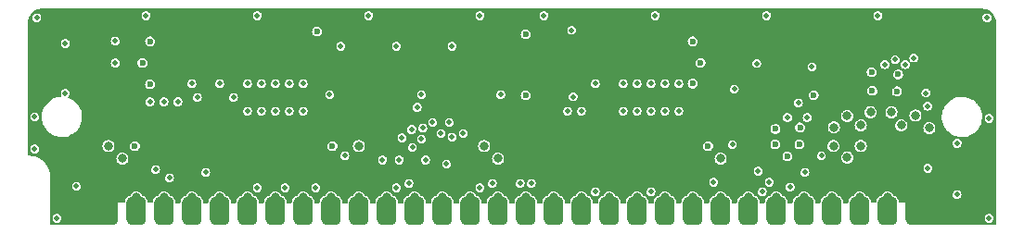
<source format=gbl>
G04 #@! TF.GenerationSoftware,KiCad,Pcbnew,(6.0.10-0)*
G04 #@! TF.CreationDate,2023-02-01T03:03:14-05:00*
G04 #@! TF.ProjectId,GW4194-SOJ-DC,47573431-3934-42d5-934f-4a2d44432e6b,1.1-SOJ-DC*
G04 #@! TF.SameCoordinates,Original*
G04 #@! TF.FileFunction,Copper,L4,Bot*
G04 #@! TF.FilePolarity,Positive*
%FSLAX46Y46*%
G04 Gerber Fmt 4.6, Leading zero omitted, Abs format (unit mm)*
G04 Created by KiCad (PCBNEW (6.0.10-0)) date 2023-02-01 03:03:14*
%MOMM*%
%LPD*%
G01*
G04 APERTURE LIST*
G04 Aperture macros list*
%AMRoundRect*
0 Rectangle with rounded corners*
0 $1 Rounding radius*
0 $2 $3 $4 $5 $6 $7 $8 $9 X,Y pos of 4 corners*
0 Add a 4 corners polygon primitive as box body*
4,1,4,$2,$3,$4,$5,$6,$7,$8,$9,$2,$3,0*
0 Add four circle primitives for the rounded corners*
1,1,$1+$1,$2,$3*
1,1,$1+$1,$4,$5*
1,1,$1+$1,$6,$7*
1,1,$1+$1,$8,$9*
0 Add four rect primitives between the rounded corners*
20,1,$1+$1,$2,$3,$4,$5,0*
20,1,$1+$1,$4,$5,$6,$7,0*
20,1,$1+$1,$6,$7,$8,$9,0*
20,1,$1+$1,$8,$9,$2,$3,0*%
G04 Aperture macros list end*
G04 #@! TA.AperFunction,ComponentPad*
%ADD10C,0.800000*%
G04 #@! TD*
G04 #@! TA.AperFunction,SMDPad,CuDef*
%ADD11RoundRect,0.444500X-0.444500X-0.825500X0.444500X-0.825500X0.444500X0.825500X-0.444500X0.825500X0*%
G04 #@! TD*
G04 #@! TA.AperFunction,ViaPad*
%ADD12C,0.508000*%
G04 #@! TD*
G04 #@! TA.AperFunction,ViaPad*
%ADD13C,0.800000*%
G04 #@! TD*
G04 #@! TA.AperFunction,ViaPad*
%ADD14C,0.600000*%
G04 #@! TD*
G04 #@! TA.AperFunction,ViaPad*
%ADD15C,1.000000*%
G04 #@! TD*
G04 APERTURE END LIST*
D10*
X83820000Y-98806000D03*
D11*
X83820000Y-100076000D03*
X86360000Y-100076000D03*
D10*
X86360000Y-98806000D03*
D11*
X88900000Y-100076000D03*
D10*
X88900000Y-98806000D03*
D11*
X91440000Y-100076000D03*
D10*
X91440000Y-98806000D03*
D11*
X93980000Y-100076000D03*
D10*
X93980000Y-98806000D03*
X96520000Y-98806000D03*
D11*
X96520000Y-100076000D03*
D10*
X99060000Y-98806000D03*
D11*
X99060000Y-100076000D03*
D10*
X101600000Y-98806000D03*
D11*
X101600000Y-100076000D03*
D10*
X104140000Y-98806000D03*
D11*
X104140000Y-100076000D03*
D10*
X106680000Y-98806000D03*
D11*
X106680000Y-100076000D03*
X109220000Y-100076000D03*
D10*
X109220000Y-98806000D03*
D11*
X111760000Y-100076000D03*
D10*
X111760000Y-98806000D03*
X114300000Y-98806000D03*
D11*
X114300000Y-100076000D03*
D10*
X116840000Y-98806000D03*
D11*
X116840000Y-100076000D03*
X119380000Y-100076000D03*
D10*
X119380000Y-98806000D03*
X121920000Y-98806000D03*
D11*
X121920000Y-100076000D03*
D10*
X124460000Y-98806000D03*
D11*
X124460000Y-100076000D03*
D10*
X127000000Y-98806000D03*
D11*
X127000000Y-100076000D03*
D10*
X129540000Y-98806000D03*
D11*
X129540000Y-100076000D03*
X132080000Y-100076000D03*
D10*
X132080000Y-98806000D03*
D11*
X134620000Y-100076000D03*
D10*
X134620000Y-98806000D03*
D11*
X137160000Y-100076000D03*
D10*
X137160000Y-98806000D03*
X139700000Y-98806000D03*
D11*
X139700000Y-100076000D03*
D10*
X142240000Y-98806000D03*
D11*
X142240000Y-100076000D03*
D10*
X144780000Y-98806000D03*
D11*
X144780000Y-100076000D03*
X147320000Y-100076000D03*
D10*
X147320000Y-98806000D03*
D11*
X149860000Y-100076000D03*
D10*
X149860000Y-98806000D03*
D11*
X152400000Y-100076000D03*
D10*
X152400000Y-98806000D03*
X154940000Y-98806000D03*
D11*
X154940000Y-100076000D03*
X157480000Y-100076000D03*
D10*
X157480000Y-98806000D03*
D12*
X77089000Y-86995000D03*
X164211000Y-86995000D03*
X164211000Y-96139000D03*
X78994000Y-94742000D03*
X159131000Y-82169000D03*
X148971000Y-82169000D03*
X92329000Y-82169000D03*
X102489000Y-82169000D03*
X138811000Y-82169000D03*
X82169000Y-82169000D03*
X112649000Y-82169000D03*
X128651000Y-82169000D03*
D13*
X155250000Y-94300000D03*
X154350000Y-95500000D03*
X153450000Y-94300000D03*
X117729000Y-91821000D03*
D14*
X102870000Y-90868500D03*
X121920000Y-90868500D03*
D12*
X140779500Y-92519500D03*
D14*
X103568500Y-92837000D03*
X87630000Y-90932000D03*
D13*
X85090000Y-91313000D03*
X158750000Y-94107000D03*
X106807000Y-92075000D03*
D14*
X137160000Y-94805500D03*
X87630000Y-94805500D03*
D13*
X105410000Y-91313000D03*
D14*
X86931500Y-92837000D03*
D13*
X139700000Y-91186000D03*
X83820000Y-92456000D03*
D14*
X121920000Y-94805500D03*
X137160000Y-90868500D03*
D13*
X119380000Y-91313000D03*
D15*
X157480000Y-95377000D03*
D12*
X146050000Y-97853500D03*
X147400000Y-96500000D03*
X158600000Y-90450000D03*
X127000000Y-90932000D03*
X112522000Y-92456000D03*
X84450000Y-86500000D03*
X91440000Y-88392000D03*
X112776000Y-95377000D03*
X110617000Y-93345000D03*
X95250000Y-89662000D03*
X112395000Y-89408000D03*
X119634000Y-89408000D03*
X92710000Y-96520000D03*
X111252000Y-97536000D03*
X117729000Y-97917000D03*
X118872000Y-97536000D03*
X139065000Y-97409000D03*
X89408000Y-97028000D03*
X88138000Y-96266000D03*
X114173000Y-92964000D03*
X114935000Y-91948000D03*
X114681000Y-95758000D03*
X144145000Y-97409000D03*
X143129000Y-96393000D03*
X88900000Y-90043000D03*
X87630000Y-90043000D03*
X90170000Y-90043000D03*
X91948000Y-89662000D03*
X126238000Y-89598500D03*
X112395000Y-93472000D03*
X113411000Y-91948000D03*
X116205000Y-92964000D03*
X111506000Y-92583000D03*
X121412000Y-97536000D03*
X122428000Y-97536000D03*
X110363000Y-95377000D03*
X164020500Y-82359500D03*
X164211000Y-100711000D03*
X79121000Y-100711000D03*
X77089000Y-94361000D03*
X77089000Y-91440000D03*
X79883000Y-84709000D03*
X161290000Y-93853000D03*
X161290000Y-98552000D03*
X80899000Y-97790000D03*
X79883000Y-89281000D03*
X133350000Y-98298000D03*
X110109000Y-97917000D03*
X102743000Y-97917000D03*
X99949000Y-97917000D03*
X97409000Y-97917000D03*
X158623000Y-96139000D03*
X111569500Y-94234000D03*
X104013000Y-89408000D03*
X108839000Y-95377000D03*
X112014000Y-90551000D03*
X164211000Y-91567000D03*
X77279500Y-82359500D03*
X154051000Y-82169000D03*
X87249000Y-82169000D03*
X97409000Y-82169000D03*
X143891000Y-82169000D03*
X110109000Y-84963000D03*
X105029000Y-84963000D03*
X115189000Y-84963000D03*
X126111000Y-83502500D03*
X107569000Y-82169000D03*
X117729000Y-82169000D03*
X123571000Y-82169000D03*
X133731000Y-82169000D03*
X128270000Y-98298000D03*
X143510000Y-98298000D03*
X157350000Y-86050000D03*
D13*
X156200000Y-92200000D03*
D12*
X148050000Y-86850000D03*
X155650000Y-86200000D03*
X143000000Y-86550000D03*
X140950000Y-88900000D03*
D14*
X137160000Y-84518500D03*
X137160000Y-88392000D03*
D13*
X150000000Y-94100000D03*
D14*
X102870000Y-83629500D03*
D12*
X105410000Y-94996000D03*
X140779500Y-93980000D03*
D14*
X121920000Y-89471500D03*
D12*
X84450000Y-84500000D03*
D14*
X145800000Y-95050000D03*
X87630000Y-84518500D03*
D13*
X151250000Y-95150000D03*
X83820000Y-94107000D03*
X119380000Y-95250000D03*
X158750000Y-92456000D03*
X85090000Y-95250000D03*
D14*
X148200000Y-89450000D03*
X146900000Y-93950000D03*
X153550000Y-89050000D03*
X121920000Y-83883500D03*
D13*
X139700000Y-95250000D03*
D14*
X86931500Y-86487000D03*
D12*
X148900000Y-95000000D03*
D14*
X138557000Y-94107000D03*
X144700000Y-93950000D03*
D13*
X157480000Y-91313000D03*
D12*
X158450000Y-89250000D03*
D14*
X137858500Y-86487000D03*
D13*
X118110000Y-94107000D03*
D14*
X104267000Y-94107000D03*
X86233000Y-94107000D03*
D13*
X106680000Y-94107000D03*
D14*
X87630000Y-88455500D03*
X155800000Y-89100000D03*
D13*
X155300000Y-91000000D03*
X152500000Y-94100000D03*
D12*
X146800000Y-90150000D03*
X132080000Y-90932000D03*
X100330000Y-90932000D03*
X99060000Y-90932000D03*
X133350000Y-90932000D03*
X97790000Y-90932000D03*
X134620000Y-90932000D03*
X135890000Y-90932000D03*
X96520000Y-90932000D03*
X93980000Y-88392000D03*
X135890000Y-88392000D03*
X96520000Y-88392000D03*
X134620000Y-88392000D03*
X133350000Y-88392000D03*
X97790000Y-88392000D03*
X132080000Y-88392000D03*
X99060000Y-88392000D03*
X130810000Y-88392000D03*
X100330000Y-88392000D03*
X101600000Y-90932000D03*
X130810000Y-90932000D03*
X101600000Y-88392000D03*
X128270000Y-88392000D03*
X125730000Y-90932000D03*
X115189000Y-93281500D03*
D14*
X146950000Y-92400000D03*
D12*
X147600000Y-91500000D03*
X154700000Y-86650000D03*
D13*
X150050000Y-92400000D03*
D12*
X145800000Y-91500000D03*
D13*
X153400000Y-91000000D03*
D14*
X144700000Y-92550000D03*
D13*
X152500000Y-92200000D03*
D12*
X156550000Y-86650000D03*
D13*
X151250000Y-91350000D03*
D14*
X153500000Y-87350000D03*
X155900000Y-87550000D03*
G04 #@! TA.AperFunction,Conductor*
G36*
X163558590Y-81531945D02*
G01*
X163568735Y-81533963D01*
X163568736Y-81533963D01*
X163576000Y-81535408D01*
X163583475Y-81533921D01*
X163604049Y-81532707D01*
X163701740Y-81540396D01*
X163769320Y-81545715D01*
X163780974Y-81547561D01*
X163963775Y-81591448D01*
X163974997Y-81595094D01*
X164148688Y-81667038D01*
X164159203Y-81672396D01*
X164319501Y-81770627D01*
X164329048Y-81777563D01*
X164472000Y-81899657D01*
X164480343Y-81908000D01*
X164602437Y-82050952D01*
X164609373Y-82060499D01*
X164707604Y-82220797D01*
X164712962Y-82231312D01*
X164784906Y-82405003D01*
X164788552Y-82416225D01*
X164832439Y-82599026D01*
X164834285Y-82610680D01*
X164846941Y-82771472D01*
X164847293Y-82775948D01*
X164846079Y-82796525D01*
X164844592Y-82804000D01*
X164846037Y-82811264D01*
X164846037Y-82811265D01*
X164848055Y-82821410D01*
X164849500Y-82836081D01*
X164849500Y-101274300D01*
X164831907Y-101322638D01*
X164787358Y-101348358D01*
X164774300Y-101349500D01*
X157687348Y-101349500D01*
X157639010Y-101331907D01*
X157613290Y-101287358D01*
X157617261Y-101247044D01*
X157825723Y-100711000D01*
X163799028Y-100711000D01*
X163819191Y-100838306D01*
X163877708Y-100953151D01*
X163968849Y-101044292D01*
X164083694Y-101102809D01*
X164211000Y-101122972D01*
X164338306Y-101102809D01*
X164453151Y-101044292D01*
X164544292Y-100953151D01*
X164602809Y-100838306D01*
X164622972Y-100711000D01*
X164602809Y-100583694D01*
X164544292Y-100468849D01*
X164453151Y-100377708D01*
X164338306Y-100319191D01*
X164211000Y-100299028D01*
X164083694Y-100319191D01*
X163968849Y-100377708D01*
X163877708Y-100468849D01*
X163819191Y-100583694D01*
X163799028Y-100711000D01*
X157825723Y-100711000D01*
X157921522Y-100464659D01*
X158369000Y-99314000D01*
X158358652Y-99314017D01*
X156057223Y-99317802D01*
X156008856Y-99300288D01*
X155983063Y-99255782D01*
X155981899Y-99242602D01*
X155981899Y-99211346D01*
X155966523Y-99094547D01*
X155906328Y-98949222D01*
X155810571Y-98824429D01*
X155771112Y-98794151D01*
X155689685Y-98731670D01*
X155689681Y-98731668D01*
X155685777Y-98728672D01*
X155591953Y-98689809D01*
X155545007Y-98670363D01*
X155545005Y-98670362D01*
X155540453Y-98668477D01*
X155521136Y-98665934D01*
X155475508Y-98642182D01*
X155461475Y-98620155D01*
X155433244Y-98552000D01*
X160878028Y-98552000D01*
X160898191Y-98679306D01*
X160956708Y-98794151D01*
X161047849Y-98885292D01*
X161162694Y-98943809D01*
X161290000Y-98963972D01*
X161417306Y-98943809D01*
X161532151Y-98885292D01*
X161623292Y-98794151D01*
X161681809Y-98679306D01*
X161701972Y-98552000D01*
X161681809Y-98424694D01*
X161623292Y-98309849D01*
X161532151Y-98218708D01*
X161417306Y-98160191D01*
X161290000Y-98140028D01*
X161162694Y-98160191D01*
X161047849Y-98218708D01*
X160956708Y-98309849D01*
X160898191Y-98424694D01*
X160878028Y-98552000D01*
X155433244Y-98552000D01*
X155430822Y-98546153D01*
X155422957Y-98527165D01*
X155419961Y-98523261D01*
X155419959Y-98523257D01*
X155337331Y-98415574D01*
X155334333Y-98411667D01*
X155218836Y-98323043D01*
X155144261Y-98292153D01*
X155088890Y-98269217D01*
X155088888Y-98269216D01*
X155084336Y-98267331D01*
X154940000Y-98248329D01*
X154795664Y-98267331D01*
X154791112Y-98269216D01*
X154791110Y-98269217D01*
X154735739Y-98292153D01*
X154661165Y-98323043D01*
X154657261Y-98326039D01*
X154657257Y-98326041D01*
X154549574Y-98408669D01*
X154545667Y-98411667D01*
X154542669Y-98415574D01*
X154460041Y-98523257D01*
X154460039Y-98523261D01*
X154457043Y-98527165D01*
X154449178Y-98546153D01*
X154418525Y-98620155D01*
X154383772Y-98658080D01*
X154358864Y-98665934D01*
X154339547Y-98668477D01*
X154334995Y-98670362D01*
X154334993Y-98670363D01*
X154288046Y-98689809D01*
X154194222Y-98728672D01*
X154069429Y-98824429D01*
X154066431Y-98828336D01*
X153976670Y-98945315D01*
X153976668Y-98945319D01*
X153973672Y-98949223D01*
X153913477Y-99094547D01*
X153912835Y-99099425D01*
X153912834Y-99099428D01*
X153898420Y-99208911D01*
X153898100Y-99211345D01*
X153898100Y-99246277D01*
X153880507Y-99294615D01*
X153835958Y-99320335D01*
X153823029Y-99321477D01*
X153518202Y-99321978D01*
X153517223Y-99321980D01*
X153468856Y-99304466D01*
X153443063Y-99259960D01*
X153441899Y-99246780D01*
X153441899Y-99211346D01*
X153426523Y-99094547D01*
X153366328Y-98949222D01*
X153270571Y-98824429D01*
X153231112Y-98794151D01*
X153149685Y-98731670D01*
X153149681Y-98731668D01*
X153145777Y-98728672D01*
X153051953Y-98689809D01*
X153005007Y-98670363D01*
X153005005Y-98670362D01*
X153000453Y-98668477D01*
X152981136Y-98665934D01*
X152935508Y-98642182D01*
X152921475Y-98620155D01*
X152890822Y-98546153D01*
X152882957Y-98527165D01*
X152879961Y-98523261D01*
X152879959Y-98523257D01*
X152797331Y-98415574D01*
X152794333Y-98411667D01*
X152678836Y-98323043D01*
X152604261Y-98292153D01*
X152548890Y-98269217D01*
X152548888Y-98269216D01*
X152544336Y-98267331D01*
X152400000Y-98248329D01*
X152255664Y-98267331D01*
X152251112Y-98269216D01*
X152251110Y-98269217D01*
X152195739Y-98292153D01*
X152121165Y-98323043D01*
X152117261Y-98326039D01*
X152117257Y-98326041D01*
X152009574Y-98408669D01*
X152005667Y-98411667D01*
X152002669Y-98415574D01*
X151920041Y-98523257D01*
X151920039Y-98523261D01*
X151917043Y-98527165D01*
X151909178Y-98546153D01*
X151878525Y-98620155D01*
X151843772Y-98658080D01*
X151818864Y-98665934D01*
X151799547Y-98668477D01*
X151794995Y-98670362D01*
X151794993Y-98670363D01*
X151748046Y-98689809D01*
X151654222Y-98728672D01*
X151529429Y-98824429D01*
X151526431Y-98828336D01*
X151436670Y-98945315D01*
X151436668Y-98945319D01*
X151433672Y-98949223D01*
X151373477Y-99094547D01*
X151372835Y-99099425D01*
X151372834Y-99099428D01*
X151358420Y-99208911D01*
X151358100Y-99211345D01*
X151358100Y-99250454D01*
X151340507Y-99298792D01*
X151295958Y-99324512D01*
X151283024Y-99325654D01*
X150977223Y-99326157D01*
X150928856Y-99308643D01*
X150903063Y-99264137D01*
X150901899Y-99250957D01*
X150901899Y-99211346D01*
X150886523Y-99094547D01*
X150826328Y-98949222D01*
X150730571Y-98824429D01*
X150691112Y-98794151D01*
X150609685Y-98731670D01*
X150609681Y-98731668D01*
X150605777Y-98728672D01*
X150511953Y-98689809D01*
X150465007Y-98670363D01*
X150465005Y-98670362D01*
X150460453Y-98668477D01*
X150441136Y-98665934D01*
X150395508Y-98642182D01*
X150381475Y-98620155D01*
X150350822Y-98546153D01*
X150342957Y-98527165D01*
X150339961Y-98523261D01*
X150339959Y-98523257D01*
X150257331Y-98415574D01*
X150254333Y-98411667D01*
X150138836Y-98323043D01*
X150064261Y-98292153D01*
X150008890Y-98269217D01*
X150008888Y-98269216D01*
X150004336Y-98267331D01*
X149860000Y-98248329D01*
X149715664Y-98267331D01*
X149711112Y-98269216D01*
X149711110Y-98269217D01*
X149655739Y-98292153D01*
X149581165Y-98323043D01*
X149577261Y-98326039D01*
X149577257Y-98326041D01*
X149469574Y-98408669D01*
X149465667Y-98411667D01*
X149462669Y-98415574D01*
X149380041Y-98523257D01*
X149380039Y-98523261D01*
X149377043Y-98527165D01*
X149369178Y-98546153D01*
X149338525Y-98620155D01*
X149303772Y-98658080D01*
X149278864Y-98665934D01*
X149259547Y-98668477D01*
X149254995Y-98670362D01*
X149254993Y-98670363D01*
X149208046Y-98689809D01*
X149114222Y-98728672D01*
X148989429Y-98824429D01*
X148986431Y-98828336D01*
X148896670Y-98945315D01*
X148896668Y-98945319D01*
X148893672Y-98949223D01*
X148833477Y-99094547D01*
X148832835Y-99099425D01*
X148832834Y-99099428D01*
X148818420Y-99208911D01*
X148818100Y-99211345D01*
X148818100Y-99254632D01*
X148800507Y-99302970D01*
X148755958Y-99328690D01*
X148743024Y-99329832D01*
X148437223Y-99330335D01*
X148388856Y-99312821D01*
X148363063Y-99268315D01*
X148361899Y-99255135D01*
X148361899Y-99211346D01*
X148346523Y-99094547D01*
X148286328Y-98949222D01*
X148190571Y-98824429D01*
X148151112Y-98794151D01*
X148069685Y-98731670D01*
X148069681Y-98731668D01*
X148065777Y-98728672D01*
X147971953Y-98689809D01*
X147925007Y-98670363D01*
X147925005Y-98670362D01*
X147920453Y-98668477D01*
X147901136Y-98665934D01*
X147855508Y-98642182D01*
X147841475Y-98620155D01*
X147810822Y-98546153D01*
X147802957Y-98527165D01*
X147799961Y-98523261D01*
X147799959Y-98523257D01*
X147717331Y-98415574D01*
X147714333Y-98411667D01*
X147598836Y-98323043D01*
X147524261Y-98292153D01*
X147468890Y-98269217D01*
X147468888Y-98269216D01*
X147464336Y-98267331D01*
X147320000Y-98248329D01*
X147175664Y-98267331D01*
X147171112Y-98269216D01*
X147171110Y-98269217D01*
X147115739Y-98292153D01*
X147041165Y-98323043D01*
X147037261Y-98326039D01*
X147037257Y-98326041D01*
X146929574Y-98408669D01*
X146925667Y-98411667D01*
X146922669Y-98415574D01*
X146840041Y-98523257D01*
X146840039Y-98523261D01*
X146837043Y-98527165D01*
X146829178Y-98546153D01*
X146798525Y-98620155D01*
X146763772Y-98658080D01*
X146738864Y-98665934D01*
X146719547Y-98668477D01*
X146714995Y-98670362D01*
X146714993Y-98670363D01*
X146668046Y-98689809D01*
X146574222Y-98728672D01*
X146449429Y-98824429D01*
X146446431Y-98828336D01*
X146356670Y-98945315D01*
X146356668Y-98945319D01*
X146353672Y-98949223D01*
X146293477Y-99094547D01*
X146292835Y-99099425D01*
X146292834Y-99099428D01*
X146278420Y-99208911D01*
X146278100Y-99211345D01*
X146278100Y-99258810D01*
X146260507Y-99307148D01*
X146215958Y-99332868D01*
X146203029Y-99334010D01*
X145898202Y-99334511D01*
X145897223Y-99334513D01*
X145848856Y-99316999D01*
X145823063Y-99272493D01*
X145821899Y-99259313D01*
X145821899Y-99211346D01*
X145806523Y-99094547D01*
X145746328Y-98949222D01*
X145650571Y-98824429D01*
X145611112Y-98794151D01*
X145529685Y-98731670D01*
X145529681Y-98731668D01*
X145525777Y-98728672D01*
X145431953Y-98689809D01*
X145385007Y-98670363D01*
X145385005Y-98670362D01*
X145380453Y-98668477D01*
X145361136Y-98665934D01*
X145315508Y-98642182D01*
X145301475Y-98620155D01*
X145270822Y-98546153D01*
X145262957Y-98527165D01*
X145259961Y-98523261D01*
X145259959Y-98523257D01*
X145177331Y-98415574D01*
X145174333Y-98411667D01*
X145058836Y-98323043D01*
X144984261Y-98292153D01*
X144928890Y-98269217D01*
X144928888Y-98269216D01*
X144924336Y-98267331D01*
X144780000Y-98248329D01*
X144635664Y-98267331D01*
X144631112Y-98269216D01*
X144631110Y-98269217D01*
X144575739Y-98292153D01*
X144501165Y-98323043D01*
X144497261Y-98326039D01*
X144497257Y-98326041D01*
X144389574Y-98408669D01*
X144385667Y-98411667D01*
X144382669Y-98415574D01*
X144300041Y-98523257D01*
X144300039Y-98523261D01*
X144297043Y-98527165D01*
X144289178Y-98546153D01*
X144258525Y-98620155D01*
X144223772Y-98658080D01*
X144198864Y-98665934D01*
X144179547Y-98668477D01*
X144174995Y-98670362D01*
X144174993Y-98670363D01*
X144128046Y-98689809D01*
X144034222Y-98728672D01*
X143909429Y-98824429D01*
X143906431Y-98828336D01*
X143816670Y-98945315D01*
X143816668Y-98945319D01*
X143813672Y-98949223D01*
X143753477Y-99094547D01*
X143752835Y-99099425D01*
X143752834Y-99099428D01*
X143738420Y-99208911D01*
X143738100Y-99211345D01*
X143738100Y-99262987D01*
X143720507Y-99311325D01*
X143675958Y-99337045D01*
X143663024Y-99338187D01*
X143357223Y-99338690D01*
X143308856Y-99321176D01*
X143283063Y-99276670D01*
X143281899Y-99263490D01*
X143281899Y-99211346D01*
X143266523Y-99094547D01*
X143206328Y-98949222D01*
X143110571Y-98824429D01*
X143071112Y-98794151D01*
X142989685Y-98731670D01*
X142989681Y-98731668D01*
X142985777Y-98728672D01*
X142891953Y-98689809D01*
X142845007Y-98670363D01*
X142845005Y-98670362D01*
X142840453Y-98668477D01*
X142821136Y-98665934D01*
X142775508Y-98642182D01*
X142761475Y-98620155D01*
X142730822Y-98546153D01*
X142722957Y-98527165D01*
X142719961Y-98523261D01*
X142719959Y-98523257D01*
X142637331Y-98415574D01*
X142634333Y-98411667D01*
X142518836Y-98323043D01*
X142458377Y-98298000D01*
X143098028Y-98298000D01*
X143118191Y-98425306D01*
X143176708Y-98540151D01*
X143267849Y-98631292D01*
X143273125Y-98633980D01*
X143273126Y-98633981D01*
X143320423Y-98658080D01*
X143382694Y-98689809D01*
X143510000Y-98709972D01*
X143637306Y-98689809D01*
X143699577Y-98658080D01*
X143746874Y-98633981D01*
X143746875Y-98633980D01*
X143752151Y-98631292D01*
X143843292Y-98540151D01*
X143901809Y-98425306D01*
X143921972Y-98298000D01*
X143916674Y-98264546D01*
X143906616Y-98201046D01*
X143901809Y-98170694D01*
X143843292Y-98055849D01*
X143752151Y-97964708D01*
X143637306Y-97906191D01*
X143510000Y-97886028D01*
X143382694Y-97906191D01*
X143267849Y-97964708D01*
X143176708Y-98055849D01*
X143118191Y-98170694D01*
X143113384Y-98201046D01*
X143103327Y-98264546D01*
X143098028Y-98298000D01*
X142458377Y-98298000D01*
X142444261Y-98292153D01*
X142388890Y-98269217D01*
X142388888Y-98269216D01*
X142384336Y-98267331D01*
X142240000Y-98248329D01*
X142095664Y-98267331D01*
X142091112Y-98269216D01*
X142091110Y-98269217D01*
X142035739Y-98292153D01*
X141961165Y-98323043D01*
X141957261Y-98326039D01*
X141957257Y-98326041D01*
X141849574Y-98408669D01*
X141845667Y-98411667D01*
X141842669Y-98415574D01*
X141760041Y-98523257D01*
X141760039Y-98523261D01*
X141757043Y-98527165D01*
X141749178Y-98546153D01*
X141718525Y-98620155D01*
X141683772Y-98658080D01*
X141658864Y-98665934D01*
X141639547Y-98668477D01*
X141634995Y-98670362D01*
X141634993Y-98670363D01*
X141588046Y-98689809D01*
X141494222Y-98728672D01*
X141369429Y-98824429D01*
X141366431Y-98828336D01*
X141276670Y-98945315D01*
X141276668Y-98945319D01*
X141273672Y-98949223D01*
X141213477Y-99094547D01*
X141212835Y-99099425D01*
X141212834Y-99099428D01*
X141198420Y-99208911D01*
X141198100Y-99211345D01*
X141198100Y-99267165D01*
X141180507Y-99315503D01*
X141135958Y-99341223D01*
X141123024Y-99342365D01*
X140817223Y-99342868D01*
X140768856Y-99325354D01*
X140743063Y-99280848D01*
X140741899Y-99267668D01*
X140741899Y-99211346D01*
X140726523Y-99094547D01*
X140666328Y-98949222D01*
X140570571Y-98824429D01*
X140531112Y-98794151D01*
X140449685Y-98731670D01*
X140449681Y-98731668D01*
X140445777Y-98728672D01*
X140351953Y-98689809D01*
X140305007Y-98670363D01*
X140305005Y-98670362D01*
X140300453Y-98668477D01*
X140281136Y-98665934D01*
X140235508Y-98642182D01*
X140221475Y-98620155D01*
X140190822Y-98546153D01*
X140182957Y-98527165D01*
X140179961Y-98523261D01*
X140179959Y-98523257D01*
X140097331Y-98415574D01*
X140094333Y-98411667D01*
X139978836Y-98323043D01*
X139904261Y-98292153D01*
X139848890Y-98269217D01*
X139848888Y-98269216D01*
X139844336Y-98267331D01*
X139700000Y-98248329D01*
X139555664Y-98267331D01*
X139551112Y-98269216D01*
X139551110Y-98269217D01*
X139495739Y-98292153D01*
X139421165Y-98323043D01*
X139417261Y-98326039D01*
X139417257Y-98326041D01*
X139309574Y-98408669D01*
X139305667Y-98411667D01*
X139302669Y-98415574D01*
X139220041Y-98523257D01*
X139220039Y-98523261D01*
X139217043Y-98527165D01*
X139209178Y-98546153D01*
X139178525Y-98620155D01*
X139143772Y-98658080D01*
X139118864Y-98665934D01*
X139099547Y-98668477D01*
X139094995Y-98670362D01*
X139094993Y-98670363D01*
X139048046Y-98689809D01*
X138954222Y-98728672D01*
X138829429Y-98824429D01*
X138826431Y-98828336D01*
X138736670Y-98945315D01*
X138736668Y-98945319D01*
X138733672Y-98949223D01*
X138673477Y-99094547D01*
X138672835Y-99099425D01*
X138672834Y-99099428D01*
X138658420Y-99208911D01*
X138658100Y-99211345D01*
X138658100Y-99271343D01*
X138640507Y-99319681D01*
X138595958Y-99345401D01*
X138583029Y-99346543D01*
X138278202Y-99347044D01*
X138277223Y-99347046D01*
X138228856Y-99329532D01*
X138203063Y-99285026D01*
X138201899Y-99271846D01*
X138201899Y-99211346D01*
X138186523Y-99094547D01*
X138126328Y-98949222D01*
X138030571Y-98824429D01*
X137991112Y-98794151D01*
X137909685Y-98731670D01*
X137909681Y-98731668D01*
X137905777Y-98728672D01*
X137811953Y-98689809D01*
X137765007Y-98670363D01*
X137765005Y-98670362D01*
X137760453Y-98668477D01*
X137741136Y-98665934D01*
X137695508Y-98642182D01*
X137681475Y-98620155D01*
X137650822Y-98546153D01*
X137642957Y-98527165D01*
X137639961Y-98523261D01*
X137639959Y-98523257D01*
X137557331Y-98415574D01*
X137554333Y-98411667D01*
X137438836Y-98323043D01*
X137364261Y-98292153D01*
X137308890Y-98269217D01*
X137308888Y-98269216D01*
X137304336Y-98267331D01*
X137160000Y-98248329D01*
X137015664Y-98267331D01*
X137011112Y-98269216D01*
X137011110Y-98269217D01*
X136955739Y-98292153D01*
X136881165Y-98323043D01*
X136877261Y-98326039D01*
X136877257Y-98326041D01*
X136769574Y-98408669D01*
X136765667Y-98411667D01*
X136762669Y-98415574D01*
X136680041Y-98523257D01*
X136680039Y-98523261D01*
X136677043Y-98527165D01*
X136669178Y-98546153D01*
X136638525Y-98620155D01*
X136603772Y-98658080D01*
X136578864Y-98665934D01*
X136559547Y-98668477D01*
X136554995Y-98670362D01*
X136554993Y-98670363D01*
X136508046Y-98689809D01*
X136414222Y-98728672D01*
X136289429Y-98824429D01*
X136286431Y-98828336D01*
X136196670Y-98945315D01*
X136196668Y-98945319D01*
X136193672Y-98949223D01*
X136133477Y-99094547D01*
X136132835Y-99099425D01*
X136132834Y-99099428D01*
X136118420Y-99208911D01*
X136118100Y-99211345D01*
X136118100Y-99275520D01*
X136100507Y-99323858D01*
X136055958Y-99349578D01*
X136043024Y-99350720D01*
X135737223Y-99351223D01*
X135688856Y-99333709D01*
X135663063Y-99289203D01*
X135661899Y-99276023D01*
X135661899Y-99211346D01*
X135646523Y-99094547D01*
X135586328Y-98949222D01*
X135490571Y-98824429D01*
X135451112Y-98794151D01*
X135369685Y-98731670D01*
X135369681Y-98731668D01*
X135365777Y-98728672D01*
X135271953Y-98689809D01*
X135225007Y-98670363D01*
X135225005Y-98670362D01*
X135220453Y-98668477D01*
X135201136Y-98665934D01*
X135155508Y-98642182D01*
X135141475Y-98620155D01*
X135110822Y-98546153D01*
X135102957Y-98527165D01*
X135099961Y-98523261D01*
X135099959Y-98523257D01*
X135017331Y-98415574D01*
X135014333Y-98411667D01*
X134898836Y-98323043D01*
X134824261Y-98292153D01*
X134768890Y-98269217D01*
X134768888Y-98269216D01*
X134764336Y-98267331D01*
X134620000Y-98248329D01*
X134475664Y-98267331D01*
X134471112Y-98269216D01*
X134471110Y-98269217D01*
X134415739Y-98292153D01*
X134341165Y-98323043D01*
X134337261Y-98326039D01*
X134337257Y-98326041D01*
X134229574Y-98408669D01*
X134225667Y-98411667D01*
X134222669Y-98415574D01*
X134140041Y-98523257D01*
X134140039Y-98523261D01*
X134137043Y-98527165D01*
X134129178Y-98546153D01*
X134098525Y-98620155D01*
X134063772Y-98658080D01*
X134038864Y-98665934D01*
X134019547Y-98668477D01*
X134014995Y-98670362D01*
X134014993Y-98670363D01*
X133968046Y-98689809D01*
X133874222Y-98728672D01*
X133749429Y-98824429D01*
X133746431Y-98828336D01*
X133656670Y-98945315D01*
X133656668Y-98945319D01*
X133653672Y-98949223D01*
X133593477Y-99094547D01*
X133592835Y-99099425D01*
X133592834Y-99099428D01*
X133578420Y-99208911D01*
X133578100Y-99211345D01*
X133578100Y-99279698D01*
X133560507Y-99328036D01*
X133515958Y-99353756D01*
X133503024Y-99354898D01*
X133197223Y-99355401D01*
X133148856Y-99337887D01*
X133123063Y-99293381D01*
X133121899Y-99280201D01*
X133121899Y-99211346D01*
X133106523Y-99094547D01*
X133046328Y-98949222D01*
X132950571Y-98824429D01*
X132911112Y-98794151D01*
X132829685Y-98731670D01*
X132829681Y-98731668D01*
X132825777Y-98728672D01*
X132731953Y-98689809D01*
X132685007Y-98670363D01*
X132685005Y-98670362D01*
X132680453Y-98668477D01*
X132661136Y-98665934D01*
X132615508Y-98642182D01*
X132601475Y-98620155D01*
X132570822Y-98546153D01*
X132562957Y-98527165D01*
X132559961Y-98523261D01*
X132559959Y-98523257D01*
X132477331Y-98415574D01*
X132474333Y-98411667D01*
X132358836Y-98323043D01*
X132298377Y-98298000D01*
X132938028Y-98298000D01*
X132958191Y-98425306D01*
X133016708Y-98540151D01*
X133107849Y-98631292D01*
X133113125Y-98633980D01*
X133113126Y-98633981D01*
X133160423Y-98658080D01*
X133222694Y-98689809D01*
X133350000Y-98709972D01*
X133477306Y-98689809D01*
X133539577Y-98658080D01*
X133586874Y-98633981D01*
X133586875Y-98633980D01*
X133592151Y-98631292D01*
X133683292Y-98540151D01*
X133741809Y-98425306D01*
X133761972Y-98298000D01*
X133756674Y-98264546D01*
X133746616Y-98201046D01*
X133741809Y-98170694D01*
X133683292Y-98055849D01*
X133592151Y-97964708D01*
X133477306Y-97906191D01*
X133350000Y-97886028D01*
X133222694Y-97906191D01*
X133107849Y-97964708D01*
X133016708Y-98055849D01*
X132958191Y-98170694D01*
X132953384Y-98201046D01*
X132943327Y-98264546D01*
X132938028Y-98298000D01*
X132298377Y-98298000D01*
X132284261Y-98292153D01*
X132228890Y-98269217D01*
X132228888Y-98269216D01*
X132224336Y-98267331D01*
X132080000Y-98248329D01*
X131935664Y-98267331D01*
X131931112Y-98269216D01*
X131931110Y-98269217D01*
X131875739Y-98292153D01*
X131801165Y-98323043D01*
X131797261Y-98326039D01*
X131797257Y-98326041D01*
X131689574Y-98408669D01*
X131685667Y-98411667D01*
X131682669Y-98415574D01*
X131600041Y-98523257D01*
X131600039Y-98523261D01*
X131597043Y-98527165D01*
X131589178Y-98546153D01*
X131558525Y-98620155D01*
X131523772Y-98658080D01*
X131498864Y-98665934D01*
X131479547Y-98668477D01*
X131474995Y-98670362D01*
X131474993Y-98670363D01*
X131428046Y-98689809D01*
X131334222Y-98728672D01*
X131209429Y-98824429D01*
X131206431Y-98828336D01*
X131116670Y-98945315D01*
X131116668Y-98945319D01*
X131113672Y-98949223D01*
X131053477Y-99094547D01*
X131052835Y-99099425D01*
X131052834Y-99099428D01*
X131038420Y-99208911D01*
X131038100Y-99211345D01*
X131038100Y-99283875D01*
X131020507Y-99332213D01*
X130975958Y-99357933D01*
X130963024Y-99359075D01*
X130657223Y-99359578D01*
X130608856Y-99342064D01*
X130583063Y-99297558D01*
X130581899Y-99284378D01*
X130581899Y-99211346D01*
X130566523Y-99094547D01*
X130506328Y-98949222D01*
X130410571Y-98824429D01*
X130371112Y-98794151D01*
X130289685Y-98731670D01*
X130289681Y-98731668D01*
X130285777Y-98728672D01*
X130191953Y-98689809D01*
X130145007Y-98670363D01*
X130145005Y-98670362D01*
X130140453Y-98668477D01*
X130121136Y-98665934D01*
X130075508Y-98642182D01*
X130061475Y-98620155D01*
X130030822Y-98546153D01*
X130022957Y-98527165D01*
X130019961Y-98523261D01*
X130019959Y-98523257D01*
X129937331Y-98415574D01*
X129934333Y-98411667D01*
X129818836Y-98323043D01*
X129744261Y-98292153D01*
X129688890Y-98269217D01*
X129688888Y-98269216D01*
X129684336Y-98267331D01*
X129540000Y-98248329D01*
X129395664Y-98267331D01*
X129391112Y-98269216D01*
X129391110Y-98269217D01*
X129335739Y-98292153D01*
X129261165Y-98323043D01*
X129257261Y-98326039D01*
X129257257Y-98326041D01*
X129149574Y-98408669D01*
X129145667Y-98411667D01*
X129142669Y-98415574D01*
X129060041Y-98523257D01*
X129060039Y-98523261D01*
X129057043Y-98527165D01*
X129049178Y-98546153D01*
X129018525Y-98620155D01*
X128983772Y-98658080D01*
X128958864Y-98665934D01*
X128939547Y-98668477D01*
X128934995Y-98670362D01*
X128934993Y-98670363D01*
X128888046Y-98689809D01*
X128794222Y-98728672D01*
X128669429Y-98824429D01*
X128666431Y-98828336D01*
X128576670Y-98945315D01*
X128576668Y-98945319D01*
X128573672Y-98949223D01*
X128513477Y-99094547D01*
X128512835Y-99099425D01*
X128512834Y-99099428D01*
X128498420Y-99208911D01*
X128498100Y-99211345D01*
X128498100Y-99288053D01*
X128480507Y-99336391D01*
X128435958Y-99362111D01*
X128423024Y-99363253D01*
X128117223Y-99363756D01*
X128068856Y-99346242D01*
X128043063Y-99301736D01*
X128041899Y-99288556D01*
X128041899Y-99211346D01*
X128026523Y-99094547D01*
X127966328Y-98949222D01*
X127870571Y-98824429D01*
X127831112Y-98794151D01*
X127749685Y-98731670D01*
X127749681Y-98731668D01*
X127745777Y-98728672D01*
X127651953Y-98689809D01*
X127605007Y-98670363D01*
X127605005Y-98670362D01*
X127600453Y-98668477D01*
X127581136Y-98665934D01*
X127535508Y-98642182D01*
X127521475Y-98620155D01*
X127490822Y-98546153D01*
X127482957Y-98527165D01*
X127479961Y-98523261D01*
X127479959Y-98523257D01*
X127397331Y-98415574D01*
X127394333Y-98411667D01*
X127278836Y-98323043D01*
X127218377Y-98298000D01*
X127858028Y-98298000D01*
X127878191Y-98425306D01*
X127936708Y-98540151D01*
X128027849Y-98631292D01*
X128033125Y-98633980D01*
X128033126Y-98633981D01*
X128080423Y-98658080D01*
X128142694Y-98689809D01*
X128270000Y-98709972D01*
X128397306Y-98689809D01*
X128459577Y-98658080D01*
X128506874Y-98633981D01*
X128506875Y-98633980D01*
X128512151Y-98631292D01*
X128603292Y-98540151D01*
X128661809Y-98425306D01*
X128681972Y-98298000D01*
X128676674Y-98264546D01*
X128666616Y-98201046D01*
X128661809Y-98170694D01*
X128603292Y-98055849D01*
X128512151Y-97964708D01*
X128397306Y-97906191D01*
X128270000Y-97886028D01*
X128142694Y-97906191D01*
X128027849Y-97964708D01*
X127936708Y-98055849D01*
X127878191Y-98170694D01*
X127873384Y-98201046D01*
X127863327Y-98264546D01*
X127858028Y-98298000D01*
X127218377Y-98298000D01*
X127204261Y-98292153D01*
X127148890Y-98269217D01*
X127148888Y-98269216D01*
X127144336Y-98267331D01*
X127000000Y-98248329D01*
X126855664Y-98267331D01*
X126851112Y-98269216D01*
X126851110Y-98269217D01*
X126795739Y-98292153D01*
X126721165Y-98323043D01*
X126717261Y-98326039D01*
X126717257Y-98326041D01*
X126609574Y-98408669D01*
X126605667Y-98411667D01*
X126602669Y-98415574D01*
X126520041Y-98523257D01*
X126520039Y-98523261D01*
X126517043Y-98527165D01*
X126509178Y-98546153D01*
X126478525Y-98620155D01*
X126443772Y-98658080D01*
X126418864Y-98665934D01*
X126399547Y-98668477D01*
X126394995Y-98670362D01*
X126394993Y-98670363D01*
X126348046Y-98689809D01*
X126254222Y-98728672D01*
X126129429Y-98824429D01*
X126126431Y-98828336D01*
X126036670Y-98945315D01*
X126036668Y-98945319D01*
X126033672Y-98949223D01*
X125973477Y-99094547D01*
X125972835Y-99099425D01*
X125972834Y-99099428D01*
X125958420Y-99208911D01*
X125958100Y-99211345D01*
X125958100Y-99292231D01*
X125940507Y-99340569D01*
X125895958Y-99366289D01*
X125883029Y-99367431D01*
X125578202Y-99367932D01*
X125577223Y-99367934D01*
X125528856Y-99350420D01*
X125503063Y-99305914D01*
X125501899Y-99292734D01*
X125501899Y-99211346D01*
X125486523Y-99094547D01*
X125426328Y-98949222D01*
X125330571Y-98824429D01*
X125291112Y-98794151D01*
X125209685Y-98731670D01*
X125209681Y-98731668D01*
X125205777Y-98728672D01*
X125111953Y-98689809D01*
X125065007Y-98670363D01*
X125065005Y-98670362D01*
X125060453Y-98668477D01*
X125041136Y-98665934D01*
X124995508Y-98642182D01*
X124981475Y-98620155D01*
X124950822Y-98546153D01*
X124942957Y-98527165D01*
X124939961Y-98523261D01*
X124939959Y-98523257D01*
X124857331Y-98415574D01*
X124854333Y-98411667D01*
X124738836Y-98323043D01*
X124664261Y-98292153D01*
X124608890Y-98269217D01*
X124608888Y-98269216D01*
X124604336Y-98267331D01*
X124460000Y-98248329D01*
X124315664Y-98267331D01*
X124311112Y-98269216D01*
X124311110Y-98269217D01*
X124255739Y-98292153D01*
X124181165Y-98323043D01*
X124177261Y-98326039D01*
X124177257Y-98326041D01*
X124069574Y-98408669D01*
X124065667Y-98411667D01*
X124062669Y-98415574D01*
X123980041Y-98523257D01*
X123980039Y-98523261D01*
X123977043Y-98527165D01*
X123969178Y-98546153D01*
X123938525Y-98620155D01*
X123903772Y-98658080D01*
X123878864Y-98665934D01*
X123859547Y-98668477D01*
X123854995Y-98670362D01*
X123854993Y-98670363D01*
X123808046Y-98689809D01*
X123714222Y-98728672D01*
X123589429Y-98824429D01*
X123586431Y-98828336D01*
X123496670Y-98945315D01*
X123496668Y-98945319D01*
X123493672Y-98949223D01*
X123433477Y-99094547D01*
X123432835Y-99099425D01*
X123432834Y-99099428D01*
X123418420Y-99208911D01*
X123418100Y-99211345D01*
X123418100Y-99296408D01*
X123400507Y-99344746D01*
X123355958Y-99370466D01*
X123343024Y-99371608D01*
X123037223Y-99372111D01*
X122988856Y-99354597D01*
X122963063Y-99310091D01*
X122961899Y-99296911D01*
X122961899Y-99211346D01*
X122946523Y-99094547D01*
X122886328Y-98949222D01*
X122790571Y-98824429D01*
X122751112Y-98794151D01*
X122669685Y-98731670D01*
X122669681Y-98731668D01*
X122665777Y-98728672D01*
X122571953Y-98689809D01*
X122525007Y-98670363D01*
X122525005Y-98670362D01*
X122520453Y-98668477D01*
X122501136Y-98665934D01*
X122455508Y-98642182D01*
X122441475Y-98620155D01*
X122410822Y-98546153D01*
X122402957Y-98527165D01*
X122399961Y-98523261D01*
X122399959Y-98523257D01*
X122317331Y-98415574D01*
X122314333Y-98411667D01*
X122198836Y-98323043D01*
X122124261Y-98292153D01*
X122068890Y-98269217D01*
X122068888Y-98269216D01*
X122064336Y-98267331D01*
X121920000Y-98248329D01*
X121775664Y-98267331D01*
X121771112Y-98269216D01*
X121771110Y-98269217D01*
X121715739Y-98292153D01*
X121641165Y-98323043D01*
X121637261Y-98326039D01*
X121637257Y-98326041D01*
X121529574Y-98408669D01*
X121525667Y-98411667D01*
X121522669Y-98415574D01*
X121440041Y-98523257D01*
X121440039Y-98523261D01*
X121437043Y-98527165D01*
X121429178Y-98546153D01*
X121398525Y-98620155D01*
X121363772Y-98658080D01*
X121338864Y-98665934D01*
X121319547Y-98668477D01*
X121314995Y-98670362D01*
X121314993Y-98670363D01*
X121268046Y-98689809D01*
X121174222Y-98728672D01*
X121049429Y-98824429D01*
X121046431Y-98828336D01*
X120956670Y-98945315D01*
X120956668Y-98945319D01*
X120953672Y-98949223D01*
X120893477Y-99094547D01*
X120892835Y-99099425D01*
X120892834Y-99099428D01*
X120878420Y-99208911D01*
X120878100Y-99211345D01*
X120878100Y-99300586D01*
X120860507Y-99348924D01*
X120815958Y-99374644D01*
X120803024Y-99375786D01*
X120497223Y-99376289D01*
X120448856Y-99358775D01*
X120423063Y-99314269D01*
X120421899Y-99301089D01*
X120421899Y-99211346D01*
X120406523Y-99094547D01*
X120346328Y-98949222D01*
X120250571Y-98824429D01*
X120211112Y-98794151D01*
X120129685Y-98731670D01*
X120129681Y-98731668D01*
X120125777Y-98728672D01*
X120031953Y-98689809D01*
X119985007Y-98670363D01*
X119985005Y-98670362D01*
X119980453Y-98668477D01*
X119961136Y-98665934D01*
X119915508Y-98642182D01*
X119901475Y-98620155D01*
X119870822Y-98546153D01*
X119862957Y-98527165D01*
X119859961Y-98523261D01*
X119859959Y-98523257D01*
X119777331Y-98415574D01*
X119774333Y-98411667D01*
X119658836Y-98323043D01*
X119584261Y-98292153D01*
X119528890Y-98269217D01*
X119528888Y-98269216D01*
X119524336Y-98267331D01*
X119380000Y-98248329D01*
X119235664Y-98267331D01*
X119231112Y-98269216D01*
X119231110Y-98269217D01*
X119175739Y-98292153D01*
X119101165Y-98323043D01*
X119097261Y-98326039D01*
X119097257Y-98326041D01*
X118989574Y-98408669D01*
X118985667Y-98411667D01*
X118982669Y-98415574D01*
X118900041Y-98523257D01*
X118900039Y-98523261D01*
X118897043Y-98527165D01*
X118889178Y-98546153D01*
X118858525Y-98620155D01*
X118823772Y-98658080D01*
X118798864Y-98665934D01*
X118779547Y-98668477D01*
X118774995Y-98670362D01*
X118774993Y-98670363D01*
X118728046Y-98689809D01*
X118634222Y-98728672D01*
X118509429Y-98824429D01*
X118506431Y-98828336D01*
X118416670Y-98945315D01*
X118416668Y-98945319D01*
X118413672Y-98949223D01*
X118353477Y-99094547D01*
X118352835Y-99099425D01*
X118352834Y-99099428D01*
X118338420Y-99208911D01*
X118338100Y-99211345D01*
X118338100Y-99299717D01*
X118320507Y-99348055D01*
X118275958Y-99373775D01*
X118262770Y-99374917D01*
X118236300Y-99374871D01*
X117956968Y-99374390D01*
X117908662Y-99356713D01*
X117883019Y-99312121D01*
X117881899Y-99299190D01*
X117881899Y-99211346D01*
X117866523Y-99094547D01*
X117806328Y-98949222D01*
X117710571Y-98824429D01*
X117671112Y-98794151D01*
X117589685Y-98731670D01*
X117589681Y-98731668D01*
X117585777Y-98728672D01*
X117491953Y-98689809D01*
X117445007Y-98670363D01*
X117445005Y-98670362D01*
X117440453Y-98668477D01*
X117421136Y-98665934D01*
X117375508Y-98642182D01*
X117361475Y-98620155D01*
X117330822Y-98546153D01*
X117322957Y-98527165D01*
X117319961Y-98523261D01*
X117319959Y-98523257D01*
X117237331Y-98415574D01*
X117234333Y-98411667D01*
X117118836Y-98323043D01*
X117044261Y-98292153D01*
X116988890Y-98269217D01*
X116988888Y-98269216D01*
X116984336Y-98267331D01*
X116840000Y-98248329D01*
X116695664Y-98267331D01*
X116691112Y-98269216D01*
X116691110Y-98269217D01*
X116635739Y-98292153D01*
X116561165Y-98323043D01*
X116557261Y-98326039D01*
X116557257Y-98326041D01*
X116449574Y-98408669D01*
X116445667Y-98411667D01*
X116442669Y-98415574D01*
X116360041Y-98523257D01*
X116360039Y-98523261D01*
X116357043Y-98527165D01*
X116349178Y-98546153D01*
X116318525Y-98620155D01*
X116283772Y-98658080D01*
X116258864Y-98665934D01*
X116239547Y-98668477D01*
X116234995Y-98670362D01*
X116234993Y-98670363D01*
X116188046Y-98689809D01*
X116094222Y-98728672D01*
X115969429Y-98824429D01*
X115966431Y-98828336D01*
X115876670Y-98945315D01*
X115876668Y-98945319D01*
X115873672Y-98949223D01*
X115813477Y-99094547D01*
X115812835Y-99099425D01*
X115812834Y-99099428D01*
X115798420Y-99208911D01*
X115798100Y-99211345D01*
X115798100Y-99295337D01*
X115780507Y-99343675D01*
X115735958Y-99369395D01*
X115722770Y-99370537D01*
X115416969Y-99370010D01*
X115368662Y-99352333D01*
X115343019Y-99307741D01*
X115341899Y-99294810D01*
X115341899Y-99211346D01*
X115326523Y-99094547D01*
X115266328Y-98949222D01*
X115170571Y-98824429D01*
X115131112Y-98794151D01*
X115049685Y-98731670D01*
X115049681Y-98731668D01*
X115045777Y-98728672D01*
X114951953Y-98689809D01*
X114905007Y-98670363D01*
X114905005Y-98670362D01*
X114900453Y-98668477D01*
X114881136Y-98665934D01*
X114835508Y-98642182D01*
X114821475Y-98620155D01*
X114790822Y-98546153D01*
X114782957Y-98527165D01*
X114779961Y-98523261D01*
X114779959Y-98523257D01*
X114697331Y-98415574D01*
X114694333Y-98411667D01*
X114578836Y-98323043D01*
X114504261Y-98292153D01*
X114448890Y-98269217D01*
X114448888Y-98269216D01*
X114444336Y-98267331D01*
X114300000Y-98248329D01*
X114155664Y-98267331D01*
X114151112Y-98269216D01*
X114151110Y-98269217D01*
X114095739Y-98292153D01*
X114021165Y-98323043D01*
X114017261Y-98326039D01*
X114017257Y-98326041D01*
X113909574Y-98408669D01*
X113905667Y-98411667D01*
X113902669Y-98415574D01*
X113820041Y-98523257D01*
X113820039Y-98523261D01*
X113817043Y-98527165D01*
X113809178Y-98546153D01*
X113778525Y-98620155D01*
X113743772Y-98658080D01*
X113718864Y-98665934D01*
X113699547Y-98668477D01*
X113694995Y-98670362D01*
X113694993Y-98670363D01*
X113648046Y-98689809D01*
X113554222Y-98728672D01*
X113429429Y-98824429D01*
X113426431Y-98828336D01*
X113336670Y-98945315D01*
X113336668Y-98945319D01*
X113333672Y-98949223D01*
X113273477Y-99094547D01*
X113272835Y-99099425D01*
X113272834Y-99099428D01*
X113258420Y-99208911D01*
X113258100Y-99211345D01*
X113258100Y-99290958D01*
X113240507Y-99339296D01*
X113195958Y-99365016D01*
X113182770Y-99366158D01*
X112876969Y-99365631D01*
X112828662Y-99347954D01*
X112803019Y-99303362D01*
X112801899Y-99290431D01*
X112801899Y-99211346D01*
X112786523Y-99094547D01*
X112726328Y-98949222D01*
X112630571Y-98824429D01*
X112591112Y-98794151D01*
X112509685Y-98731670D01*
X112509681Y-98731668D01*
X112505777Y-98728672D01*
X112411953Y-98689809D01*
X112365007Y-98670363D01*
X112365005Y-98670362D01*
X112360453Y-98668477D01*
X112341136Y-98665934D01*
X112295508Y-98642182D01*
X112281475Y-98620155D01*
X112250822Y-98546153D01*
X112242957Y-98527165D01*
X112239961Y-98523261D01*
X112239959Y-98523257D01*
X112157331Y-98415574D01*
X112154333Y-98411667D01*
X112038836Y-98323043D01*
X111964261Y-98292153D01*
X111908890Y-98269217D01*
X111908888Y-98269216D01*
X111904336Y-98267331D01*
X111760000Y-98248329D01*
X111615664Y-98267331D01*
X111611112Y-98269216D01*
X111611110Y-98269217D01*
X111555739Y-98292153D01*
X111481165Y-98323043D01*
X111477261Y-98326039D01*
X111477257Y-98326041D01*
X111369574Y-98408669D01*
X111365667Y-98411667D01*
X111362669Y-98415574D01*
X111280041Y-98523257D01*
X111280039Y-98523261D01*
X111277043Y-98527165D01*
X111269178Y-98546153D01*
X111238525Y-98620155D01*
X111203772Y-98658080D01*
X111178864Y-98665934D01*
X111159547Y-98668477D01*
X111154995Y-98670362D01*
X111154993Y-98670363D01*
X111108046Y-98689809D01*
X111014222Y-98728672D01*
X110889429Y-98824429D01*
X110886431Y-98828336D01*
X110796670Y-98945315D01*
X110796668Y-98945319D01*
X110793672Y-98949223D01*
X110733477Y-99094547D01*
X110732835Y-99099425D01*
X110732834Y-99099428D01*
X110718420Y-99208911D01*
X110718100Y-99211345D01*
X110718100Y-99286579D01*
X110700507Y-99334917D01*
X110655958Y-99360637D01*
X110642770Y-99361779D01*
X110616300Y-99361733D01*
X110336968Y-99361252D01*
X110288662Y-99343575D01*
X110263019Y-99298983D01*
X110261899Y-99286052D01*
X110261899Y-99211346D01*
X110246523Y-99094547D01*
X110186328Y-98949222D01*
X110090571Y-98824429D01*
X110051112Y-98794151D01*
X109969685Y-98731670D01*
X109969681Y-98731668D01*
X109965777Y-98728672D01*
X109871953Y-98689809D01*
X109825007Y-98670363D01*
X109825005Y-98670362D01*
X109820453Y-98668477D01*
X109801136Y-98665934D01*
X109755508Y-98642182D01*
X109741475Y-98620155D01*
X109710822Y-98546153D01*
X109702957Y-98527165D01*
X109699961Y-98523261D01*
X109699959Y-98523257D01*
X109617331Y-98415574D01*
X109614333Y-98411667D01*
X109498836Y-98323043D01*
X109424261Y-98292153D01*
X109368890Y-98269217D01*
X109368888Y-98269216D01*
X109364336Y-98267331D01*
X109220000Y-98248329D01*
X109075664Y-98267331D01*
X109071112Y-98269216D01*
X109071110Y-98269217D01*
X109015739Y-98292153D01*
X108941165Y-98323043D01*
X108937261Y-98326039D01*
X108937257Y-98326041D01*
X108829574Y-98408669D01*
X108825667Y-98411667D01*
X108822669Y-98415574D01*
X108740041Y-98523257D01*
X108740039Y-98523261D01*
X108737043Y-98527165D01*
X108729178Y-98546153D01*
X108698525Y-98620155D01*
X108663772Y-98658080D01*
X108638864Y-98665934D01*
X108619547Y-98668477D01*
X108614995Y-98670362D01*
X108614993Y-98670363D01*
X108568046Y-98689809D01*
X108474222Y-98728672D01*
X108349429Y-98824429D01*
X108346431Y-98828336D01*
X108256670Y-98945315D01*
X108256668Y-98945319D01*
X108253672Y-98949223D01*
X108193477Y-99094547D01*
X108192835Y-99099425D01*
X108192834Y-99099428D01*
X108178420Y-99208911D01*
X108178100Y-99211345D01*
X108178100Y-99282199D01*
X108160507Y-99330537D01*
X108115958Y-99356257D01*
X108102770Y-99357399D01*
X107796969Y-99356872D01*
X107748662Y-99339195D01*
X107723019Y-99294603D01*
X107721899Y-99281672D01*
X107721899Y-99211346D01*
X107706523Y-99094547D01*
X107646328Y-98949222D01*
X107550571Y-98824429D01*
X107511112Y-98794151D01*
X107429685Y-98731670D01*
X107429681Y-98731668D01*
X107425777Y-98728672D01*
X107331953Y-98689809D01*
X107285007Y-98670363D01*
X107285005Y-98670362D01*
X107280453Y-98668477D01*
X107261136Y-98665934D01*
X107215508Y-98642182D01*
X107201475Y-98620155D01*
X107170822Y-98546153D01*
X107162957Y-98527165D01*
X107159961Y-98523261D01*
X107159959Y-98523257D01*
X107077331Y-98415574D01*
X107074333Y-98411667D01*
X106958836Y-98323043D01*
X106884261Y-98292153D01*
X106828890Y-98269217D01*
X106828888Y-98269216D01*
X106824336Y-98267331D01*
X106680000Y-98248329D01*
X106535664Y-98267331D01*
X106531112Y-98269216D01*
X106531110Y-98269217D01*
X106475739Y-98292153D01*
X106401165Y-98323043D01*
X106397261Y-98326039D01*
X106397257Y-98326041D01*
X106289574Y-98408669D01*
X106285667Y-98411667D01*
X106282669Y-98415574D01*
X106200041Y-98523257D01*
X106200039Y-98523261D01*
X106197043Y-98527165D01*
X106189178Y-98546153D01*
X106158525Y-98620155D01*
X106123772Y-98658080D01*
X106098864Y-98665934D01*
X106079547Y-98668477D01*
X106074995Y-98670362D01*
X106074993Y-98670363D01*
X106028046Y-98689809D01*
X105934222Y-98728672D01*
X105809429Y-98824429D01*
X105806431Y-98828336D01*
X105716670Y-98945315D01*
X105716668Y-98945319D01*
X105713672Y-98949223D01*
X105653477Y-99094547D01*
X105652835Y-99099425D01*
X105652834Y-99099428D01*
X105638420Y-99208911D01*
X105638100Y-99211345D01*
X105638100Y-99277820D01*
X105620507Y-99326158D01*
X105575958Y-99351878D01*
X105562770Y-99353020D01*
X105256969Y-99352493D01*
X105208662Y-99334816D01*
X105183019Y-99290224D01*
X105181899Y-99277293D01*
X105181899Y-99211346D01*
X105166523Y-99094547D01*
X105106328Y-98949222D01*
X105010571Y-98824429D01*
X104971112Y-98794151D01*
X104889685Y-98731670D01*
X104889681Y-98731668D01*
X104885777Y-98728672D01*
X104791953Y-98689809D01*
X104745007Y-98670363D01*
X104745005Y-98670362D01*
X104740453Y-98668477D01*
X104721136Y-98665934D01*
X104675508Y-98642182D01*
X104661475Y-98620155D01*
X104630822Y-98546153D01*
X104622957Y-98527165D01*
X104619961Y-98523261D01*
X104619959Y-98523257D01*
X104537331Y-98415574D01*
X104534333Y-98411667D01*
X104418836Y-98323043D01*
X104344261Y-98292153D01*
X104288890Y-98269217D01*
X104288888Y-98269216D01*
X104284336Y-98267331D01*
X104140000Y-98248329D01*
X103995664Y-98267331D01*
X103991112Y-98269216D01*
X103991110Y-98269217D01*
X103935739Y-98292153D01*
X103861165Y-98323043D01*
X103857261Y-98326039D01*
X103857257Y-98326041D01*
X103749574Y-98408669D01*
X103745667Y-98411667D01*
X103742669Y-98415574D01*
X103660041Y-98523257D01*
X103660039Y-98523261D01*
X103657043Y-98527165D01*
X103649178Y-98546153D01*
X103618525Y-98620155D01*
X103583772Y-98658080D01*
X103558864Y-98665934D01*
X103539547Y-98668477D01*
X103534995Y-98670362D01*
X103534993Y-98670363D01*
X103488046Y-98689809D01*
X103394222Y-98728672D01*
X103269429Y-98824429D01*
X103266431Y-98828336D01*
X103176670Y-98945315D01*
X103176668Y-98945319D01*
X103173672Y-98949223D01*
X103113477Y-99094547D01*
X103112835Y-99099425D01*
X103112834Y-99099428D01*
X103098420Y-99208911D01*
X103098100Y-99211345D01*
X103098100Y-99273441D01*
X103080507Y-99321779D01*
X103035958Y-99347499D01*
X103022770Y-99348641D01*
X102996300Y-99348595D01*
X102716968Y-99348114D01*
X102668662Y-99330437D01*
X102643019Y-99285845D01*
X102641899Y-99272914D01*
X102641899Y-99211346D01*
X102626523Y-99094547D01*
X102566328Y-98949222D01*
X102470571Y-98824429D01*
X102431112Y-98794151D01*
X102349685Y-98731670D01*
X102349681Y-98731668D01*
X102345777Y-98728672D01*
X102251953Y-98689809D01*
X102205007Y-98670363D01*
X102205005Y-98670362D01*
X102200453Y-98668477D01*
X102181136Y-98665934D01*
X102135508Y-98642182D01*
X102121475Y-98620155D01*
X102090822Y-98546153D01*
X102082957Y-98527165D01*
X102079961Y-98523261D01*
X102079959Y-98523257D01*
X101997331Y-98415574D01*
X101994333Y-98411667D01*
X101878836Y-98323043D01*
X101804261Y-98292153D01*
X101748890Y-98269217D01*
X101748888Y-98269216D01*
X101744336Y-98267331D01*
X101600000Y-98248329D01*
X101455664Y-98267331D01*
X101451112Y-98269216D01*
X101451110Y-98269217D01*
X101395739Y-98292153D01*
X101321165Y-98323043D01*
X101317261Y-98326039D01*
X101317257Y-98326041D01*
X101209574Y-98408669D01*
X101205667Y-98411667D01*
X101202669Y-98415574D01*
X101120041Y-98523257D01*
X101120039Y-98523261D01*
X101117043Y-98527165D01*
X101109178Y-98546153D01*
X101078525Y-98620155D01*
X101043772Y-98658080D01*
X101018864Y-98665934D01*
X100999547Y-98668477D01*
X100994995Y-98670362D01*
X100994993Y-98670363D01*
X100948046Y-98689809D01*
X100854222Y-98728672D01*
X100729429Y-98824429D01*
X100726431Y-98828336D01*
X100636670Y-98945315D01*
X100636668Y-98945319D01*
X100633672Y-98949223D01*
X100573477Y-99094547D01*
X100572835Y-99099425D01*
X100572834Y-99099428D01*
X100558420Y-99208911D01*
X100558100Y-99211345D01*
X100558100Y-99269062D01*
X100540507Y-99317400D01*
X100495958Y-99343120D01*
X100482770Y-99344262D01*
X100456300Y-99344216D01*
X100176968Y-99343735D01*
X100128662Y-99326058D01*
X100103019Y-99281466D01*
X100101899Y-99268535D01*
X100101899Y-99211346D01*
X100086523Y-99094547D01*
X100026328Y-98949222D01*
X99930571Y-98824429D01*
X99891112Y-98794151D01*
X99809685Y-98731670D01*
X99809681Y-98731668D01*
X99805777Y-98728672D01*
X99711953Y-98689809D01*
X99665007Y-98670363D01*
X99665005Y-98670362D01*
X99660453Y-98668477D01*
X99641136Y-98665934D01*
X99595508Y-98642182D01*
X99581475Y-98620155D01*
X99550822Y-98546153D01*
X99542957Y-98527165D01*
X99539961Y-98523261D01*
X99539959Y-98523257D01*
X99457331Y-98415574D01*
X99454333Y-98411667D01*
X99338836Y-98323043D01*
X99264261Y-98292153D01*
X99208890Y-98269217D01*
X99208888Y-98269216D01*
X99204336Y-98267331D01*
X99060000Y-98248329D01*
X98915664Y-98267331D01*
X98911112Y-98269216D01*
X98911110Y-98269217D01*
X98855739Y-98292153D01*
X98781165Y-98323043D01*
X98777261Y-98326039D01*
X98777257Y-98326041D01*
X98669574Y-98408669D01*
X98665667Y-98411667D01*
X98662669Y-98415574D01*
X98580041Y-98523257D01*
X98580039Y-98523261D01*
X98577043Y-98527165D01*
X98569178Y-98546153D01*
X98538525Y-98620155D01*
X98503772Y-98658080D01*
X98478864Y-98665934D01*
X98459547Y-98668477D01*
X98454995Y-98670362D01*
X98454993Y-98670363D01*
X98408046Y-98689809D01*
X98314222Y-98728672D01*
X98189429Y-98824429D01*
X98186431Y-98828336D01*
X98096670Y-98945315D01*
X98096668Y-98945319D01*
X98093672Y-98949223D01*
X98033477Y-99094547D01*
X98032835Y-99099425D01*
X98032834Y-99099428D01*
X98018420Y-99208911D01*
X98018100Y-99211345D01*
X98018100Y-99264682D01*
X98000507Y-99313020D01*
X97955958Y-99338740D01*
X97942770Y-99339882D01*
X97636969Y-99339355D01*
X97588662Y-99321678D01*
X97563019Y-99277086D01*
X97561899Y-99264155D01*
X97561899Y-99211346D01*
X97546523Y-99094547D01*
X97486328Y-98949222D01*
X97390571Y-98824429D01*
X97351112Y-98794151D01*
X97269685Y-98731670D01*
X97269681Y-98731668D01*
X97265777Y-98728672D01*
X97171953Y-98689809D01*
X97125007Y-98670363D01*
X97125005Y-98670362D01*
X97120453Y-98668477D01*
X97101136Y-98665934D01*
X97055508Y-98642182D01*
X97041475Y-98620155D01*
X97010822Y-98546153D01*
X97002957Y-98527165D01*
X96999961Y-98523261D01*
X96999959Y-98523257D01*
X96917331Y-98415574D01*
X96914333Y-98411667D01*
X96798836Y-98323043D01*
X96724261Y-98292153D01*
X96668890Y-98269217D01*
X96668888Y-98269216D01*
X96664336Y-98267331D01*
X96520000Y-98248329D01*
X96375664Y-98267331D01*
X96371112Y-98269216D01*
X96371110Y-98269217D01*
X96315739Y-98292153D01*
X96241165Y-98323043D01*
X96237261Y-98326039D01*
X96237257Y-98326041D01*
X96129574Y-98408669D01*
X96125667Y-98411667D01*
X96122669Y-98415574D01*
X96040041Y-98523257D01*
X96040039Y-98523261D01*
X96037043Y-98527165D01*
X96029178Y-98546153D01*
X95998525Y-98620155D01*
X95963772Y-98658080D01*
X95938864Y-98665934D01*
X95919547Y-98668477D01*
X95914995Y-98670362D01*
X95914993Y-98670363D01*
X95868046Y-98689809D01*
X95774222Y-98728672D01*
X95649429Y-98824429D01*
X95646431Y-98828336D01*
X95556670Y-98945315D01*
X95556668Y-98945319D01*
X95553672Y-98949223D01*
X95493477Y-99094547D01*
X95492835Y-99099425D01*
X95492834Y-99099428D01*
X95478420Y-99208911D01*
X95478100Y-99211345D01*
X95478100Y-99260303D01*
X95460507Y-99308641D01*
X95415958Y-99334361D01*
X95402770Y-99335503D01*
X95376300Y-99335457D01*
X95096968Y-99334976D01*
X95048662Y-99317299D01*
X95023019Y-99272707D01*
X95021899Y-99259776D01*
X95021899Y-99211346D01*
X95006523Y-99094547D01*
X94946328Y-98949222D01*
X94850571Y-98824429D01*
X94811112Y-98794151D01*
X94729685Y-98731670D01*
X94729681Y-98731668D01*
X94725777Y-98728672D01*
X94631953Y-98689809D01*
X94585007Y-98670363D01*
X94585005Y-98670362D01*
X94580453Y-98668477D01*
X94561136Y-98665934D01*
X94515508Y-98642182D01*
X94501475Y-98620155D01*
X94470822Y-98546153D01*
X94462957Y-98527165D01*
X94459961Y-98523261D01*
X94459959Y-98523257D01*
X94377331Y-98415574D01*
X94374333Y-98411667D01*
X94258836Y-98323043D01*
X94184261Y-98292153D01*
X94128890Y-98269217D01*
X94128888Y-98269216D01*
X94124336Y-98267331D01*
X93980000Y-98248329D01*
X93835664Y-98267331D01*
X93831112Y-98269216D01*
X93831110Y-98269217D01*
X93775739Y-98292153D01*
X93701165Y-98323043D01*
X93697261Y-98326039D01*
X93697257Y-98326041D01*
X93589574Y-98408669D01*
X93585667Y-98411667D01*
X93582669Y-98415574D01*
X93500041Y-98523257D01*
X93500039Y-98523261D01*
X93497043Y-98527165D01*
X93489178Y-98546153D01*
X93458525Y-98620155D01*
X93423772Y-98658080D01*
X93398864Y-98665934D01*
X93379547Y-98668477D01*
X93374995Y-98670362D01*
X93374993Y-98670363D01*
X93328046Y-98689809D01*
X93234222Y-98728672D01*
X93109429Y-98824429D01*
X93106431Y-98828336D01*
X93016670Y-98945315D01*
X93016668Y-98945319D01*
X93013672Y-98949223D01*
X92953477Y-99094547D01*
X92952835Y-99099425D01*
X92952834Y-99099428D01*
X92938420Y-99208911D01*
X92938100Y-99211345D01*
X92938100Y-99255924D01*
X92920507Y-99304262D01*
X92875958Y-99329982D01*
X92862770Y-99331124D01*
X92836300Y-99331078D01*
X92556968Y-99330597D01*
X92508662Y-99312920D01*
X92483019Y-99268328D01*
X92481899Y-99255397D01*
X92481899Y-99211346D01*
X92466523Y-99094547D01*
X92406328Y-98949222D01*
X92310571Y-98824429D01*
X92271112Y-98794151D01*
X92189685Y-98731670D01*
X92189681Y-98731668D01*
X92185777Y-98728672D01*
X92091953Y-98689809D01*
X92045007Y-98670363D01*
X92045005Y-98670362D01*
X92040453Y-98668477D01*
X92021136Y-98665934D01*
X91975508Y-98642182D01*
X91961475Y-98620155D01*
X91930822Y-98546153D01*
X91922957Y-98527165D01*
X91919961Y-98523261D01*
X91919959Y-98523257D01*
X91837331Y-98415574D01*
X91834333Y-98411667D01*
X91718836Y-98323043D01*
X91644261Y-98292153D01*
X91588890Y-98269217D01*
X91588888Y-98269216D01*
X91584336Y-98267331D01*
X91440000Y-98248329D01*
X91295664Y-98267331D01*
X91291112Y-98269216D01*
X91291110Y-98269217D01*
X91235739Y-98292153D01*
X91161165Y-98323043D01*
X91157261Y-98326039D01*
X91157257Y-98326041D01*
X91049574Y-98408669D01*
X91045667Y-98411667D01*
X91042669Y-98415574D01*
X90960041Y-98523257D01*
X90960039Y-98523261D01*
X90957043Y-98527165D01*
X90949178Y-98546153D01*
X90918525Y-98620155D01*
X90883772Y-98658080D01*
X90858864Y-98665934D01*
X90839547Y-98668477D01*
X90834995Y-98670362D01*
X90834993Y-98670363D01*
X90788046Y-98689809D01*
X90694222Y-98728672D01*
X90569429Y-98824429D01*
X90566431Y-98828336D01*
X90476670Y-98945315D01*
X90476668Y-98945319D01*
X90473672Y-98949223D01*
X90413477Y-99094547D01*
X90412835Y-99099425D01*
X90412834Y-99099428D01*
X90398420Y-99208911D01*
X90398100Y-99211345D01*
X90398100Y-99251544D01*
X90380507Y-99299882D01*
X90335958Y-99325602D01*
X90322770Y-99326744D01*
X90016969Y-99326217D01*
X89968662Y-99308540D01*
X89943019Y-99263948D01*
X89941899Y-99251017D01*
X89941899Y-99211346D01*
X89926523Y-99094547D01*
X89866328Y-98949222D01*
X89770571Y-98824429D01*
X89731112Y-98794151D01*
X89649685Y-98731670D01*
X89649681Y-98731668D01*
X89645777Y-98728672D01*
X89551953Y-98689809D01*
X89505007Y-98670363D01*
X89505005Y-98670362D01*
X89500453Y-98668477D01*
X89481136Y-98665934D01*
X89435508Y-98642182D01*
X89421475Y-98620155D01*
X89390822Y-98546153D01*
X89382957Y-98527165D01*
X89379961Y-98523261D01*
X89379959Y-98523257D01*
X89297331Y-98415574D01*
X89294333Y-98411667D01*
X89178836Y-98323043D01*
X89104261Y-98292153D01*
X89048890Y-98269217D01*
X89048888Y-98269216D01*
X89044336Y-98267331D01*
X88900000Y-98248329D01*
X88755664Y-98267331D01*
X88751112Y-98269216D01*
X88751110Y-98269217D01*
X88695739Y-98292153D01*
X88621165Y-98323043D01*
X88617261Y-98326039D01*
X88617257Y-98326041D01*
X88509574Y-98408669D01*
X88505667Y-98411667D01*
X88502669Y-98415574D01*
X88420041Y-98523257D01*
X88420039Y-98523261D01*
X88417043Y-98527165D01*
X88409178Y-98546153D01*
X88378525Y-98620155D01*
X88343772Y-98658080D01*
X88318864Y-98665934D01*
X88299547Y-98668477D01*
X88294995Y-98670362D01*
X88294993Y-98670363D01*
X88248046Y-98689809D01*
X88154222Y-98728672D01*
X88029429Y-98824429D01*
X88026431Y-98828336D01*
X87936670Y-98945315D01*
X87936668Y-98945319D01*
X87933672Y-98949223D01*
X87873477Y-99094547D01*
X87872835Y-99099425D01*
X87872834Y-99099428D01*
X87858420Y-99208911D01*
X87858100Y-99211345D01*
X87858100Y-99247165D01*
X87840507Y-99295503D01*
X87795958Y-99321223D01*
X87782770Y-99322365D01*
X87756300Y-99322319D01*
X87476968Y-99321838D01*
X87428662Y-99304161D01*
X87403019Y-99259569D01*
X87401899Y-99246638D01*
X87401899Y-99211346D01*
X87386523Y-99094547D01*
X87326328Y-98949222D01*
X87230571Y-98824429D01*
X87191112Y-98794151D01*
X87109685Y-98731670D01*
X87109681Y-98731668D01*
X87105777Y-98728672D01*
X87011953Y-98689809D01*
X86965007Y-98670363D01*
X86965005Y-98670362D01*
X86960453Y-98668477D01*
X86941136Y-98665934D01*
X86895508Y-98642182D01*
X86881475Y-98620155D01*
X86850822Y-98546153D01*
X86842957Y-98527165D01*
X86839961Y-98523261D01*
X86839959Y-98523257D01*
X86757331Y-98415574D01*
X86754333Y-98411667D01*
X86638836Y-98323043D01*
X86564261Y-98292153D01*
X86508890Y-98269217D01*
X86508888Y-98269216D01*
X86504336Y-98267331D01*
X86360000Y-98248329D01*
X86215664Y-98267331D01*
X86211112Y-98269216D01*
X86211110Y-98269217D01*
X86155739Y-98292153D01*
X86081165Y-98323043D01*
X86077261Y-98326039D01*
X86077257Y-98326041D01*
X85969574Y-98408669D01*
X85965667Y-98411667D01*
X85962669Y-98415574D01*
X85880041Y-98523257D01*
X85880039Y-98523261D01*
X85877043Y-98527165D01*
X85869178Y-98546153D01*
X85838525Y-98620155D01*
X85803772Y-98658080D01*
X85778864Y-98665934D01*
X85759547Y-98668477D01*
X85754995Y-98670362D01*
X85754993Y-98670363D01*
X85708046Y-98689809D01*
X85614222Y-98728672D01*
X85489429Y-98824429D01*
X85486431Y-98828336D01*
X85396670Y-98945315D01*
X85396668Y-98945319D01*
X85393672Y-98949223D01*
X85333477Y-99094547D01*
X85332835Y-99099425D01*
X85332834Y-99099428D01*
X85318420Y-99208911D01*
X85318100Y-99211345D01*
X85318100Y-99242786D01*
X85300507Y-99291124D01*
X85255958Y-99316844D01*
X85242770Y-99317986D01*
X84218382Y-99316220D01*
X82931000Y-99314000D01*
X82934751Y-99323645D01*
X82934751Y-99323646D01*
X83682739Y-101247044D01*
X83683861Y-101298472D01*
X83651664Y-101338589D01*
X83612652Y-101349500D01*
X78557700Y-101349500D01*
X78509362Y-101331907D01*
X78483642Y-101287358D01*
X78482500Y-101274300D01*
X78482500Y-100711000D01*
X78709028Y-100711000D01*
X78729191Y-100838306D01*
X78787708Y-100953151D01*
X78878849Y-101044292D01*
X78993694Y-101102809D01*
X79121000Y-101122972D01*
X79248306Y-101102809D01*
X79363151Y-101044292D01*
X79454292Y-100953151D01*
X79512809Y-100838306D01*
X79532972Y-100711000D01*
X79512809Y-100583694D01*
X79454292Y-100468849D01*
X79363151Y-100377708D01*
X79248306Y-100319191D01*
X79121000Y-100299028D01*
X78993694Y-100319191D01*
X78878849Y-100377708D01*
X78787708Y-100468849D01*
X78729191Y-100583694D01*
X78709028Y-100711000D01*
X78482500Y-100711000D01*
X78482500Y-97790000D01*
X80487028Y-97790000D01*
X80507191Y-97917306D01*
X80565708Y-98032151D01*
X80656849Y-98123292D01*
X80771694Y-98181809D01*
X80899000Y-98201972D01*
X81026306Y-98181809D01*
X81141151Y-98123292D01*
X81232292Y-98032151D01*
X81290809Y-97917306D01*
X81290857Y-97917000D01*
X96997028Y-97917000D01*
X97017191Y-98044306D01*
X97075708Y-98159151D01*
X97166849Y-98250292D01*
X97172125Y-98252980D01*
X97172126Y-98252981D01*
X97203991Y-98269217D01*
X97281694Y-98308809D01*
X97409000Y-98328972D01*
X97536306Y-98308809D01*
X97614009Y-98269217D01*
X97645874Y-98252981D01*
X97645875Y-98252980D01*
X97651151Y-98250292D01*
X97742292Y-98159151D01*
X97800809Y-98044306D01*
X97820972Y-97917000D01*
X99537028Y-97917000D01*
X99557191Y-98044306D01*
X99615708Y-98159151D01*
X99706849Y-98250292D01*
X99712125Y-98252980D01*
X99712126Y-98252981D01*
X99743991Y-98269217D01*
X99821694Y-98308809D01*
X99949000Y-98328972D01*
X100076306Y-98308809D01*
X100154009Y-98269217D01*
X100185874Y-98252981D01*
X100185875Y-98252980D01*
X100191151Y-98250292D01*
X100282292Y-98159151D01*
X100340809Y-98044306D01*
X100360972Y-97917000D01*
X102331028Y-97917000D01*
X102351191Y-98044306D01*
X102409708Y-98159151D01*
X102500849Y-98250292D01*
X102506125Y-98252980D01*
X102506126Y-98252981D01*
X102537991Y-98269217D01*
X102615694Y-98308809D01*
X102743000Y-98328972D01*
X102870306Y-98308809D01*
X102948009Y-98269217D01*
X102979874Y-98252981D01*
X102979875Y-98252980D01*
X102985151Y-98250292D01*
X103076292Y-98159151D01*
X103134809Y-98044306D01*
X103154972Y-97917000D01*
X109697028Y-97917000D01*
X109717191Y-98044306D01*
X109775708Y-98159151D01*
X109866849Y-98250292D01*
X109872125Y-98252980D01*
X109872126Y-98252981D01*
X109903991Y-98269217D01*
X109981694Y-98308809D01*
X110109000Y-98328972D01*
X110236306Y-98308809D01*
X110314009Y-98269217D01*
X110345874Y-98252981D01*
X110345875Y-98252980D01*
X110351151Y-98250292D01*
X110442292Y-98159151D01*
X110500809Y-98044306D01*
X110520972Y-97917000D01*
X110500809Y-97789694D01*
X110442292Y-97674849D01*
X110351151Y-97583708D01*
X110257520Y-97536000D01*
X110840028Y-97536000D01*
X110860191Y-97663306D01*
X110918708Y-97778151D01*
X111009849Y-97869292D01*
X111124694Y-97927809D01*
X111252000Y-97947972D01*
X111379306Y-97927809D01*
X111400520Y-97917000D01*
X117317028Y-97917000D01*
X117337191Y-98044306D01*
X117395708Y-98159151D01*
X117486849Y-98250292D01*
X117492125Y-98252980D01*
X117492126Y-98252981D01*
X117523991Y-98269217D01*
X117601694Y-98308809D01*
X117729000Y-98328972D01*
X117856306Y-98308809D01*
X117934009Y-98269217D01*
X117965874Y-98252981D01*
X117965875Y-98252980D01*
X117971151Y-98250292D01*
X118062292Y-98159151D01*
X118120809Y-98044306D01*
X118140972Y-97917000D01*
X118120809Y-97789694D01*
X118062292Y-97674849D01*
X117971151Y-97583708D01*
X117877520Y-97536000D01*
X118460028Y-97536000D01*
X118480191Y-97663306D01*
X118538708Y-97778151D01*
X118629849Y-97869292D01*
X118744694Y-97927809D01*
X118872000Y-97947972D01*
X118999306Y-97927809D01*
X119114151Y-97869292D01*
X119205292Y-97778151D01*
X119263809Y-97663306D01*
X119283972Y-97536000D01*
X121000028Y-97536000D01*
X121020191Y-97663306D01*
X121078708Y-97778151D01*
X121169849Y-97869292D01*
X121284694Y-97927809D01*
X121412000Y-97947972D01*
X121539306Y-97927809D01*
X121654151Y-97869292D01*
X121745292Y-97778151D01*
X121803809Y-97663306D01*
X121823972Y-97536000D01*
X122016028Y-97536000D01*
X122036191Y-97663306D01*
X122094708Y-97778151D01*
X122185849Y-97869292D01*
X122300694Y-97927809D01*
X122428000Y-97947972D01*
X122555306Y-97927809D01*
X122670151Y-97869292D01*
X122685943Y-97853500D01*
X145638028Y-97853500D01*
X145638954Y-97859347D01*
X145646227Y-97905265D01*
X145658191Y-97980806D01*
X145716708Y-98095651D01*
X145807849Y-98186792D01*
X145922694Y-98245309D01*
X146050000Y-98265472D01*
X146177306Y-98245309D01*
X146292151Y-98186792D01*
X146383292Y-98095651D01*
X146441809Y-97980806D01*
X146453773Y-97905265D01*
X146461046Y-97859347D01*
X146461972Y-97853500D01*
X146456674Y-97820046D01*
X146449202Y-97772874D01*
X146441809Y-97726194D01*
X146383292Y-97611349D01*
X146292151Y-97520208D01*
X146177306Y-97461691D01*
X146050000Y-97441528D01*
X145922694Y-97461691D01*
X145807849Y-97520208D01*
X145716708Y-97611349D01*
X145658191Y-97726194D01*
X145650798Y-97772874D01*
X145643327Y-97820046D01*
X145638028Y-97853500D01*
X122685943Y-97853500D01*
X122761292Y-97778151D01*
X122819809Y-97663306D01*
X122839972Y-97536000D01*
X122838135Y-97524398D01*
X122821144Y-97417122D01*
X122819857Y-97409000D01*
X138653028Y-97409000D01*
X138653954Y-97414847D01*
X138660158Y-97454019D01*
X138673191Y-97536306D01*
X138731708Y-97651151D01*
X138822849Y-97742292D01*
X138937694Y-97800809D01*
X139065000Y-97820972D01*
X139192306Y-97800809D01*
X139307151Y-97742292D01*
X139398292Y-97651151D01*
X139456809Y-97536306D01*
X139469842Y-97454019D01*
X139476046Y-97414847D01*
X139476972Y-97409000D01*
X143733028Y-97409000D01*
X143733954Y-97414847D01*
X143740158Y-97454019D01*
X143753191Y-97536306D01*
X143811708Y-97651151D01*
X143902849Y-97742292D01*
X144017694Y-97800809D01*
X144145000Y-97820972D01*
X144272306Y-97800809D01*
X144387151Y-97742292D01*
X144478292Y-97651151D01*
X144536809Y-97536306D01*
X144549842Y-97454019D01*
X144556046Y-97414847D01*
X144556972Y-97409000D01*
X144536809Y-97281694D01*
X144478292Y-97166849D01*
X144387151Y-97075708D01*
X144272306Y-97017191D01*
X144145000Y-96997028D01*
X144017694Y-97017191D01*
X143902849Y-97075708D01*
X143811708Y-97166849D01*
X143753191Y-97281694D01*
X143733028Y-97409000D01*
X139476972Y-97409000D01*
X139456809Y-97281694D01*
X139398292Y-97166849D01*
X139307151Y-97075708D01*
X139192306Y-97017191D01*
X139065000Y-96997028D01*
X138937694Y-97017191D01*
X138822849Y-97075708D01*
X138731708Y-97166849D01*
X138673191Y-97281694D01*
X138653028Y-97409000D01*
X122819857Y-97409000D01*
X122819809Y-97408694D01*
X122761292Y-97293849D01*
X122670151Y-97202708D01*
X122555306Y-97144191D01*
X122428000Y-97124028D01*
X122300694Y-97144191D01*
X122185849Y-97202708D01*
X122094708Y-97293849D01*
X122036191Y-97408694D01*
X122034856Y-97417122D01*
X122017866Y-97524398D01*
X122016028Y-97536000D01*
X121823972Y-97536000D01*
X121822135Y-97524398D01*
X121805144Y-97417122D01*
X121803809Y-97408694D01*
X121745292Y-97293849D01*
X121654151Y-97202708D01*
X121539306Y-97144191D01*
X121412000Y-97124028D01*
X121284694Y-97144191D01*
X121169849Y-97202708D01*
X121078708Y-97293849D01*
X121020191Y-97408694D01*
X121018856Y-97417122D01*
X121001866Y-97524398D01*
X121000028Y-97536000D01*
X119283972Y-97536000D01*
X119282135Y-97524398D01*
X119265144Y-97417122D01*
X119263809Y-97408694D01*
X119205292Y-97293849D01*
X119114151Y-97202708D01*
X118999306Y-97144191D01*
X118872000Y-97124028D01*
X118744694Y-97144191D01*
X118629849Y-97202708D01*
X118538708Y-97293849D01*
X118480191Y-97408694D01*
X118478856Y-97417122D01*
X118461866Y-97524398D01*
X118460028Y-97536000D01*
X117877520Y-97536000D01*
X117856306Y-97525191D01*
X117729000Y-97505028D01*
X117601694Y-97525191D01*
X117486849Y-97583708D01*
X117395708Y-97674849D01*
X117337191Y-97789694D01*
X117317028Y-97917000D01*
X111400520Y-97917000D01*
X111494151Y-97869292D01*
X111585292Y-97778151D01*
X111643809Y-97663306D01*
X111663972Y-97536000D01*
X111662135Y-97524398D01*
X111645144Y-97417122D01*
X111643809Y-97408694D01*
X111585292Y-97293849D01*
X111494151Y-97202708D01*
X111379306Y-97144191D01*
X111252000Y-97124028D01*
X111124694Y-97144191D01*
X111009849Y-97202708D01*
X110918708Y-97293849D01*
X110860191Y-97408694D01*
X110858856Y-97417122D01*
X110841866Y-97524398D01*
X110840028Y-97536000D01*
X110257520Y-97536000D01*
X110236306Y-97525191D01*
X110109000Y-97505028D01*
X109981694Y-97525191D01*
X109866849Y-97583708D01*
X109775708Y-97674849D01*
X109717191Y-97789694D01*
X109697028Y-97917000D01*
X103154972Y-97917000D01*
X103134809Y-97789694D01*
X103076292Y-97674849D01*
X102985151Y-97583708D01*
X102870306Y-97525191D01*
X102743000Y-97505028D01*
X102615694Y-97525191D01*
X102500849Y-97583708D01*
X102409708Y-97674849D01*
X102351191Y-97789694D01*
X102331028Y-97917000D01*
X100360972Y-97917000D01*
X100340809Y-97789694D01*
X100282292Y-97674849D01*
X100191151Y-97583708D01*
X100076306Y-97525191D01*
X99949000Y-97505028D01*
X99821694Y-97525191D01*
X99706849Y-97583708D01*
X99615708Y-97674849D01*
X99557191Y-97789694D01*
X99537028Y-97917000D01*
X97820972Y-97917000D01*
X97800809Y-97789694D01*
X97742292Y-97674849D01*
X97651151Y-97583708D01*
X97536306Y-97525191D01*
X97409000Y-97505028D01*
X97281694Y-97525191D01*
X97166849Y-97583708D01*
X97075708Y-97674849D01*
X97017191Y-97789694D01*
X96997028Y-97917000D01*
X81290857Y-97917000D01*
X81310972Y-97790000D01*
X81290809Y-97662694D01*
X81232292Y-97547849D01*
X81141151Y-97456708D01*
X81026306Y-97398191D01*
X80899000Y-97378028D01*
X80771694Y-97398191D01*
X80656849Y-97456708D01*
X80565708Y-97547849D01*
X80507191Y-97662694D01*
X80487028Y-97790000D01*
X78482500Y-97790000D01*
X78482500Y-97028000D01*
X88996028Y-97028000D01*
X89016191Y-97155306D01*
X89074708Y-97270151D01*
X89165849Y-97361292D01*
X89280694Y-97419809D01*
X89408000Y-97439972D01*
X89535306Y-97419809D01*
X89650151Y-97361292D01*
X89741292Y-97270151D01*
X89799809Y-97155306D01*
X89819972Y-97028000D01*
X89799809Y-96900694D01*
X89762641Y-96827748D01*
X89743981Y-96791126D01*
X89743980Y-96791125D01*
X89741292Y-96785849D01*
X89650151Y-96694708D01*
X89535306Y-96636191D01*
X89471653Y-96626109D01*
X89413847Y-96616954D01*
X89408000Y-96616028D01*
X89402153Y-96616954D01*
X89344347Y-96626109D01*
X89280694Y-96636191D01*
X89165849Y-96694708D01*
X89074708Y-96785849D01*
X89072020Y-96791125D01*
X89072019Y-96791126D01*
X89053359Y-96827748D01*
X89016191Y-96900694D01*
X88996028Y-97028000D01*
X78482500Y-97028000D01*
X78482500Y-96869581D01*
X78483945Y-96854910D01*
X78485963Y-96844765D01*
X78485963Y-96844764D01*
X78487408Y-96837500D01*
X78485970Y-96830272D01*
X78485963Y-96830165D01*
X78485963Y-96827748D01*
X78485647Y-96825349D01*
X78485285Y-96819821D01*
X78470686Y-96597078D01*
X78423681Y-96360770D01*
X78391511Y-96266000D01*
X87726028Y-96266000D01*
X87746191Y-96393306D01*
X87762006Y-96424344D01*
X87797576Y-96494153D01*
X87804708Y-96508151D01*
X87895849Y-96599292D01*
X88010694Y-96657809D01*
X88138000Y-96677972D01*
X88265306Y-96657809D01*
X88380151Y-96599292D01*
X88459443Y-96520000D01*
X92298028Y-96520000D01*
X92318191Y-96647306D01*
X92333816Y-96677972D01*
X92363829Y-96736874D01*
X92376708Y-96762151D01*
X92467849Y-96853292D01*
X92473125Y-96855980D01*
X92473126Y-96855981D01*
X92520914Y-96880330D01*
X92582694Y-96911809D01*
X92710000Y-96931972D01*
X92837306Y-96911809D01*
X92899086Y-96880330D01*
X92946874Y-96855981D01*
X92946875Y-96855980D01*
X92952151Y-96853292D01*
X93043292Y-96762151D01*
X93056172Y-96736874D01*
X93086184Y-96677972D01*
X93101809Y-96647306D01*
X93121972Y-96520000D01*
X93101857Y-96393000D01*
X142717028Y-96393000D01*
X142737191Y-96520306D01*
X142752816Y-96550972D01*
X142788732Y-96621459D01*
X142795708Y-96635151D01*
X142886849Y-96726292D01*
X143001694Y-96784809D01*
X143129000Y-96804972D01*
X143256306Y-96784809D01*
X143371151Y-96726292D01*
X143462292Y-96635151D01*
X143469269Y-96621459D01*
X143505184Y-96550972D01*
X143520809Y-96520306D01*
X143524025Y-96500000D01*
X146988028Y-96500000D01*
X147008191Y-96627306D01*
X147066708Y-96742151D01*
X147157849Y-96833292D01*
X147163125Y-96835980D01*
X147163126Y-96835981D01*
X147197101Y-96853292D01*
X147272694Y-96891809D01*
X147336347Y-96901891D01*
X147382006Y-96909122D01*
X147400000Y-96911972D01*
X147417995Y-96909122D01*
X147463653Y-96901891D01*
X147527306Y-96891809D01*
X147602899Y-96853292D01*
X147636874Y-96835981D01*
X147636875Y-96835980D01*
X147642151Y-96833292D01*
X147733292Y-96742151D01*
X147791809Y-96627306D01*
X147811972Y-96500000D01*
X147791809Y-96372694D01*
X147760330Y-96310914D01*
X147735981Y-96263126D01*
X147735980Y-96263125D01*
X147733292Y-96257849D01*
X147642151Y-96166708D01*
X147587771Y-96139000D01*
X158211028Y-96139000D01*
X158231191Y-96266306D01*
X158234938Y-96273659D01*
X158278136Y-96358439D01*
X158289708Y-96381151D01*
X158380849Y-96472292D01*
X158495694Y-96530809D01*
X158623000Y-96550972D01*
X158750306Y-96530809D01*
X158865151Y-96472292D01*
X158956292Y-96381151D01*
X158967865Y-96358439D01*
X159011062Y-96273659D01*
X159014809Y-96266306D01*
X159034972Y-96139000D01*
X159033612Y-96130410D01*
X159016734Y-96023849D01*
X159014809Y-96011694D01*
X158956292Y-95896849D01*
X158865151Y-95805708D01*
X158832973Y-95789312D01*
X158782995Y-95763847D01*
X158750306Y-95747191D01*
X158623000Y-95727028D01*
X158495694Y-95747191D01*
X158463005Y-95763847D01*
X158413028Y-95789312D01*
X158380849Y-95805708D01*
X158289708Y-95896849D01*
X158231191Y-96011694D01*
X158229266Y-96023849D01*
X158212389Y-96130410D01*
X158211028Y-96139000D01*
X147587771Y-96139000D01*
X147527306Y-96108191D01*
X147437586Y-96093981D01*
X147405847Y-96088954D01*
X147400000Y-96088028D01*
X147394153Y-96088954D01*
X147362414Y-96093981D01*
X147272694Y-96108191D01*
X147157849Y-96166708D01*
X147066708Y-96257849D01*
X147064020Y-96263125D01*
X147064019Y-96263126D01*
X147039670Y-96310914D01*
X147008191Y-96372694D01*
X146988028Y-96500000D01*
X143524025Y-96500000D01*
X143540972Y-96393000D01*
X143520809Y-96265694D01*
X143462292Y-96150849D01*
X143371151Y-96059708D01*
X143256306Y-96001191D01*
X143129000Y-95981028D01*
X143001694Y-96001191D01*
X142886849Y-96059708D01*
X142795708Y-96150849D01*
X142737191Y-96265694D01*
X142717028Y-96393000D01*
X93101857Y-96393000D01*
X93101809Y-96392694D01*
X93043292Y-96277849D01*
X92952151Y-96186708D01*
X92921123Y-96170898D01*
X92869394Y-96144541D01*
X92837306Y-96128191D01*
X92773653Y-96118110D01*
X92715847Y-96108954D01*
X92710000Y-96108028D01*
X92704153Y-96108954D01*
X92646347Y-96118110D01*
X92582694Y-96128191D01*
X92550606Y-96144541D01*
X92498878Y-96170898D01*
X92467849Y-96186708D01*
X92376708Y-96277849D01*
X92318191Y-96392694D01*
X92298028Y-96520000D01*
X88459443Y-96520000D01*
X88471292Y-96508151D01*
X88478425Y-96494153D01*
X88513994Y-96424344D01*
X88529809Y-96393306D01*
X88549972Y-96266000D01*
X88529809Y-96138694D01*
X88471292Y-96023849D01*
X88380151Y-95932708D01*
X88265306Y-95874191D01*
X88138000Y-95854028D01*
X88010694Y-95874191D01*
X87895849Y-95932708D01*
X87804708Y-96023849D01*
X87746191Y-96138694D01*
X87726028Y-96266000D01*
X78391511Y-96266000D01*
X78346234Y-96132619D01*
X78344051Y-96128191D01*
X78240757Y-95918732D01*
X78240756Y-95918731D01*
X78239670Y-95916528D01*
X78210763Y-95873265D01*
X78154667Y-95789312D01*
X78105812Y-95716196D01*
X77946951Y-95535049D01*
X77765804Y-95376188D01*
X77576951Y-95250000D01*
X84532329Y-95250000D01*
X84551331Y-95394336D01*
X84553216Y-95398888D01*
X84553217Y-95398890D01*
X84565621Y-95428835D01*
X84607043Y-95528835D01*
X84610039Y-95532739D01*
X84610041Y-95532743D01*
X84689688Y-95636541D01*
X84695667Y-95644333D01*
X84811164Y-95732957D01*
X84845528Y-95747191D01*
X84941110Y-95786783D01*
X84941112Y-95786784D01*
X84945664Y-95788669D01*
X85090000Y-95807671D01*
X85234336Y-95788669D01*
X85238888Y-95786784D01*
X85238890Y-95786783D01*
X85334472Y-95747191D01*
X85368836Y-95732957D01*
X85484333Y-95644333D01*
X85490312Y-95636541D01*
X85569959Y-95532743D01*
X85569961Y-95532739D01*
X85572957Y-95528835D01*
X85614379Y-95428835D01*
X85626783Y-95398890D01*
X85626784Y-95398888D01*
X85628669Y-95394336D01*
X85647671Y-95250000D01*
X85628669Y-95105664D01*
X85610243Y-95061179D01*
X85583259Y-94996037D01*
X85583244Y-94996000D01*
X104998028Y-94996000D01*
X105018191Y-95123306D01*
X105034281Y-95154884D01*
X105065564Y-95216279D01*
X105076708Y-95238151D01*
X105167849Y-95329292D01*
X105173125Y-95331980D01*
X105173126Y-95331981D01*
X105200695Y-95346028D01*
X105282694Y-95387809D01*
X105346347Y-95397890D01*
X105372572Y-95402044D01*
X105410000Y-95407972D01*
X105447429Y-95402044D01*
X105473653Y-95397890D01*
X105537306Y-95387809D01*
X105558520Y-95377000D01*
X108427028Y-95377000D01*
X108427954Y-95382847D01*
X108431438Y-95404847D01*
X108447191Y-95504306D01*
X108505708Y-95619151D01*
X108596849Y-95710292D01*
X108602125Y-95712980D01*
X108602126Y-95712981D01*
X108608436Y-95716196D01*
X108711694Y-95768809D01*
X108839000Y-95788972D01*
X108966306Y-95768809D01*
X109069564Y-95716196D01*
X109075874Y-95712981D01*
X109075875Y-95712980D01*
X109081151Y-95710292D01*
X109172292Y-95619151D01*
X109230809Y-95504306D01*
X109246562Y-95404847D01*
X109250046Y-95382847D01*
X109250972Y-95377000D01*
X109951028Y-95377000D01*
X109951954Y-95382847D01*
X109955438Y-95404847D01*
X109971191Y-95504306D01*
X110029708Y-95619151D01*
X110120849Y-95710292D01*
X110126125Y-95712980D01*
X110126126Y-95712981D01*
X110132436Y-95716196D01*
X110235694Y-95768809D01*
X110363000Y-95788972D01*
X110490306Y-95768809D01*
X110593564Y-95716196D01*
X110599874Y-95712981D01*
X110599875Y-95712980D01*
X110605151Y-95710292D01*
X110696292Y-95619151D01*
X110754809Y-95504306D01*
X110770562Y-95404847D01*
X110774046Y-95382847D01*
X110774972Y-95377000D01*
X112364028Y-95377000D01*
X112364954Y-95382847D01*
X112368438Y-95404847D01*
X112384191Y-95504306D01*
X112442708Y-95619151D01*
X112533849Y-95710292D01*
X112539125Y-95712980D01*
X112539126Y-95712981D01*
X112545436Y-95716196D01*
X112648694Y-95768809D01*
X112776000Y-95788972D01*
X112903306Y-95768809D01*
X112924520Y-95758000D01*
X114269028Y-95758000D01*
X114289191Y-95885306D01*
X114347708Y-96000151D01*
X114438849Y-96091292D01*
X114553694Y-96149809D01*
X114593579Y-96156126D01*
X114660392Y-96166708D01*
X114681000Y-96169972D01*
X114701609Y-96166708D01*
X114768421Y-96156126D01*
X114808306Y-96149809D01*
X114923151Y-96091292D01*
X115014292Y-96000151D01*
X115072809Y-95885306D01*
X115092972Y-95758000D01*
X115072809Y-95630694D01*
X115030333Y-95547331D01*
X115016981Y-95521126D01*
X115016980Y-95521125D01*
X115014292Y-95515849D01*
X114923151Y-95424708D01*
X114898156Y-95411972D01*
X114831119Y-95377815D01*
X114808306Y-95366191D01*
X114681000Y-95346028D01*
X114553694Y-95366191D01*
X114530881Y-95377815D01*
X114463845Y-95411972D01*
X114438849Y-95424708D01*
X114347708Y-95515849D01*
X114345020Y-95521125D01*
X114345019Y-95521126D01*
X114331667Y-95547331D01*
X114289191Y-95630694D01*
X114269028Y-95758000D01*
X112924520Y-95758000D01*
X113006564Y-95716196D01*
X113012874Y-95712981D01*
X113012875Y-95712980D01*
X113018151Y-95710292D01*
X113109292Y-95619151D01*
X113167809Y-95504306D01*
X113183562Y-95404847D01*
X113187046Y-95382847D01*
X113187972Y-95377000D01*
X113167857Y-95250000D01*
X118822329Y-95250000D01*
X118841331Y-95394336D01*
X118843216Y-95398888D01*
X118843217Y-95398890D01*
X118855621Y-95428835D01*
X118897043Y-95528835D01*
X118900039Y-95532739D01*
X118900041Y-95532743D01*
X118979688Y-95636541D01*
X118985667Y-95644333D01*
X119101164Y-95732957D01*
X119135528Y-95747191D01*
X119231110Y-95786783D01*
X119231112Y-95786784D01*
X119235664Y-95788669D01*
X119380000Y-95807671D01*
X119524336Y-95788669D01*
X119528888Y-95786784D01*
X119528890Y-95786783D01*
X119624472Y-95747191D01*
X119658836Y-95732957D01*
X119774333Y-95644333D01*
X119780312Y-95636541D01*
X119859959Y-95532743D01*
X119859961Y-95532739D01*
X119862957Y-95528835D01*
X119904379Y-95428835D01*
X119916783Y-95398890D01*
X119916784Y-95398888D01*
X119918669Y-95394336D01*
X119937671Y-95250000D01*
X139142329Y-95250000D01*
X139161331Y-95394336D01*
X139163216Y-95398888D01*
X139163217Y-95398890D01*
X139175621Y-95428835D01*
X139217043Y-95528835D01*
X139220039Y-95532739D01*
X139220041Y-95532743D01*
X139299688Y-95636541D01*
X139305667Y-95644333D01*
X139421164Y-95732957D01*
X139455528Y-95747191D01*
X139551110Y-95786783D01*
X139551112Y-95786784D01*
X139555664Y-95788669D01*
X139700000Y-95807671D01*
X139844336Y-95788669D01*
X139848888Y-95786784D01*
X139848890Y-95786783D01*
X139944472Y-95747191D01*
X139978836Y-95732957D01*
X140094333Y-95644333D01*
X140100312Y-95636541D01*
X140179959Y-95532743D01*
X140179961Y-95532739D01*
X140182957Y-95528835D01*
X140224379Y-95428835D01*
X140236783Y-95398890D01*
X140236784Y-95398888D01*
X140238669Y-95394336D01*
X140257671Y-95250000D01*
X140238669Y-95105664D01*
X140220243Y-95061179D01*
X140213297Y-95044410D01*
X145342477Y-95044410D01*
X145343171Y-95049717D01*
X145343171Y-95049720D01*
X145345045Y-95064049D01*
X145359298Y-95173046D01*
X145361457Y-95177952D01*
X145361457Y-95177953D01*
X145395597Y-95255541D01*
X145411547Y-95291791D01*
X145495023Y-95391098D01*
X145544881Y-95424286D01*
X145588642Y-95453415D01*
X145603017Y-95462984D01*
X145726845Y-95501671D01*
X145793716Y-95502896D01*
X145851193Y-95503950D01*
X145851195Y-95503950D01*
X145856555Y-95504048D01*
X145861726Y-95502638D01*
X145861728Y-95502638D01*
X145929058Y-95484282D01*
X145981718Y-95469925D01*
X146082618Y-95407972D01*
X146087708Y-95404847D01*
X146092273Y-95402044D01*
X146095865Y-95398076D01*
X146095867Y-95398074D01*
X146158297Y-95329102D01*
X146179332Y-95305863D01*
X146235897Y-95189112D01*
X146257420Y-95061179D01*
X146257557Y-95050000D01*
X146257145Y-95047122D01*
X146250397Y-95000000D01*
X148488028Y-95000000D01*
X148508191Y-95127306D01*
X148566708Y-95242151D01*
X148657849Y-95333292D01*
X148663125Y-95335980D01*
X148663126Y-95335981D01*
X148684662Y-95346954D01*
X148772694Y-95391809D01*
X148788649Y-95394336D01*
X148874745Y-95407972D01*
X148900000Y-95411972D01*
X148925256Y-95407972D01*
X149011351Y-95394336D01*
X149027306Y-95391809D01*
X149115338Y-95346954D01*
X149136874Y-95335981D01*
X149136875Y-95335980D01*
X149142151Y-95333292D01*
X149233292Y-95242151D01*
X149280246Y-95150000D01*
X150692329Y-95150000D01*
X150711331Y-95294336D01*
X150713216Y-95298888D01*
X150713217Y-95298890D01*
X150718872Y-95312541D01*
X150767043Y-95428835D01*
X150770039Y-95432739D01*
X150770041Y-95432743D01*
X150843775Y-95528835D01*
X150855667Y-95544333D01*
X150971164Y-95632957D01*
X151005866Y-95647331D01*
X151101110Y-95686783D01*
X151101112Y-95686784D01*
X151105664Y-95688669D01*
X151250000Y-95707671D01*
X151394336Y-95688669D01*
X151398888Y-95686784D01*
X151398890Y-95686783D01*
X151494134Y-95647331D01*
X151528836Y-95632957D01*
X151644333Y-95544333D01*
X151656225Y-95528835D01*
X151729959Y-95432743D01*
X151729961Y-95432739D01*
X151732957Y-95428835D01*
X151781128Y-95312541D01*
X151786783Y-95298890D01*
X151786784Y-95298888D01*
X151788669Y-95294336D01*
X151807671Y-95150000D01*
X151788669Y-95005664D01*
X151785518Y-94998055D01*
X151756034Y-94926876D01*
X151732957Y-94871165D01*
X151729961Y-94867261D01*
X151729959Y-94867257D01*
X151647331Y-94759574D01*
X151644333Y-94755667D01*
X151528836Y-94667043D01*
X151461888Y-94639312D01*
X151398890Y-94613217D01*
X151398888Y-94613216D01*
X151394336Y-94611331D01*
X151250000Y-94592329D01*
X151105664Y-94611331D01*
X151101112Y-94613216D01*
X151101110Y-94613217D01*
X151058529Y-94630855D01*
X150971165Y-94667043D01*
X150967261Y-94670039D01*
X150967257Y-94670041D01*
X150914285Y-94710688D01*
X150855667Y-94755667D01*
X150852669Y-94759574D01*
X150770041Y-94867257D01*
X150770039Y-94867261D01*
X150767043Y-94871165D01*
X150743966Y-94926876D01*
X150714483Y-94998055D01*
X150711331Y-95005664D01*
X150692329Y-95150000D01*
X149280246Y-95150000D01*
X149291809Y-95127306D01*
X149311972Y-95000000D01*
X149291809Y-94872694D01*
X149233292Y-94757849D01*
X149142151Y-94666708D01*
X149129024Y-94660019D01*
X149037170Y-94613217D01*
X149027306Y-94608191D01*
X148959401Y-94597436D01*
X148905847Y-94588954D01*
X148900000Y-94588028D01*
X148894153Y-94588954D01*
X148840599Y-94597436D01*
X148772694Y-94608191D01*
X148762830Y-94613217D01*
X148670977Y-94660019D01*
X148657849Y-94666708D01*
X148566708Y-94757849D01*
X148508191Y-94872694D01*
X148488028Y-95000000D01*
X146250397Y-95000000D01*
X146239925Y-94926876D01*
X146239924Y-94926873D01*
X146239166Y-94921579D01*
X146216244Y-94871165D01*
X146187689Y-94808362D01*
X146187688Y-94808361D01*
X146185470Y-94803482D01*
X146177969Y-94794776D01*
X146104282Y-94709258D01*
X146104281Y-94709257D01*
X146100787Y-94705202D01*
X146095157Y-94701553D01*
X145996416Y-94637552D01*
X145996415Y-94637551D01*
X145991923Y-94634640D01*
X145911833Y-94610688D01*
X145872765Y-94599004D01*
X145872762Y-94599004D01*
X145867631Y-94597469D01*
X145862276Y-94597436D01*
X145862274Y-94597436D01*
X145804164Y-94597081D01*
X145737902Y-94596676D01*
X145613166Y-94632326D01*
X145503448Y-94701553D01*
X145417570Y-94798791D01*
X145415294Y-94803638D01*
X145415293Y-94803640D01*
X145364713Y-94911373D01*
X145362436Y-94916223D01*
X145342477Y-95044410D01*
X140213297Y-95044410D01*
X140193259Y-94996037D01*
X140182957Y-94971165D01*
X140179961Y-94967261D01*
X140179959Y-94967257D01*
X140097331Y-94859574D01*
X140094333Y-94855667D01*
X139978836Y-94767043D01*
X139918958Y-94742241D01*
X139848890Y-94713217D01*
X139848888Y-94713216D01*
X139844336Y-94711331D01*
X139700000Y-94692329D01*
X139555664Y-94711331D01*
X139551112Y-94713216D01*
X139551110Y-94713217D01*
X139481368Y-94742106D01*
X139421165Y-94767043D01*
X139417261Y-94770039D01*
X139417257Y-94770041D01*
X139309574Y-94852669D01*
X139305667Y-94855667D01*
X139302669Y-94859574D01*
X139220041Y-94967257D01*
X139220039Y-94967261D01*
X139217043Y-94971165D01*
X139206741Y-94996037D01*
X139179758Y-95061179D01*
X139161331Y-95105664D01*
X139142329Y-95250000D01*
X119937671Y-95250000D01*
X119918669Y-95105664D01*
X119900243Y-95061179D01*
X119873259Y-94996037D01*
X119862957Y-94971165D01*
X119859961Y-94967261D01*
X119859959Y-94967257D01*
X119777331Y-94859574D01*
X119774333Y-94855667D01*
X119658836Y-94767043D01*
X119598958Y-94742241D01*
X119528890Y-94713217D01*
X119528888Y-94713216D01*
X119524336Y-94711331D01*
X119380000Y-94692329D01*
X119235664Y-94711331D01*
X119231112Y-94713216D01*
X119231110Y-94713217D01*
X119161368Y-94742106D01*
X119101165Y-94767043D01*
X119097261Y-94770039D01*
X119097257Y-94770041D01*
X118989574Y-94852669D01*
X118985667Y-94855667D01*
X118982669Y-94859574D01*
X118900041Y-94967257D01*
X118900039Y-94967261D01*
X118897043Y-94971165D01*
X118886741Y-94996037D01*
X118859758Y-95061179D01*
X118841331Y-95105664D01*
X118822329Y-95250000D01*
X113167857Y-95250000D01*
X113167809Y-95249694D01*
X113126046Y-95167730D01*
X113111981Y-95140126D01*
X113111980Y-95140125D01*
X113109292Y-95134849D01*
X113018151Y-95043708D01*
X112903306Y-94985191D01*
X112776000Y-94965028D01*
X112648694Y-94985191D01*
X112533849Y-95043708D01*
X112442708Y-95134849D01*
X112440020Y-95140125D01*
X112440019Y-95140126D01*
X112425954Y-95167730D01*
X112384191Y-95249694D01*
X112364028Y-95377000D01*
X110774972Y-95377000D01*
X110754809Y-95249694D01*
X110713046Y-95167730D01*
X110698981Y-95140126D01*
X110698980Y-95140125D01*
X110696292Y-95134849D01*
X110605151Y-95043708D01*
X110490306Y-94985191D01*
X110363000Y-94965028D01*
X110235694Y-94985191D01*
X110120849Y-95043708D01*
X110029708Y-95134849D01*
X110027020Y-95140125D01*
X110027019Y-95140126D01*
X110012954Y-95167730D01*
X109971191Y-95249694D01*
X109951028Y-95377000D01*
X109250972Y-95377000D01*
X109230809Y-95249694D01*
X109189046Y-95167730D01*
X109174981Y-95140126D01*
X109174980Y-95140125D01*
X109172292Y-95134849D01*
X109081151Y-95043708D01*
X108966306Y-94985191D01*
X108839000Y-94965028D01*
X108711694Y-94985191D01*
X108596849Y-95043708D01*
X108505708Y-95134849D01*
X108503020Y-95140125D01*
X108503019Y-95140126D01*
X108488954Y-95167730D01*
X108447191Y-95249694D01*
X108427028Y-95377000D01*
X105558520Y-95377000D01*
X105619305Y-95346028D01*
X105646874Y-95331981D01*
X105646875Y-95331980D01*
X105652151Y-95329292D01*
X105743292Y-95238151D01*
X105754437Y-95216279D01*
X105785719Y-95154884D01*
X105801809Y-95123306D01*
X105821972Y-94996000D01*
X105801809Y-94868694D01*
X105743292Y-94753849D01*
X105652151Y-94662708D01*
X105642266Y-94657671D01*
X105594054Y-94633106D01*
X105537306Y-94604191D01*
X105441102Y-94588954D01*
X105415847Y-94584954D01*
X105410000Y-94584028D01*
X105404153Y-94584954D01*
X105378898Y-94588954D01*
X105282694Y-94604191D01*
X105225946Y-94633106D01*
X105177735Y-94657671D01*
X105167849Y-94662708D01*
X105076708Y-94753849D01*
X105018191Y-94868694D01*
X104998028Y-94996000D01*
X85583244Y-94996000D01*
X85572957Y-94971165D01*
X85569961Y-94967261D01*
X85569959Y-94967257D01*
X85487331Y-94859574D01*
X85484333Y-94855667D01*
X85368836Y-94767043D01*
X85308958Y-94742241D01*
X85238890Y-94713217D01*
X85238888Y-94713216D01*
X85234336Y-94711331D01*
X85090000Y-94692329D01*
X84945664Y-94711331D01*
X84941112Y-94713216D01*
X84941110Y-94713217D01*
X84871368Y-94742106D01*
X84811165Y-94767043D01*
X84807261Y-94770039D01*
X84807257Y-94770041D01*
X84699574Y-94852669D01*
X84695667Y-94855667D01*
X84692669Y-94859574D01*
X84610041Y-94967257D01*
X84610039Y-94967261D01*
X84607043Y-94971165D01*
X84596741Y-94996037D01*
X84569758Y-95061179D01*
X84551331Y-95105664D01*
X84532329Y-95250000D01*
X77576951Y-95250000D01*
X77569642Y-95245116D01*
X77567518Y-95243697D01*
X77567517Y-95243696D01*
X77565472Y-95242330D01*
X77556998Y-95238151D01*
X77351590Y-95136855D01*
X77351586Y-95136853D01*
X77349381Y-95135766D01*
X77190732Y-95081912D01*
X77123561Y-95059110D01*
X77123557Y-95059109D01*
X77121230Y-95058319D01*
X76884922Y-95011314D01*
X76656646Y-94996352D01*
X76654252Y-94996037D01*
X76651835Y-94996037D01*
X76651728Y-94996030D01*
X76644500Y-94994592D01*
X76637236Y-94996037D01*
X76637235Y-94996037D01*
X76627090Y-94998055D01*
X76612419Y-94999500D01*
X76525700Y-94999500D01*
X76477362Y-94981907D01*
X76451642Y-94937358D01*
X76450500Y-94924300D01*
X76450500Y-94361000D01*
X76677028Y-94361000D01*
X76677954Y-94366847D01*
X76683846Y-94404048D01*
X76697191Y-94488306D01*
X76728670Y-94550086D01*
X76752426Y-94596709D01*
X76755708Y-94603151D01*
X76846849Y-94694292D01*
X76852125Y-94696980D01*
X76852126Y-94696981D01*
X76883991Y-94713217D01*
X76961694Y-94752809D01*
X77089000Y-94772972D01*
X77216306Y-94752809D01*
X77294009Y-94713217D01*
X77325874Y-94696981D01*
X77325875Y-94696980D01*
X77331151Y-94694292D01*
X77422292Y-94603151D01*
X77425575Y-94596709D01*
X77449330Y-94550086D01*
X77480809Y-94488306D01*
X77494154Y-94404048D01*
X77500046Y-94366847D01*
X77500972Y-94361000D01*
X77480809Y-94233694D01*
X77422292Y-94118849D01*
X77410443Y-94107000D01*
X83262329Y-94107000D01*
X83281331Y-94251336D01*
X83283216Y-94255888D01*
X83283217Y-94255890D01*
X83300691Y-94298074D01*
X83337043Y-94385835D01*
X83340039Y-94389739D01*
X83340041Y-94389743D01*
X83415671Y-94488306D01*
X83425667Y-94501333D01*
X83541164Y-94589957D01*
X83585185Y-94608191D01*
X83671110Y-94643783D01*
X83671112Y-94643784D01*
X83675664Y-94645669D01*
X83820000Y-94664671D01*
X83964336Y-94645669D01*
X83968888Y-94643784D01*
X83968890Y-94643783D01*
X84054815Y-94608191D01*
X84098836Y-94589957D01*
X84214333Y-94501333D01*
X84224329Y-94488306D01*
X84299959Y-94389743D01*
X84299961Y-94389739D01*
X84302957Y-94385835D01*
X84339309Y-94298074D01*
X84356783Y-94255890D01*
X84356784Y-94255888D01*
X84358669Y-94251336D01*
X84377671Y-94107000D01*
X84376935Y-94101410D01*
X85775477Y-94101410D01*
X85776171Y-94106717D01*
X85776171Y-94106720D01*
X85777757Y-94118849D01*
X85792298Y-94230046D01*
X85794457Y-94234952D01*
X85794457Y-94234953D01*
X85801491Y-94250938D01*
X85844547Y-94348791D01*
X85928023Y-94448098D01*
X85932483Y-94451066D01*
X85932482Y-94451066D01*
X86012502Y-94504331D01*
X86036017Y-94519984D01*
X86159845Y-94558671D01*
X86226716Y-94559896D01*
X86284193Y-94560950D01*
X86284195Y-94560950D01*
X86289555Y-94561048D01*
X86294726Y-94559638D01*
X86294728Y-94559638D01*
X86362058Y-94541282D01*
X86414718Y-94526925D01*
X86525273Y-94459044D01*
X86528865Y-94455076D01*
X86528867Y-94455074D01*
X86577116Y-94401769D01*
X86612332Y-94362863D01*
X86649089Y-94286997D01*
X86666559Y-94250938D01*
X86666559Y-94250937D01*
X86668897Y-94246112D01*
X86690420Y-94118179D01*
X86690557Y-94107000D01*
X86689858Y-94102116D01*
X86689757Y-94101410D01*
X103809477Y-94101410D01*
X103810171Y-94106717D01*
X103810171Y-94106720D01*
X103811757Y-94118849D01*
X103826298Y-94230046D01*
X103828457Y-94234952D01*
X103828457Y-94234953D01*
X103835491Y-94250938D01*
X103878547Y-94348791D01*
X103962023Y-94448098D01*
X103966483Y-94451066D01*
X103966482Y-94451066D01*
X104046502Y-94504331D01*
X104070017Y-94519984D01*
X104193845Y-94558671D01*
X104260716Y-94559896D01*
X104318193Y-94560950D01*
X104318195Y-94560950D01*
X104323555Y-94561048D01*
X104328726Y-94559638D01*
X104328728Y-94559638D01*
X104396058Y-94541282D01*
X104448718Y-94526925D01*
X104559273Y-94459044D01*
X104562865Y-94455076D01*
X104562867Y-94455074D01*
X104611116Y-94401769D01*
X104646332Y-94362863D01*
X104683089Y-94286997D01*
X104700559Y-94250938D01*
X104700559Y-94250937D01*
X104702897Y-94246112D01*
X104724420Y-94118179D01*
X104724557Y-94107000D01*
X106122329Y-94107000D01*
X106141331Y-94251336D01*
X106143216Y-94255888D01*
X106143217Y-94255890D01*
X106160691Y-94298074D01*
X106197043Y-94385835D01*
X106200039Y-94389739D01*
X106200041Y-94389743D01*
X106275671Y-94488306D01*
X106285667Y-94501333D01*
X106401164Y-94589957D01*
X106445185Y-94608191D01*
X106531110Y-94643783D01*
X106531112Y-94643784D01*
X106535664Y-94645669D01*
X106680000Y-94664671D01*
X106824336Y-94645669D01*
X106828888Y-94643784D01*
X106828890Y-94643783D01*
X106914815Y-94608191D01*
X106958836Y-94589957D01*
X107074333Y-94501333D01*
X107084329Y-94488306D01*
X107159959Y-94389743D01*
X107159961Y-94389739D01*
X107162957Y-94385835D01*
X107199309Y-94298074D01*
X107216783Y-94255890D01*
X107216784Y-94255888D01*
X107218669Y-94251336D01*
X107220951Y-94234000D01*
X111157528Y-94234000D01*
X111177691Y-94361306D01*
X111193316Y-94391972D01*
X111225469Y-94455074D01*
X111236208Y-94476151D01*
X111327349Y-94567292D01*
X111332625Y-94569980D01*
X111332626Y-94569981D01*
X111362012Y-94584954D01*
X111442194Y-94625809D01*
X111569500Y-94645972D01*
X111696806Y-94625809D01*
X111776988Y-94584954D01*
X111806374Y-94569981D01*
X111806375Y-94569980D01*
X111811651Y-94567292D01*
X111902792Y-94476151D01*
X111913532Y-94455074D01*
X111945684Y-94391972D01*
X111961309Y-94361306D01*
X111981472Y-94234000D01*
X111961357Y-94107000D01*
X117552329Y-94107000D01*
X117571331Y-94251336D01*
X117573216Y-94255888D01*
X117573217Y-94255890D01*
X117590691Y-94298074D01*
X117627043Y-94385835D01*
X117630039Y-94389739D01*
X117630041Y-94389743D01*
X117705671Y-94488306D01*
X117715667Y-94501333D01*
X117831164Y-94589957D01*
X117875185Y-94608191D01*
X117961110Y-94643783D01*
X117961112Y-94643784D01*
X117965664Y-94645669D01*
X118110000Y-94664671D01*
X118254336Y-94645669D01*
X118258888Y-94643784D01*
X118258890Y-94643783D01*
X118344815Y-94608191D01*
X118388836Y-94589957D01*
X118504333Y-94501333D01*
X118514329Y-94488306D01*
X118589959Y-94389743D01*
X118589961Y-94389739D01*
X118592957Y-94385835D01*
X118629309Y-94298074D01*
X118646783Y-94255890D01*
X118646784Y-94255888D01*
X118648669Y-94251336D01*
X118667671Y-94107000D01*
X118666935Y-94101410D01*
X138099477Y-94101410D01*
X138100171Y-94106717D01*
X138100171Y-94106720D01*
X138101757Y-94118849D01*
X138116298Y-94230046D01*
X138118457Y-94234952D01*
X138118457Y-94234953D01*
X138125491Y-94250938D01*
X138168547Y-94348791D01*
X138252023Y-94448098D01*
X138256483Y-94451066D01*
X138256482Y-94451066D01*
X138336502Y-94504331D01*
X138360017Y-94519984D01*
X138483845Y-94558671D01*
X138550716Y-94559896D01*
X138608193Y-94560950D01*
X138608195Y-94560950D01*
X138613555Y-94561048D01*
X138618726Y-94559638D01*
X138618728Y-94559638D01*
X138686058Y-94541282D01*
X138738718Y-94526925D01*
X138849273Y-94459044D01*
X138852865Y-94455076D01*
X138852867Y-94455074D01*
X138901116Y-94401769D01*
X138936332Y-94362863D01*
X138973089Y-94286997D01*
X138990559Y-94250938D01*
X138990559Y-94250937D01*
X138992897Y-94246112D01*
X139014420Y-94118179D01*
X139014557Y-94107000D01*
X139013858Y-94102116D01*
X138996925Y-93983876D01*
X138996924Y-93983873D01*
X138996369Y-93980000D01*
X140367528Y-93980000D01*
X140387691Y-94107306D01*
X140446208Y-94222151D01*
X140537349Y-94313292D01*
X140652194Y-94371809D01*
X140779500Y-94391972D01*
X140906806Y-94371809D01*
X141021651Y-94313292D01*
X141112792Y-94222151D01*
X141171309Y-94107306D01*
X141191472Y-93980000D01*
X141189631Y-93968373D01*
X141185836Y-93944410D01*
X144242477Y-93944410D01*
X144243171Y-93949717D01*
X144243171Y-93949720D01*
X144246366Y-93974153D01*
X144259298Y-94073046D01*
X144311547Y-94191791D01*
X144395023Y-94291098D01*
X144399483Y-94294066D01*
X144399482Y-94294066D01*
X144491253Y-94355153D01*
X144503017Y-94362984D01*
X144626845Y-94401671D01*
X144693716Y-94402896D01*
X144751193Y-94403950D01*
X144751195Y-94403950D01*
X144756555Y-94404048D01*
X144761726Y-94402638D01*
X144761728Y-94402638D01*
X144849036Y-94378835D01*
X144881718Y-94369925D01*
X144992273Y-94302044D01*
X144995865Y-94298076D01*
X144995867Y-94298074D01*
X145042900Y-94246112D01*
X145079332Y-94205863D01*
X145123520Y-94114659D01*
X145133559Y-94093938D01*
X145133559Y-94093937D01*
X145135897Y-94089112D01*
X145157420Y-93961179D01*
X145157557Y-93950000D01*
X145157145Y-93947122D01*
X145156757Y-93944410D01*
X146442477Y-93944410D01*
X146443171Y-93949717D01*
X146443171Y-93949720D01*
X146446366Y-93974153D01*
X146459298Y-94073046D01*
X146511547Y-94191791D01*
X146595023Y-94291098D01*
X146599483Y-94294066D01*
X146599482Y-94294066D01*
X146691253Y-94355153D01*
X146703017Y-94362984D01*
X146826845Y-94401671D01*
X146893716Y-94402896D01*
X146951193Y-94403950D01*
X146951195Y-94403950D01*
X146956555Y-94404048D01*
X146961726Y-94402638D01*
X146961728Y-94402638D01*
X147049036Y-94378835D01*
X147081718Y-94369925D01*
X147192273Y-94302044D01*
X147195865Y-94298076D01*
X147195867Y-94298074D01*
X147242900Y-94246112D01*
X147279332Y-94205863D01*
X147323520Y-94114659D01*
X147330622Y-94100000D01*
X149442329Y-94100000D01*
X149461331Y-94244336D01*
X149463216Y-94248888D01*
X149463217Y-94248890D01*
X149466117Y-94255890D01*
X149517043Y-94378835D01*
X149520039Y-94382739D01*
X149520041Y-94382743D01*
X149594931Y-94480341D01*
X149605667Y-94494333D01*
X149721164Y-94582957D01*
X149770192Y-94603265D01*
X149851110Y-94636783D01*
X149851112Y-94636784D01*
X149855664Y-94638669D01*
X150000000Y-94657671D01*
X150144336Y-94638669D01*
X150148888Y-94636784D01*
X150148890Y-94636783D01*
X150229808Y-94603265D01*
X150278836Y-94582957D01*
X150394333Y-94494333D01*
X150405069Y-94480341D01*
X150479959Y-94382743D01*
X150479961Y-94382739D01*
X150482957Y-94378835D01*
X150533883Y-94255890D01*
X150536783Y-94248890D01*
X150536784Y-94248888D01*
X150538669Y-94244336D01*
X150557671Y-94100000D01*
X151942329Y-94100000D01*
X151961331Y-94244336D01*
X151963216Y-94248888D01*
X151963217Y-94248890D01*
X151966117Y-94255890D01*
X152017043Y-94378835D01*
X152020039Y-94382739D01*
X152020041Y-94382743D01*
X152094931Y-94480341D01*
X152105667Y-94494333D01*
X152221164Y-94582957D01*
X152270192Y-94603265D01*
X152351110Y-94636783D01*
X152351112Y-94636784D01*
X152355664Y-94638669D01*
X152500000Y-94657671D01*
X152644336Y-94638669D01*
X152648888Y-94636784D01*
X152648890Y-94636783D01*
X152729808Y-94603265D01*
X152778836Y-94582957D01*
X152894333Y-94494333D01*
X152905069Y-94480341D01*
X152979959Y-94382743D01*
X152979961Y-94382739D01*
X152982957Y-94378835D01*
X153033883Y-94255890D01*
X153036783Y-94248890D01*
X153036784Y-94248888D01*
X153038669Y-94244336D01*
X153057671Y-94100000D01*
X153038669Y-93955664D01*
X153035921Y-93949028D01*
X153001264Y-93865362D01*
X152996143Y-93853000D01*
X160878028Y-93853000D01*
X160898191Y-93980306D01*
X160901938Y-93987659D01*
X160950938Y-94083826D01*
X160956708Y-94095151D01*
X161047849Y-94186292D01*
X161162694Y-94244809D01*
X161290000Y-94264972D01*
X161417306Y-94244809D01*
X161532151Y-94186292D01*
X161623292Y-94095151D01*
X161629063Y-94083826D01*
X161678062Y-93987659D01*
X161681809Y-93980306D01*
X161701972Y-93853000D01*
X161696996Y-93821579D01*
X161683144Y-93734122D01*
X161681809Y-93725694D01*
X161645501Y-93654436D01*
X161625981Y-93616126D01*
X161625980Y-93616125D01*
X161623292Y-93610849D01*
X161532151Y-93519708D01*
X161491518Y-93499004D01*
X161439120Y-93472306D01*
X161417306Y-93461191D01*
X161290000Y-93441028D01*
X161162694Y-93461191D01*
X161140880Y-93472306D01*
X161088483Y-93499004D01*
X161047849Y-93519708D01*
X160956708Y-93610849D01*
X160954020Y-93616125D01*
X160954019Y-93616126D01*
X160934499Y-93654436D01*
X160898191Y-93725694D01*
X160896856Y-93734122D01*
X160883005Y-93821579D01*
X160878028Y-93853000D01*
X152996143Y-93853000D01*
X152982957Y-93821165D01*
X152979961Y-93817261D01*
X152979959Y-93817257D01*
X152897331Y-93709574D01*
X152894333Y-93705667D01*
X152848662Y-93670622D01*
X152782743Y-93620041D01*
X152778836Y-93617043D01*
X152715668Y-93590878D01*
X152648890Y-93563217D01*
X152648888Y-93563216D01*
X152644336Y-93561331D01*
X152500000Y-93542329D01*
X152355664Y-93561331D01*
X152351112Y-93563216D01*
X152351110Y-93563217D01*
X152290819Y-93588191D01*
X152221165Y-93617043D01*
X152217261Y-93620039D01*
X152217257Y-93620041D01*
X152114628Y-93698791D01*
X152105667Y-93705667D01*
X152102669Y-93709574D01*
X152020041Y-93817257D01*
X152020039Y-93817261D01*
X152017043Y-93821165D01*
X151998736Y-93865362D01*
X151964080Y-93949028D01*
X151961331Y-93955664D01*
X151942329Y-94100000D01*
X150557671Y-94100000D01*
X150538669Y-93955664D01*
X150535921Y-93949028D01*
X150501264Y-93865362D01*
X150482957Y-93821165D01*
X150479961Y-93817261D01*
X150479959Y-93817257D01*
X150397331Y-93709574D01*
X150394333Y-93705667D01*
X150348662Y-93670622D01*
X150282743Y-93620041D01*
X150278836Y-93617043D01*
X150215668Y-93590878D01*
X150148890Y-93563217D01*
X150148888Y-93563216D01*
X150144336Y-93561331D01*
X150000000Y-93542329D01*
X149855664Y-93561331D01*
X149851112Y-93563216D01*
X149851110Y-93563217D01*
X149790819Y-93588191D01*
X149721165Y-93617043D01*
X149717261Y-93620039D01*
X149717257Y-93620041D01*
X149614628Y-93698791D01*
X149605667Y-93705667D01*
X149602669Y-93709574D01*
X149520041Y-93817257D01*
X149520039Y-93817261D01*
X149517043Y-93821165D01*
X149498736Y-93865362D01*
X149464080Y-93949028D01*
X149461331Y-93955664D01*
X149442329Y-94100000D01*
X147330622Y-94100000D01*
X147333559Y-94093938D01*
X147333559Y-94093937D01*
X147335897Y-94089112D01*
X147357420Y-93961179D01*
X147357557Y-93950000D01*
X147357145Y-93947122D01*
X147339925Y-93826876D01*
X147339924Y-93826873D01*
X147339166Y-93821579D01*
X147285470Y-93703482D01*
X147277969Y-93694776D01*
X147204282Y-93609258D01*
X147204281Y-93609257D01*
X147200787Y-93605202D01*
X147191691Y-93599306D01*
X147096416Y-93537552D01*
X147096415Y-93537551D01*
X147091923Y-93534640D01*
X147033002Y-93517019D01*
X146972765Y-93499004D01*
X146972762Y-93499004D01*
X146967631Y-93497469D01*
X146962276Y-93497436D01*
X146962274Y-93497436D01*
X146904164Y-93497081D01*
X146837902Y-93496676D01*
X146713166Y-93532326D01*
X146603448Y-93601553D01*
X146517570Y-93698791D01*
X146515294Y-93703638D01*
X146515293Y-93703640D01*
X146487628Y-93762566D01*
X146462436Y-93816223D01*
X146442477Y-93944410D01*
X145156757Y-93944410D01*
X145139925Y-93826876D01*
X145139924Y-93826873D01*
X145139166Y-93821579D01*
X145085470Y-93703482D01*
X145077969Y-93694776D01*
X145004282Y-93609258D01*
X145004281Y-93609257D01*
X145000787Y-93605202D01*
X144991691Y-93599306D01*
X144896416Y-93537552D01*
X144896415Y-93537551D01*
X144891923Y-93534640D01*
X144833002Y-93517019D01*
X144772765Y-93499004D01*
X144772762Y-93499004D01*
X144767631Y-93497469D01*
X144762276Y-93497436D01*
X144762274Y-93497436D01*
X144704164Y-93497081D01*
X144637902Y-93496676D01*
X144513166Y-93532326D01*
X144403448Y-93601553D01*
X144317570Y-93698791D01*
X144315294Y-93703638D01*
X144315293Y-93703640D01*
X144287628Y-93762566D01*
X144262436Y-93816223D01*
X144242477Y-93944410D01*
X141185836Y-93944410D01*
X141172644Y-93861122D01*
X141171309Y-93852694D01*
X141112792Y-93737849D01*
X141021651Y-93646708D01*
X140906806Y-93588191D01*
X140779500Y-93568028D01*
X140652194Y-93588191D01*
X140537349Y-93646708D01*
X140446208Y-93737849D01*
X140387691Y-93852694D01*
X140386356Y-93861122D01*
X140369370Y-93968373D01*
X140367528Y-93980000D01*
X138996369Y-93980000D01*
X138996166Y-93978579D01*
X138993119Y-93971878D01*
X138944689Y-93865362D01*
X138944688Y-93865361D01*
X138942470Y-93860482D01*
X138935760Y-93852694D01*
X138861282Y-93766258D01*
X138861281Y-93766257D01*
X138857787Y-93762202D01*
X138849718Y-93756972D01*
X138753416Y-93694552D01*
X138753415Y-93694551D01*
X138748923Y-93691640D01*
X138704290Y-93678292D01*
X138629765Y-93656004D01*
X138629762Y-93656004D01*
X138624631Y-93654469D01*
X138619276Y-93654436D01*
X138619274Y-93654436D01*
X138561164Y-93654081D01*
X138494902Y-93653676D01*
X138370166Y-93689326D01*
X138260448Y-93758553D01*
X138174570Y-93855791D01*
X138172294Y-93860638D01*
X138172293Y-93860640D01*
X138126458Y-93958266D01*
X138119436Y-93973223D01*
X138099477Y-94101410D01*
X118666935Y-94101410D01*
X118648669Y-93962664D01*
X118645770Y-93955664D01*
X118594841Y-93832714D01*
X118592957Y-93828165D01*
X118589961Y-93824261D01*
X118589959Y-93824257D01*
X118507331Y-93716574D01*
X118504333Y-93712667D01*
X118487071Y-93699421D01*
X118392743Y-93627041D01*
X118388836Y-93624043D01*
X118302282Y-93588191D01*
X118258890Y-93570217D01*
X118258888Y-93570216D01*
X118254336Y-93568331D01*
X118110000Y-93549329D01*
X117965664Y-93568331D01*
X117961112Y-93570216D01*
X117961110Y-93570217D01*
X117905000Y-93593459D01*
X117831165Y-93624043D01*
X117827261Y-93627039D01*
X117827257Y-93627041D01*
X117728697Y-93702669D01*
X117715667Y-93712667D01*
X117712669Y-93716574D01*
X117630041Y-93824257D01*
X117630039Y-93824261D01*
X117627043Y-93828165D01*
X117625159Y-93832714D01*
X117574231Y-93955664D01*
X117571331Y-93962664D01*
X117552329Y-94107000D01*
X111961357Y-94107000D01*
X111961309Y-94106694D01*
X111902792Y-93991849D01*
X111811651Y-93900708D01*
X111696806Y-93842191D01*
X111569500Y-93822028D01*
X111442194Y-93842191D01*
X111327349Y-93900708D01*
X111236208Y-93991849D01*
X111177691Y-94106694D01*
X111157528Y-94234000D01*
X107220951Y-94234000D01*
X107237671Y-94107000D01*
X107218669Y-93962664D01*
X107215770Y-93955664D01*
X107164841Y-93832714D01*
X107162957Y-93828165D01*
X107159961Y-93824261D01*
X107159959Y-93824257D01*
X107077331Y-93716574D01*
X107074333Y-93712667D01*
X107057071Y-93699421D01*
X106962743Y-93627041D01*
X106958836Y-93624043D01*
X106872282Y-93588191D01*
X106828890Y-93570217D01*
X106828888Y-93570216D01*
X106824336Y-93568331D01*
X106680000Y-93549329D01*
X106535664Y-93568331D01*
X106531112Y-93570216D01*
X106531110Y-93570217D01*
X106475000Y-93593459D01*
X106401165Y-93624043D01*
X106397261Y-93627039D01*
X106397257Y-93627041D01*
X106298697Y-93702669D01*
X106285667Y-93712667D01*
X106282669Y-93716574D01*
X106200041Y-93824257D01*
X106200039Y-93824261D01*
X106197043Y-93828165D01*
X106195159Y-93832714D01*
X106144231Y-93955664D01*
X106141331Y-93962664D01*
X106122329Y-94107000D01*
X104724557Y-94107000D01*
X104723858Y-94102116D01*
X104706925Y-93983876D01*
X104706924Y-93983873D01*
X104706166Y-93978579D01*
X104703119Y-93971878D01*
X104654689Y-93865362D01*
X104654688Y-93865361D01*
X104652470Y-93860482D01*
X104645760Y-93852694D01*
X104571282Y-93766258D01*
X104571281Y-93766257D01*
X104567787Y-93762202D01*
X104559718Y-93756972D01*
X104463416Y-93694552D01*
X104463415Y-93694551D01*
X104458923Y-93691640D01*
X104414290Y-93678292D01*
X104339765Y-93656004D01*
X104339762Y-93656004D01*
X104334631Y-93654469D01*
X104329276Y-93654436D01*
X104329274Y-93654436D01*
X104271164Y-93654081D01*
X104204902Y-93653676D01*
X104080166Y-93689326D01*
X103970448Y-93758553D01*
X103884570Y-93855791D01*
X103882294Y-93860638D01*
X103882293Y-93860640D01*
X103836458Y-93958266D01*
X103829436Y-93973223D01*
X103809477Y-94101410D01*
X86689757Y-94101410D01*
X86672925Y-93983876D01*
X86672924Y-93983873D01*
X86672166Y-93978579D01*
X86669119Y-93971878D01*
X86620689Y-93865362D01*
X86620688Y-93865361D01*
X86618470Y-93860482D01*
X86611760Y-93852694D01*
X86537282Y-93766258D01*
X86537281Y-93766257D01*
X86533787Y-93762202D01*
X86525718Y-93756972D01*
X86429416Y-93694552D01*
X86429415Y-93694551D01*
X86424923Y-93691640D01*
X86380290Y-93678292D01*
X86305765Y-93656004D01*
X86305762Y-93656004D01*
X86300631Y-93654469D01*
X86295276Y-93654436D01*
X86295274Y-93654436D01*
X86237164Y-93654081D01*
X86170902Y-93653676D01*
X86046166Y-93689326D01*
X85936448Y-93758553D01*
X85850570Y-93855791D01*
X85848294Y-93860638D01*
X85848293Y-93860640D01*
X85802458Y-93958266D01*
X85795436Y-93973223D01*
X85775477Y-94101410D01*
X84376935Y-94101410D01*
X84358669Y-93962664D01*
X84355770Y-93955664D01*
X84304841Y-93832714D01*
X84302957Y-93828165D01*
X84299961Y-93824261D01*
X84299959Y-93824257D01*
X84217331Y-93716574D01*
X84214333Y-93712667D01*
X84197071Y-93699421D01*
X84102743Y-93627041D01*
X84098836Y-93624043D01*
X84012282Y-93588191D01*
X83968890Y-93570217D01*
X83968888Y-93570216D01*
X83964336Y-93568331D01*
X83820000Y-93549329D01*
X83675664Y-93568331D01*
X83671112Y-93570216D01*
X83671110Y-93570217D01*
X83615000Y-93593459D01*
X83541165Y-93624043D01*
X83537261Y-93627039D01*
X83537257Y-93627041D01*
X83438697Y-93702669D01*
X83425667Y-93712667D01*
X83422669Y-93716574D01*
X83340041Y-93824257D01*
X83340039Y-93824261D01*
X83337043Y-93828165D01*
X83335159Y-93832714D01*
X83284231Y-93955664D01*
X83281331Y-93962664D01*
X83262329Y-94107000D01*
X77410443Y-94107000D01*
X77331151Y-94027708D01*
X77216306Y-93969191D01*
X77130899Y-93955664D01*
X77094847Y-93949954D01*
X77089000Y-93949028D01*
X77083153Y-93949954D01*
X77047101Y-93955664D01*
X76961694Y-93969191D01*
X76846849Y-94027708D01*
X76755708Y-94118849D01*
X76697191Y-94233694D01*
X76677028Y-94361000D01*
X76450500Y-94361000D01*
X76450500Y-93345000D01*
X110205028Y-93345000D01*
X110225191Y-93472306D01*
X110247974Y-93517019D01*
X110275080Y-93570217D01*
X110283708Y-93587151D01*
X110374849Y-93678292D01*
X110380125Y-93680980D01*
X110380126Y-93680981D01*
X110402111Y-93692183D01*
X110489694Y-93736809D01*
X110529579Y-93743126D01*
X110608944Y-93755696D01*
X110617000Y-93756972D01*
X110625057Y-93755696D01*
X110704421Y-93743126D01*
X110744306Y-93736809D01*
X110831889Y-93692183D01*
X110853874Y-93680981D01*
X110853875Y-93680980D01*
X110859151Y-93678292D01*
X110950292Y-93587151D01*
X110958921Y-93570217D01*
X110986026Y-93517019D01*
X111008809Y-93472306D01*
X111008857Y-93472000D01*
X111983028Y-93472000D01*
X112003191Y-93599306D01*
X112005878Y-93604579D01*
X112055858Y-93702669D01*
X112061708Y-93714151D01*
X112152849Y-93805292D01*
X112158125Y-93807980D01*
X112158126Y-93807981D01*
X112197739Y-93828165D01*
X112267694Y-93863809D01*
X112395000Y-93883972D01*
X112522306Y-93863809D01*
X112592261Y-93828165D01*
X112631874Y-93807981D01*
X112631875Y-93807980D01*
X112637151Y-93805292D01*
X112728292Y-93714151D01*
X112734143Y-93702669D01*
X112784122Y-93604579D01*
X112786809Y-93599306D01*
X112806972Y-93472000D01*
X112786809Y-93344694D01*
X112728292Y-93229849D01*
X112637151Y-93138708D01*
X112522306Y-93080191D01*
X112395000Y-93060028D01*
X112267694Y-93080191D01*
X112152849Y-93138708D01*
X112061708Y-93229849D01*
X112003191Y-93344694D01*
X111983028Y-93472000D01*
X111008857Y-93472000D01*
X111028972Y-93345000D01*
X111008809Y-93217694D01*
X110950292Y-93102849D01*
X110859151Y-93011708D01*
X110843926Y-93003950D01*
X110766664Y-92964583D01*
X110744306Y-92953191D01*
X110654435Y-92938957D01*
X110622847Y-92933954D01*
X110617000Y-92933028D01*
X110611153Y-92933954D01*
X110579565Y-92938957D01*
X110489694Y-92953191D01*
X110467336Y-92964583D01*
X110390075Y-93003950D01*
X110374849Y-93011708D01*
X110283708Y-93102849D01*
X110225191Y-93217694D01*
X110205028Y-93345000D01*
X76450500Y-93345000D01*
X76450500Y-91440000D01*
X76677028Y-91440000D01*
X76697191Y-91567306D01*
X76709689Y-91591835D01*
X76746061Y-91663217D01*
X76755708Y-91682151D01*
X76846849Y-91773292D01*
X76961694Y-91831809D01*
X77089000Y-91851972D01*
X77216306Y-91831809D01*
X77331151Y-91773292D01*
X77422292Y-91682151D01*
X77431940Y-91663217D01*
X77468311Y-91591835D01*
X77480809Y-91567306D01*
X77500972Y-91440000D01*
X77491805Y-91382120D01*
X77723714Y-91382120D01*
X77724194Y-91394333D01*
X77725988Y-91440000D01*
X77733555Y-91632579D01*
X77733933Y-91642207D01*
X77734412Y-91644828D01*
X77734412Y-91644831D01*
X77747601Y-91717043D01*
X77780697Y-91898260D01*
X77781535Y-91900771D01*
X77781536Y-91900776D01*
X77833057Y-92055202D01*
X77863072Y-92145169D01*
X77864257Y-92147540D01*
X77864258Y-92147543D01*
X77867226Y-92153482D01*
X77979415Y-92378008D01*
X78127405Y-92592132D01*
X78225408Y-92698151D01*
X78279519Y-92756688D01*
X78304088Y-92783267D01*
X78505941Y-92947600D01*
X78526561Y-92960014D01*
X78651376Y-93035159D01*
X78728934Y-93081853D01*
X78731371Y-93082885D01*
X78731375Y-93082887D01*
X78966169Y-93182310D01*
X78966174Y-93182312D01*
X78968619Y-93183347D01*
X79078272Y-93212421D01*
X79217644Y-93249375D01*
X79217646Y-93249375D01*
X79220213Y-93250056D01*
X79222846Y-93250368D01*
X79222848Y-93250368D01*
X79328403Y-93262861D01*
X79478697Y-93280649D01*
X79591351Y-93277994D01*
X79736252Y-93274580D01*
X79736256Y-93274580D01*
X79738913Y-93274517D01*
X79741535Y-93274081D01*
X79741541Y-93274080D01*
X79975572Y-93235126D01*
X79995669Y-93231781D01*
X79998190Y-93230984D01*
X79998197Y-93230982D01*
X80241311Y-93154094D01*
X80243841Y-93153294D01*
X80265491Y-93142898D01*
X80476083Y-93041774D01*
X80476088Y-93041771D01*
X80478479Y-93040623D01*
X80660530Y-92918981D01*
X80692694Y-92897490D01*
X80692697Y-92897488D01*
X80694901Y-92896015D01*
X80702996Y-92888765D01*
X80778280Y-92821334D01*
X80888788Y-92722355D01*
X80890490Y-92720330D01*
X80890496Y-92720324D01*
X81005928Y-92583000D01*
X111094028Y-92583000D01*
X111114191Y-92710306D01*
X111131393Y-92744066D01*
X111166509Y-92812984D01*
X111172708Y-92825151D01*
X111263849Y-92916292D01*
X111378694Y-92974809D01*
X111506000Y-92994972D01*
X111633306Y-92974809D01*
X111654520Y-92964000D01*
X113761028Y-92964000D01*
X113781191Y-93091306D01*
X113839708Y-93206151D01*
X113930849Y-93297292D01*
X114045694Y-93355809D01*
X114173000Y-93375972D01*
X114300306Y-93355809D01*
X114415151Y-93297292D01*
X114430943Y-93281500D01*
X114777028Y-93281500D01*
X114777954Y-93287347D01*
X114779529Y-93297292D01*
X114797191Y-93408806D01*
X114799878Y-93414079D01*
X114843150Y-93499004D01*
X114855708Y-93523651D01*
X114946849Y-93614792D01*
X114952125Y-93617480D01*
X114952126Y-93617481D01*
X114961307Y-93622159D01*
X115061694Y-93673309D01*
X115067541Y-93674235D01*
X115167748Y-93690106D01*
X115189000Y-93693472D01*
X115210253Y-93690106D01*
X115310459Y-93674235D01*
X115316306Y-93673309D01*
X115416693Y-93622159D01*
X115425874Y-93617481D01*
X115425875Y-93617480D01*
X115431151Y-93614792D01*
X115522292Y-93523651D01*
X115534851Y-93499004D01*
X115578122Y-93414079D01*
X115580809Y-93408806D01*
X115598471Y-93297292D01*
X115600046Y-93287347D01*
X115600972Y-93281500D01*
X115580809Y-93154194D01*
X115542630Y-93079265D01*
X115524981Y-93044626D01*
X115524980Y-93044625D01*
X115522292Y-93039349D01*
X115446943Y-92964000D01*
X115793028Y-92964000D01*
X115813191Y-93091306D01*
X115871708Y-93206151D01*
X115962849Y-93297292D01*
X116077694Y-93355809D01*
X116205000Y-93375972D01*
X116332306Y-93355809D01*
X116447151Y-93297292D01*
X116538292Y-93206151D01*
X116596809Y-93091306D01*
X116616972Y-92964000D01*
X116615135Y-92952398D01*
X116597735Y-92842541D01*
X116596809Y-92836694D01*
X116556044Y-92756688D01*
X116540981Y-92727126D01*
X116540980Y-92727125D01*
X116538292Y-92721849D01*
X116447151Y-92630708D01*
X116332306Y-92572191D01*
X116205000Y-92552028D01*
X116077694Y-92572191D01*
X115962849Y-92630708D01*
X115871708Y-92721849D01*
X115869020Y-92727125D01*
X115869019Y-92727126D01*
X115853956Y-92756688D01*
X115813191Y-92836694D01*
X115812265Y-92842541D01*
X115794866Y-92952398D01*
X115793028Y-92964000D01*
X115446943Y-92964000D01*
X115431151Y-92948208D01*
X115408729Y-92936783D01*
X115368513Y-92916292D01*
X115316306Y-92889691D01*
X115189000Y-92869528D01*
X115061694Y-92889691D01*
X115009487Y-92916292D01*
X114969272Y-92936783D01*
X114946849Y-92948208D01*
X114855708Y-93039349D01*
X114853020Y-93044625D01*
X114853019Y-93044626D01*
X114835370Y-93079265D01*
X114797191Y-93154194D01*
X114777028Y-93281500D01*
X114430943Y-93281500D01*
X114506292Y-93206151D01*
X114564809Y-93091306D01*
X114584972Y-92964000D01*
X114583135Y-92952398D01*
X114565735Y-92842541D01*
X114564809Y-92836694D01*
X114524044Y-92756688D01*
X114508981Y-92727126D01*
X114508980Y-92727125D01*
X114506292Y-92721849D01*
X114415151Y-92630708D01*
X114300306Y-92572191D01*
X114173000Y-92552028D01*
X114045694Y-92572191D01*
X113930849Y-92630708D01*
X113839708Y-92721849D01*
X113837020Y-92727125D01*
X113837019Y-92727126D01*
X113821956Y-92756688D01*
X113781191Y-92836694D01*
X113780265Y-92842541D01*
X113762866Y-92952398D01*
X113761028Y-92964000D01*
X111654520Y-92964000D01*
X111748151Y-92916292D01*
X111839292Y-92825151D01*
X111845492Y-92812984D01*
X111880607Y-92744066D01*
X111897809Y-92710306D01*
X111917972Y-92583000D01*
X111914971Y-92564049D01*
X111899156Y-92464201D01*
X111897857Y-92456000D01*
X112110028Y-92456000D01*
X112130191Y-92583306D01*
X112133819Y-92590426D01*
X112179439Y-92679959D01*
X112188708Y-92698151D01*
X112279849Y-92789292D01*
X112285125Y-92791980D01*
X112285126Y-92791981D01*
X112320518Y-92810014D01*
X112394694Y-92847809D01*
X112522000Y-92867972D01*
X112649306Y-92847809D01*
X112723482Y-92810014D01*
X112758874Y-92791981D01*
X112758875Y-92791980D01*
X112764151Y-92789292D01*
X112855292Y-92698151D01*
X112864562Y-92679959D01*
X112910181Y-92590426D01*
X112913809Y-92583306D01*
X112919969Y-92544410D01*
X144242477Y-92544410D01*
X144243171Y-92549717D01*
X144243171Y-92549720D01*
X144247523Y-92583000D01*
X144259298Y-92673046D01*
X144261457Y-92677952D01*
X144261457Y-92677953D01*
X144292311Y-92748074D01*
X144311547Y-92791791D01*
X144395023Y-92891098D01*
X144503017Y-92962984D01*
X144626845Y-93001671D01*
X144693716Y-93002896D01*
X144751193Y-93003950D01*
X144751195Y-93003950D01*
X144756555Y-93004048D01*
X144761726Y-93002638D01*
X144761728Y-93002638D01*
X144829058Y-92984282D01*
X144881718Y-92969925D01*
X144992273Y-92902044D01*
X144995865Y-92898076D01*
X144995867Y-92898074D01*
X145037780Y-92851769D01*
X145079332Y-92805863D01*
X145115949Y-92730286D01*
X145133559Y-92693938D01*
X145133559Y-92693937D01*
X145135897Y-92689112D01*
X145157420Y-92561179D01*
X145157557Y-92550000D01*
X145157145Y-92547122D01*
X145139925Y-92426876D01*
X145139924Y-92426873D01*
X145139166Y-92421579D01*
X145126813Y-92394410D01*
X146492477Y-92394410D01*
X146493171Y-92399717D01*
X146493171Y-92399720D01*
X146496722Y-92426876D01*
X146509298Y-92523046D01*
X146511457Y-92527952D01*
X146511457Y-92527953D01*
X146540555Y-92594083D01*
X146561547Y-92641791D01*
X146645023Y-92741098D01*
X146649483Y-92744066D01*
X146649482Y-92744066D01*
X146729502Y-92797331D01*
X146753017Y-92812984D01*
X146876845Y-92851671D01*
X146943716Y-92852896D01*
X147001193Y-92853950D01*
X147001195Y-92853950D01*
X147006555Y-92854048D01*
X147011726Y-92852638D01*
X147011728Y-92852638D01*
X147097180Y-92829341D01*
X147131718Y-92819925D01*
X147242273Y-92752044D01*
X147245865Y-92748076D01*
X147245867Y-92748074D01*
X147304021Y-92683826D01*
X147329332Y-92655863D01*
X147368569Y-92574878D01*
X147383559Y-92543938D01*
X147383559Y-92543937D01*
X147385897Y-92539112D01*
X147407420Y-92411179D01*
X147407557Y-92400000D01*
X149492329Y-92400000D01*
X149511331Y-92544336D01*
X149513216Y-92548888D01*
X149513217Y-92548890D01*
X149533508Y-92597876D01*
X149567043Y-92678835D01*
X149570039Y-92682739D01*
X149570041Y-92682743D01*
X149626781Y-92756688D01*
X149655667Y-92794333D01*
X149771164Y-92882957D01*
X149817244Y-92902044D01*
X149901110Y-92936783D01*
X149901112Y-92936784D01*
X149905664Y-92938669D01*
X150050000Y-92957671D01*
X150194336Y-92938669D01*
X150198888Y-92936784D01*
X150198890Y-92936783D01*
X150282756Y-92902044D01*
X150328836Y-92882957D01*
X150444333Y-92794333D01*
X150473219Y-92756688D01*
X150529959Y-92682743D01*
X150529961Y-92682739D01*
X150532957Y-92678835D01*
X150566492Y-92597876D01*
X150586783Y-92548890D01*
X150586784Y-92548888D01*
X150588669Y-92544336D01*
X150607671Y-92400000D01*
X150588669Y-92255664D01*
X150571349Y-92213849D01*
X150565612Y-92200000D01*
X151942329Y-92200000D01*
X151961331Y-92344336D01*
X151963216Y-92348888D01*
X151963217Y-92348890D01*
X151982365Y-92395116D01*
X152017043Y-92478835D01*
X152020039Y-92482739D01*
X152020041Y-92482743D01*
X152073916Y-92552954D01*
X152105667Y-92594333D01*
X152221164Y-92682957D01*
X152267961Y-92702341D01*
X152351110Y-92736783D01*
X152351112Y-92736784D01*
X152355664Y-92738669D01*
X152500000Y-92757671D01*
X152644336Y-92738669D01*
X152648888Y-92736784D01*
X152648890Y-92736783D01*
X152732039Y-92702341D01*
X152778836Y-92682957D01*
X152894333Y-92594333D01*
X152926084Y-92552954D01*
X152979959Y-92482743D01*
X152979961Y-92482739D01*
X152982957Y-92478835D01*
X153017635Y-92395116D01*
X153036783Y-92348890D01*
X153036784Y-92348888D01*
X153038669Y-92344336D01*
X153057671Y-92200000D01*
X155642329Y-92200000D01*
X155661331Y-92344336D01*
X155663216Y-92348888D01*
X155663217Y-92348890D01*
X155682365Y-92395116D01*
X155717043Y-92478835D01*
X155720039Y-92482739D01*
X155720041Y-92482743D01*
X155773916Y-92552954D01*
X155805667Y-92594333D01*
X155921164Y-92682957D01*
X155967961Y-92702341D01*
X156051110Y-92736783D01*
X156051112Y-92736784D01*
X156055664Y-92738669D01*
X156200000Y-92757671D01*
X156344336Y-92738669D01*
X156348888Y-92736784D01*
X156348890Y-92736783D01*
X156432039Y-92702341D01*
X156478836Y-92682957D01*
X156594333Y-92594333D01*
X156626084Y-92552954D01*
X156679959Y-92482743D01*
X156679961Y-92482739D01*
X156682957Y-92478835D01*
X156692416Y-92456000D01*
X158192329Y-92456000D01*
X158211331Y-92600336D01*
X158213216Y-92604888D01*
X158213217Y-92604890D01*
X158225647Y-92634898D01*
X158267043Y-92734835D01*
X158270039Y-92738739D01*
X158270041Y-92738743D01*
X158349688Y-92842541D01*
X158355667Y-92850333D01*
X158471164Y-92938957D01*
X158517507Y-92958153D01*
X158601110Y-92992783D01*
X158601112Y-92992784D01*
X158605664Y-92994669D01*
X158750000Y-93013671D01*
X158894336Y-92994669D01*
X158898888Y-92992784D01*
X158898890Y-92992783D01*
X158982493Y-92958153D01*
X159028836Y-92938957D01*
X159144333Y-92850333D01*
X159150312Y-92842541D01*
X159229959Y-92738743D01*
X159229961Y-92738739D01*
X159232957Y-92734835D01*
X159274353Y-92634898D01*
X159286783Y-92604890D01*
X159286784Y-92604888D01*
X159288669Y-92600336D01*
X159307671Y-92456000D01*
X159288669Y-92311664D01*
X159285346Y-92303640D01*
X159248152Y-92213849D01*
X159232957Y-92177165D01*
X159229961Y-92173261D01*
X159229959Y-92173257D01*
X159147331Y-92065574D01*
X159144333Y-92061667D01*
X159028836Y-91973043D01*
X158954261Y-91942153D01*
X158898890Y-91919217D01*
X158898888Y-91919216D01*
X158894336Y-91917331D01*
X158750000Y-91898329D01*
X158605664Y-91917331D01*
X158601112Y-91919216D01*
X158601110Y-91919217D01*
X158545739Y-91942153D01*
X158471165Y-91973043D01*
X158467261Y-91976039D01*
X158467257Y-91976041D01*
X158452256Y-91987552D01*
X158355667Y-92061667D01*
X158352669Y-92065574D01*
X158270041Y-92173257D01*
X158270039Y-92173261D01*
X158267043Y-92177165D01*
X158251848Y-92213849D01*
X158214655Y-92303640D01*
X158211331Y-92311664D01*
X158192329Y-92456000D01*
X156692416Y-92456000D01*
X156717635Y-92395116D01*
X156736783Y-92348890D01*
X156736784Y-92348888D01*
X156738669Y-92344336D01*
X156757671Y-92200000D01*
X156738669Y-92055664D01*
X156716718Y-92002669D01*
X156694134Y-91948148D01*
X156682957Y-91921165D01*
X156679961Y-91917261D01*
X156679959Y-91917257D01*
X156597331Y-91809574D01*
X156594333Y-91805667D01*
X156478836Y-91717043D01*
X156418958Y-91692241D01*
X156348890Y-91663217D01*
X156348888Y-91663216D01*
X156344336Y-91661331D01*
X156200000Y-91642329D01*
X156055664Y-91661331D01*
X156051112Y-91663216D01*
X156051110Y-91663217D01*
X155995285Y-91686341D01*
X155921165Y-91717043D01*
X155917261Y-91720039D01*
X155917257Y-91720041D01*
X155818321Y-91795957D01*
X155805667Y-91805667D01*
X155802669Y-91809574D01*
X155720041Y-91917257D01*
X155720039Y-91917261D01*
X155717043Y-91921165D01*
X155705866Y-91948148D01*
X155683283Y-92002669D01*
X155661331Y-92055664D01*
X155642329Y-92200000D01*
X153057671Y-92200000D01*
X153038669Y-92055664D01*
X153016718Y-92002669D01*
X152994134Y-91948148D01*
X152982957Y-91921165D01*
X152979961Y-91917261D01*
X152979959Y-91917257D01*
X152897331Y-91809574D01*
X152894333Y-91805667D01*
X152778836Y-91717043D01*
X152718958Y-91692241D01*
X152648890Y-91663217D01*
X152648888Y-91663216D01*
X152644336Y-91661331D01*
X152500000Y-91642329D01*
X152355664Y-91661331D01*
X152351112Y-91663216D01*
X152351110Y-91663217D01*
X152295285Y-91686341D01*
X152221165Y-91717043D01*
X152217261Y-91720039D01*
X152217257Y-91720041D01*
X152118321Y-91795957D01*
X152105667Y-91805667D01*
X152102669Y-91809574D01*
X152020041Y-91917257D01*
X152020039Y-91917261D01*
X152017043Y-91921165D01*
X152005866Y-91948148D01*
X151983283Y-92002669D01*
X151961331Y-92055664D01*
X151942329Y-92200000D01*
X150565612Y-92200000D01*
X150539745Y-92137552D01*
X150532957Y-92121165D01*
X150529961Y-92117261D01*
X150529959Y-92117257D01*
X150447331Y-92009574D01*
X150444333Y-92005667D01*
X150328836Y-91917043D01*
X150261429Y-91889122D01*
X150198890Y-91863217D01*
X150198888Y-91863216D01*
X150194336Y-91861331D01*
X150050000Y-91842329D01*
X149905664Y-91861331D01*
X149901112Y-91863216D01*
X149901110Y-91863217D01*
X149844218Y-91886783D01*
X149771165Y-91917043D01*
X149767261Y-91920039D01*
X149767257Y-91920041D01*
X149690457Y-91978972D01*
X149655667Y-92005667D01*
X149652669Y-92009574D01*
X149570041Y-92117257D01*
X149570039Y-92117261D01*
X149567043Y-92121165D01*
X149560255Y-92137552D01*
X149528652Y-92213849D01*
X149511331Y-92255664D01*
X149492329Y-92400000D01*
X147407557Y-92400000D01*
X147406858Y-92395116D01*
X147389925Y-92276876D01*
X147389924Y-92276873D01*
X147389166Y-92271579D01*
X147365317Y-92219126D01*
X147337689Y-92158362D01*
X147337688Y-92158361D01*
X147335470Y-92153482D01*
X147327969Y-92144776D01*
X147254282Y-92059258D01*
X147254281Y-92059257D01*
X147250787Y-92055202D01*
X147244474Y-92051110D01*
X147146416Y-91987552D01*
X147146415Y-91987551D01*
X147141923Y-91984640D01*
X147096845Y-91971159D01*
X147022765Y-91949004D01*
X147022762Y-91949004D01*
X147017631Y-91947469D01*
X147012276Y-91947436D01*
X147012274Y-91947436D01*
X146954164Y-91947081D01*
X146887902Y-91946676D01*
X146763166Y-91982326D01*
X146653448Y-92051553D01*
X146567570Y-92148791D01*
X146565294Y-92153638D01*
X146565293Y-92153640D01*
X146517393Y-92255664D01*
X146512436Y-92266223D01*
X146492477Y-92394410D01*
X145126813Y-92394410D01*
X145104859Y-92346126D01*
X145087689Y-92308362D01*
X145087688Y-92308361D01*
X145085470Y-92303482D01*
X145077969Y-92294776D01*
X145004282Y-92209258D01*
X145004281Y-92209257D01*
X145000787Y-92205202D01*
X144992761Y-92200000D01*
X144896416Y-92137552D01*
X144896415Y-92137551D01*
X144891923Y-92134640D01*
X144846865Y-92121165D01*
X144772765Y-92099004D01*
X144772762Y-92099004D01*
X144767631Y-92097469D01*
X144762276Y-92097436D01*
X144762274Y-92097436D01*
X144704164Y-92097081D01*
X144637902Y-92096676D01*
X144513166Y-92132326D01*
X144403448Y-92201553D01*
X144317570Y-92298791D01*
X144315294Y-92303638D01*
X144315293Y-92303640D01*
X144280378Y-92378008D01*
X144262436Y-92416223D01*
X144242477Y-92544410D01*
X112919969Y-92544410D01*
X112933972Y-92456000D01*
X112913809Y-92328694D01*
X112855292Y-92213849D01*
X112764151Y-92122708D01*
X112736267Y-92108500D01*
X112671120Y-92075306D01*
X112649306Y-92064191D01*
X112522000Y-92044028D01*
X112394694Y-92064191D01*
X112372880Y-92075306D01*
X112307734Y-92108500D01*
X112279849Y-92122708D01*
X112188708Y-92213849D01*
X112130191Y-92328694D01*
X112110028Y-92456000D01*
X111897857Y-92456000D01*
X111897809Y-92455694D01*
X111839292Y-92340849D01*
X111748151Y-92249708D01*
X111633306Y-92191191D01*
X111506000Y-92171028D01*
X111378694Y-92191191D01*
X111263849Y-92249708D01*
X111172708Y-92340849D01*
X111114191Y-92455694D01*
X111112844Y-92464201D01*
X111097030Y-92564049D01*
X111094028Y-92583000D01*
X81005928Y-92583000D01*
X81054557Y-92525149D01*
X81056272Y-92523109D01*
X81188141Y-92311664D01*
X81192606Y-92304505D01*
X81192607Y-92304504D01*
X81194011Y-92302252D01*
X81197316Y-92294776D01*
X81298184Y-92066616D01*
X81298184Y-92066615D01*
X81299256Y-92064191D01*
X81300648Y-92059258D01*
X81332026Y-91948000D01*
X112999028Y-91948000D01*
X113019191Y-92075306D01*
X113030467Y-92097436D01*
X113061511Y-92158362D01*
X113077708Y-92190151D01*
X113168849Y-92281292D01*
X113174125Y-92283980D01*
X113174126Y-92283981D01*
X113203192Y-92298791D01*
X113283694Y-92339809D01*
X113411000Y-92359972D01*
X113538306Y-92339809D01*
X113618808Y-92298791D01*
X113647874Y-92283981D01*
X113647875Y-92283980D01*
X113653151Y-92281292D01*
X113744292Y-92190151D01*
X113760490Y-92158362D01*
X113791533Y-92097436D01*
X113802809Y-92075306D01*
X113822972Y-91948000D01*
X114523028Y-91948000D01*
X114543191Y-92075306D01*
X114554467Y-92097436D01*
X114585511Y-92158362D01*
X114601708Y-92190151D01*
X114692849Y-92281292D01*
X114698125Y-92283980D01*
X114698126Y-92283981D01*
X114727192Y-92298791D01*
X114807694Y-92339809D01*
X114935000Y-92359972D01*
X115062306Y-92339809D01*
X115142808Y-92298791D01*
X115171874Y-92283981D01*
X115171875Y-92283980D01*
X115177151Y-92281292D01*
X115268292Y-92190151D01*
X115284490Y-92158362D01*
X115315533Y-92097436D01*
X115326809Y-92075306D01*
X115346972Y-91948000D01*
X115326809Y-91820694D01*
X115268292Y-91705849D01*
X115177151Y-91614708D01*
X115139931Y-91595743D01*
X115084120Y-91567306D01*
X115062306Y-91556191D01*
X114935000Y-91536028D01*
X114807694Y-91556191D01*
X114785880Y-91567306D01*
X114730070Y-91595743D01*
X114692849Y-91614708D01*
X114601708Y-91705849D01*
X114543191Y-91820694D01*
X114523028Y-91948000D01*
X113822972Y-91948000D01*
X113802809Y-91820694D01*
X113744292Y-91705849D01*
X113653151Y-91614708D01*
X113615931Y-91595743D01*
X113560120Y-91567306D01*
X113538306Y-91556191D01*
X113411000Y-91536028D01*
X113283694Y-91556191D01*
X113261880Y-91567306D01*
X113206070Y-91595743D01*
X113168849Y-91614708D01*
X113077708Y-91705849D01*
X113019191Y-91820694D01*
X112999028Y-91948000D01*
X81332026Y-91948000D01*
X81363618Y-91835981D01*
X81369909Y-91813675D01*
X81404559Y-91555704D01*
X81406309Y-91500000D01*
X145388028Y-91500000D01*
X145408191Y-91627306D01*
X145466708Y-91742151D01*
X145557849Y-91833292D01*
X145563125Y-91835980D01*
X145563126Y-91835981D01*
X145610914Y-91860330D01*
X145672694Y-91891809D01*
X145800000Y-91911972D01*
X145927306Y-91891809D01*
X145989086Y-91860330D01*
X146036874Y-91835981D01*
X146036875Y-91835980D01*
X146042151Y-91833292D01*
X146133292Y-91742151D01*
X146191809Y-91627306D01*
X146211972Y-91500000D01*
X147188028Y-91500000D01*
X147208191Y-91627306D01*
X147266708Y-91742151D01*
X147357849Y-91833292D01*
X147363125Y-91835980D01*
X147363126Y-91835981D01*
X147410914Y-91860330D01*
X147472694Y-91891809D01*
X147600000Y-91911972D01*
X147727306Y-91891809D01*
X147789086Y-91860330D01*
X147836874Y-91835981D01*
X147836875Y-91835980D01*
X147842151Y-91833292D01*
X147933292Y-91742151D01*
X147991809Y-91627306D01*
X148011972Y-91500000D01*
X147991809Y-91372694D01*
X147980246Y-91350000D01*
X150692329Y-91350000D01*
X150711331Y-91494336D01*
X150713216Y-91498888D01*
X150713217Y-91498890D01*
X150739008Y-91561153D01*
X150767043Y-91628835D01*
X150770039Y-91632739D01*
X150770041Y-91632743D01*
X150852669Y-91740426D01*
X150855667Y-91744333D01*
X150971164Y-91832957D01*
X151016339Y-91851669D01*
X151101110Y-91886783D01*
X151101112Y-91886784D01*
X151105664Y-91888669D01*
X151250000Y-91907671D01*
X151394336Y-91888669D01*
X151398888Y-91886784D01*
X151398890Y-91886783D01*
X151483661Y-91851669D01*
X151528836Y-91832957D01*
X151644333Y-91744333D01*
X151647331Y-91740426D01*
X151729959Y-91632743D01*
X151729961Y-91632739D01*
X151732957Y-91628835D01*
X151760992Y-91561153D01*
X151786783Y-91498890D01*
X151786784Y-91498888D01*
X151788669Y-91494336D01*
X151807671Y-91350000D01*
X151788669Y-91205664D01*
X151783697Y-91193659D01*
X151747910Y-91107265D01*
X151732957Y-91071165D01*
X151729961Y-91067261D01*
X151729959Y-91067257D01*
X151678351Y-91000000D01*
X152842329Y-91000000D01*
X152861331Y-91144336D01*
X152863216Y-91148888D01*
X152863217Y-91148890D01*
X152883497Y-91197849D01*
X152917043Y-91278835D01*
X152920039Y-91282739D01*
X152920041Y-91282743D01*
X153002669Y-91390426D01*
X153005667Y-91394333D01*
X153121164Y-91482957D01*
X153162309Y-91500000D01*
X153251110Y-91536783D01*
X153251112Y-91536784D01*
X153255664Y-91538669D01*
X153400000Y-91557671D01*
X153544336Y-91538669D01*
X153548888Y-91536784D01*
X153548890Y-91536783D01*
X153637691Y-91500000D01*
X153678836Y-91482957D01*
X153794333Y-91394333D01*
X153797331Y-91390426D01*
X153879959Y-91282743D01*
X153879961Y-91282739D01*
X153882957Y-91278835D01*
X153916503Y-91197849D01*
X153936783Y-91148890D01*
X153936784Y-91148888D01*
X153938669Y-91144336D01*
X153957671Y-91000000D01*
X154742329Y-91000000D01*
X154761331Y-91144336D01*
X154763216Y-91148888D01*
X154763217Y-91148890D01*
X154783497Y-91197849D01*
X154817043Y-91278835D01*
X154820039Y-91282739D01*
X154820041Y-91282743D01*
X154902669Y-91390426D01*
X154905667Y-91394333D01*
X155021164Y-91482957D01*
X155062309Y-91500000D01*
X155151110Y-91536783D01*
X155151112Y-91536784D01*
X155155664Y-91538669D01*
X155300000Y-91557671D01*
X155444336Y-91538669D01*
X155448888Y-91536784D01*
X155448890Y-91536783D01*
X155537691Y-91500000D01*
X155578836Y-91482957D01*
X155694333Y-91394333D01*
X155697331Y-91390426D01*
X155756742Y-91313000D01*
X156922329Y-91313000D01*
X156941331Y-91457336D01*
X156943216Y-91461888D01*
X156943217Y-91461890D01*
X156952724Y-91484841D01*
X156997043Y-91591835D01*
X157000039Y-91595739D01*
X157000041Y-91595743D01*
X157075671Y-91694306D01*
X157085667Y-91707333D01*
X157201164Y-91795957D01*
X157243939Y-91813675D01*
X157331110Y-91849783D01*
X157331112Y-91849784D01*
X157335664Y-91851669D01*
X157480000Y-91870671D01*
X157624336Y-91851669D01*
X157628888Y-91849784D01*
X157628890Y-91849783D01*
X157716061Y-91813675D01*
X157758836Y-91795957D01*
X157874333Y-91707333D01*
X157884329Y-91694306D01*
X157959959Y-91595743D01*
X157959961Y-91595739D01*
X157962957Y-91591835D01*
X158007276Y-91484841D01*
X158016783Y-91461890D01*
X158016784Y-91461888D01*
X158018669Y-91457336D01*
X158028571Y-91382120D01*
X159892714Y-91382120D01*
X159893194Y-91394333D01*
X159894988Y-91440000D01*
X159902555Y-91632579D01*
X159902933Y-91642207D01*
X159903412Y-91644828D01*
X159903412Y-91644831D01*
X159916601Y-91717043D01*
X159949697Y-91898260D01*
X159950535Y-91900771D01*
X159950536Y-91900776D01*
X160002057Y-92055202D01*
X160032072Y-92145169D01*
X160033257Y-92147540D01*
X160033258Y-92147543D01*
X160036226Y-92153482D01*
X160148415Y-92378008D01*
X160296405Y-92592132D01*
X160394408Y-92698151D01*
X160448519Y-92756688D01*
X160473088Y-92783267D01*
X160674941Y-92947600D01*
X160695561Y-92960014D01*
X160820376Y-93035159D01*
X160897934Y-93081853D01*
X160900371Y-93082885D01*
X160900375Y-93082887D01*
X161135169Y-93182310D01*
X161135174Y-93182312D01*
X161137619Y-93183347D01*
X161247272Y-93212421D01*
X161386644Y-93249375D01*
X161386646Y-93249375D01*
X161389213Y-93250056D01*
X161391846Y-93250368D01*
X161391848Y-93250368D01*
X161497403Y-93262861D01*
X161647697Y-93280649D01*
X161760351Y-93277994D01*
X161905252Y-93274580D01*
X161905256Y-93274580D01*
X161907913Y-93274517D01*
X161910535Y-93274081D01*
X161910541Y-93274080D01*
X162144572Y-93235126D01*
X162164669Y-93231781D01*
X162167190Y-93230984D01*
X162167197Y-93230982D01*
X162410311Y-93154094D01*
X162412841Y-93153294D01*
X162434491Y-93142898D01*
X162645083Y-93041774D01*
X162645088Y-93041771D01*
X162647479Y-93040623D01*
X162829530Y-92918981D01*
X162861694Y-92897490D01*
X162861697Y-92897488D01*
X162863901Y-92896015D01*
X162871996Y-92888765D01*
X162947280Y-92821334D01*
X163057788Y-92722355D01*
X163059490Y-92720330D01*
X163059496Y-92720324D01*
X163223557Y-92525149D01*
X163225272Y-92523109D01*
X163357141Y-92311664D01*
X163361606Y-92304505D01*
X163361607Y-92304504D01*
X163363011Y-92302252D01*
X163366316Y-92294776D01*
X163467184Y-92066616D01*
X163467184Y-92066615D01*
X163468256Y-92064191D01*
X163469648Y-92059258D01*
X163532618Y-91835981D01*
X163538909Y-91813675D01*
X163572042Y-91567000D01*
X163799028Y-91567000D01*
X163819191Y-91694306D01*
X163877708Y-91809151D01*
X163968849Y-91900292D01*
X163974125Y-91902980D01*
X163974126Y-91902981D01*
X164005991Y-91919217D01*
X164083694Y-91958809D01*
X164211000Y-91978972D01*
X164338306Y-91958809D01*
X164416009Y-91919217D01*
X164447874Y-91902981D01*
X164447875Y-91902980D01*
X164453151Y-91900292D01*
X164544292Y-91809151D01*
X164602809Y-91694306D01*
X164622972Y-91567000D01*
X164621495Y-91557671D01*
X164604829Y-91452449D01*
X164602809Y-91439694D01*
X164544292Y-91324849D01*
X164453151Y-91233708D01*
X164338306Y-91175191D01*
X164211000Y-91155028D01*
X164083694Y-91175191D01*
X163968849Y-91233708D01*
X163877708Y-91324849D01*
X163819191Y-91439694D01*
X163817171Y-91452449D01*
X163800506Y-91557671D01*
X163799028Y-91567000D01*
X163572042Y-91567000D01*
X163573559Y-91555704D01*
X163577195Y-91440000D01*
X163558812Y-91180362D01*
X163504028Y-90925904D01*
X163413938Y-90681705D01*
X163412679Y-90679372D01*
X163412676Y-90679365D01*
X163291600Y-90454972D01*
X163290339Y-90452635D01*
X163194363Y-90322694D01*
X163137274Y-90245401D01*
X163137272Y-90245398D01*
X163135696Y-90243265D01*
X163110538Y-90217708D01*
X163033084Y-90139028D01*
X162953096Y-90057774D01*
X162746182Y-89899862D01*
X162718723Y-89884484D01*
X162521404Y-89773981D01*
X162521405Y-89773981D01*
X162519081Y-89772680D01*
X162276327Y-89678765D01*
X162273739Y-89678165D01*
X162273732Y-89678163D01*
X162070374Y-89631028D01*
X162022761Y-89619992D01*
X161893102Y-89608762D01*
X161766092Y-89597761D01*
X161766087Y-89597761D01*
X161763444Y-89597532D01*
X161760790Y-89597678D01*
X161760784Y-89597678D01*
X161539969Y-89609831D01*
X161503549Y-89611835D01*
X161248262Y-89662615D01*
X161245752Y-89663496D01*
X161245750Y-89663497D01*
X161005180Y-89747979D01*
X161005176Y-89747981D01*
X161002678Y-89748858D01*
X161000325Y-89750080D01*
X161000321Y-89750082D01*
X160774060Y-89867615D01*
X160774055Y-89867618D01*
X160771695Y-89868844D01*
X160769530Y-89870391D01*
X160769527Y-89870393D01*
X160563781Y-90017421D01*
X160559922Y-90020179D01*
X160558004Y-90022009D01*
X160558000Y-90022012D01*
X160373500Y-90198016D01*
X160371585Y-90199843D01*
X160210443Y-90404252D01*
X160209112Y-90406544D01*
X160209111Y-90406545D01*
X160095060Y-90602898D01*
X160079709Y-90629326D01*
X160078709Y-90631795D01*
X159986054Y-90860551D01*
X159981993Y-90870576D01*
X159919244Y-91123187D01*
X159892714Y-91382120D01*
X158028571Y-91382120D01*
X158037671Y-91313000D01*
X158018669Y-91168664D01*
X158013405Y-91155954D01*
X157964841Y-91038714D01*
X157962957Y-91034165D01*
X157959961Y-91030261D01*
X157959959Y-91030257D01*
X157877331Y-90922574D01*
X157874333Y-90918667D01*
X157758836Y-90830043D01*
X157679887Y-90797341D01*
X157628890Y-90776217D01*
X157628888Y-90776216D01*
X157624336Y-90774331D01*
X157480000Y-90755329D01*
X157335664Y-90774331D01*
X157331112Y-90776216D01*
X157331110Y-90776217D01*
X157275092Y-90799421D01*
X157201165Y-90830043D01*
X157197261Y-90833039D01*
X157197257Y-90833041D01*
X157126961Y-90886981D01*
X157085667Y-90918667D01*
X157082669Y-90922574D01*
X157000041Y-91030257D01*
X157000039Y-91030261D01*
X156997043Y-91034165D01*
X156995159Y-91038714D01*
X156946596Y-91155954D01*
X156941331Y-91168664D01*
X156922329Y-91313000D01*
X155756742Y-91313000D01*
X155779959Y-91282743D01*
X155779961Y-91282739D01*
X155782957Y-91278835D01*
X155816503Y-91197849D01*
X155836783Y-91148890D01*
X155836784Y-91148888D01*
X155838669Y-91144336D01*
X155857671Y-91000000D01*
X155838669Y-90855664D01*
X155828057Y-90830043D01*
X155784841Y-90725714D01*
X155782957Y-90721165D01*
X155779961Y-90717261D01*
X155779959Y-90717257D01*
X155697331Y-90609574D01*
X155694333Y-90605667D01*
X155681760Y-90596019D01*
X155582743Y-90520041D01*
X155578836Y-90517043D01*
X155503846Y-90485981D01*
X155448890Y-90463217D01*
X155448888Y-90463216D01*
X155444336Y-90461331D01*
X155358268Y-90450000D01*
X158188028Y-90450000D01*
X158208191Y-90577306D01*
X158210878Y-90582579D01*
X158259654Y-90678306D01*
X158266708Y-90692151D01*
X158357849Y-90783292D01*
X158363125Y-90785980D01*
X158363126Y-90785981D01*
X158399852Y-90804694D01*
X158472694Y-90841809D01*
X158600000Y-90861972D01*
X158727306Y-90841809D01*
X158800148Y-90804694D01*
X158836874Y-90785981D01*
X158836875Y-90785980D01*
X158842151Y-90783292D01*
X158933292Y-90692151D01*
X158940347Y-90678306D01*
X158989122Y-90582579D01*
X158991809Y-90577306D01*
X159011972Y-90450000D01*
X158991809Y-90322694D01*
X158950372Y-90241370D01*
X158935981Y-90213126D01*
X158935980Y-90213125D01*
X158933292Y-90207849D01*
X158842151Y-90116708D01*
X158727306Y-90058191D01*
X158663653Y-90048110D01*
X158605847Y-90038954D01*
X158600000Y-90038028D01*
X158594153Y-90038954D01*
X158536347Y-90048110D01*
X158472694Y-90058191D01*
X158357849Y-90116708D01*
X158266708Y-90207849D01*
X158264020Y-90213125D01*
X158264019Y-90213126D01*
X158249628Y-90241370D01*
X158208191Y-90322694D01*
X158188028Y-90450000D01*
X155358268Y-90450000D01*
X155300000Y-90442329D01*
X155155664Y-90461331D01*
X155151112Y-90463216D01*
X155151110Y-90463217D01*
X155102646Y-90483292D01*
X155021165Y-90517043D01*
X155017261Y-90520039D01*
X155017257Y-90520041D01*
X154914736Y-90598708D01*
X154905667Y-90605667D01*
X154902669Y-90609574D01*
X154820041Y-90717257D01*
X154820039Y-90717261D01*
X154817043Y-90721165D01*
X154815159Y-90725714D01*
X154771944Y-90830043D01*
X154761331Y-90855664D01*
X154742329Y-91000000D01*
X153957671Y-91000000D01*
X153938669Y-90855664D01*
X153928057Y-90830043D01*
X153884841Y-90725714D01*
X153882957Y-90721165D01*
X153879961Y-90717261D01*
X153879959Y-90717257D01*
X153797331Y-90609574D01*
X153794333Y-90605667D01*
X153781760Y-90596019D01*
X153682743Y-90520041D01*
X153678836Y-90517043D01*
X153603846Y-90485981D01*
X153548890Y-90463217D01*
X153548888Y-90463216D01*
X153544336Y-90461331D01*
X153400000Y-90442329D01*
X153255664Y-90461331D01*
X153251112Y-90463216D01*
X153251110Y-90463217D01*
X153202646Y-90483292D01*
X153121165Y-90517043D01*
X153117261Y-90520039D01*
X153117257Y-90520041D01*
X153014736Y-90598708D01*
X153005667Y-90605667D01*
X153002669Y-90609574D01*
X152920041Y-90717257D01*
X152920039Y-90717261D01*
X152917043Y-90721165D01*
X152915159Y-90725714D01*
X152871944Y-90830043D01*
X152861331Y-90855664D01*
X152842329Y-91000000D01*
X151678351Y-91000000D01*
X151647331Y-90959574D01*
X151644333Y-90955667D01*
X151528836Y-90867043D01*
X151461429Y-90839122D01*
X151398890Y-90813217D01*
X151398888Y-90813216D01*
X151394336Y-90811331D01*
X151250000Y-90792329D01*
X151105664Y-90811331D01*
X151101112Y-90813216D01*
X151101110Y-90813217D01*
X151053252Y-90833041D01*
X150971165Y-90867043D01*
X150967261Y-90870039D01*
X150967257Y-90870041D01*
X150875926Y-90940122D01*
X150855667Y-90955667D01*
X150852669Y-90959574D01*
X150770041Y-91067257D01*
X150770039Y-91067261D01*
X150767043Y-91071165D01*
X150752090Y-91107265D01*
X150716304Y-91193659D01*
X150711331Y-91205664D01*
X150692329Y-91350000D01*
X147980246Y-91350000D01*
X147938455Y-91267981D01*
X147935981Y-91263126D01*
X147935980Y-91263125D01*
X147933292Y-91257849D01*
X147842151Y-91166708D01*
X147821046Y-91155954D01*
X147751658Y-91120599D01*
X147727306Y-91108191D01*
X147600000Y-91088028D01*
X147472694Y-91108191D01*
X147448342Y-91120599D01*
X147378955Y-91155954D01*
X147357849Y-91166708D01*
X147266708Y-91257849D01*
X147264020Y-91263125D01*
X147264019Y-91263126D01*
X147261545Y-91267981D01*
X147208191Y-91372694D01*
X147188028Y-91500000D01*
X146211972Y-91500000D01*
X146191809Y-91372694D01*
X146138455Y-91267981D01*
X146135981Y-91263126D01*
X146135980Y-91263125D01*
X146133292Y-91257849D01*
X146042151Y-91166708D01*
X146021046Y-91155954D01*
X145951658Y-91120599D01*
X145927306Y-91108191D01*
X145800000Y-91088028D01*
X145672694Y-91108191D01*
X145648342Y-91120599D01*
X145578955Y-91155954D01*
X145557849Y-91166708D01*
X145466708Y-91257849D01*
X145464020Y-91263125D01*
X145464019Y-91263126D01*
X145461545Y-91267981D01*
X145408191Y-91372694D01*
X145388028Y-91500000D01*
X81406309Y-91500000D01*
X81408195Y-91440000D01*
X81389812Y-91180362D01*
X81336340Y-90932000D01*
X96108028Y-90932000D01*
X96128191Y-91059306D01*
X96154479Y-91110898D01*
X96182916Y-91166708D01*
X96186708Y-91174151D01*
X96277849Y-91265292D01*
X96283125Y-91267980D01*
X96283126Y-91267981D01*
X96304428Y-91278835D01*
X96392694Y-91323809D01*
X96520000Y-91343972D01*
X96647306Y-91323809D01*
X96735572Y-91278835D01*
X96756874Y-91267981D01*
X96756875Y-91267980D01*
X96762151Y-91265292D01*
X96853292Y-91174151D01*
X96857085Y-91166708D01*
X96885521Y-91110898D01*
X96911809Y-91059306D01*
X96931972Y-90932000D01*
X97378028Y-90932000D01*
X97398191Y-91059306D01*
X97424479Y-91110898D01*
X97452916Y-91166708D01*
X97456708Y-91174151D01*
X97547849Y-91265292D01*
X97553125Y-91267980D01*
X97553126Y-91267981D01*
X97574428Y-91278835D01*
X97662694Y-91323809D01*
X97790000Y-91343972D01*
X97917306Y-91323809D01*
X98005572Y-91278835D01*
X98026874Y-91267981D01*
X98026875Y-91267980D01*
X98032151Y-91265292D01*
X98123292Y-91174151D01*
X98127085Y-91166708D01*
X98155521Y-91110898D01*
X98181809Y-91059306D01*
X98201972Y-90932000D01*
X98648028Y-90932000D01*
X98668191Y-91059306D01*
X98694479Y-91110898D01*
X98722916Y-91166708D01*
X98726708Y-91174151D01*
X98817849Y-91265292D01*
X98823125Y-91267980D01*
X98823126Y-91267981D01*
X98844428Y-91278835D01*
X98932694Y-91323809D01*
X99060000Y-91343972D01*
X99187306Y-91323809D01*
X99275572Y-91278835D01*
X99296874Y-91267981D01*
X99296875Y-91267980D01*
X99302151Y-91265292D01*
X99393292Y-91174151D01*
X99397085Y-91166708D01*
X99425521Y-91110898D01*
X99451809Y-91059306D01*
X99471972Y-90932000D01*
X99918028Y-90932000D01*
X99938191Y-91059306D01*
X99964479Y-91110898D01*
X99992916Y-91166708D01*
X99996708Y-91174151D01*
X100087849Y-91265292D01*
X100093125Y-91267980D01*
X100093126Y-91267981D01*
X100114428Y-91278835D01*
X100202694Y-91323809D01*
X100330000Y-91343972D01*
X100457306Y-91323809D01*
X100545572Y-91278835D01*
X100566874Y-91267981D01*
X100566875Y-91267980D01*
X100572151Y-91265292D01*
X100663292Y-91174151D01*
X100667085Y-91166708D01*
X100695521Y-91110898D01*
X100721809Y-91059306D01*
X100741972Y-90932000D01*
X101188028Y-90932000D01*
X101208191Y-91059306D01*
X101234479Y-91110898D01*
X101262916Y-91166708D01*
X101266708Y-91174151D01*
X101357849Y-91265292D01*
X101363125Y-91267980D01*
X101363126Y-91267981D01*
X101384428Y-91278835D01*
X101472694Y-91323809D01*
X101600000Y-91343972D01*
X101727306Y-91323809D01*
X101815572Y-91278835D01*
X101836874Y-91267981D01*
X101836875Y-91267980D01*
X101842151Y-91265292D01*
X101933292Y-91174151D01*
X101937085Y-91166708D01*
X101965521Y-91110898D01*
X101991809Y-91059306D01*
X102011972Y-90932000D01*
X102009386Y-90915669D01*
X101992735Y-90810541D01*
X101991809Y-90804694D01*
X101951566Y-90725714D01*
X101935981Y-90695126D01*
X101935980Y-90695125D01*
X101933292Y-90689849D01*
X101842151Y-90598708D01*
X101810497Y-90582579D01*
X101759995Y-90556847D01*
X101748520Y-90551000D01*
X111602028Y-90551000D01*
X111622191Y-90678306D01*
X111642038Y-90717257D01*
X111677055Y-90785981D01*
X111680708Y-90793151D01*
X111771849Y-90884292D01*
X111886694Y-90942809D01*
X111892541Y-90943735D01*
X111992546Y-90959574D01*
X112014000Y-90962972D01*
X112035455Y-90959574D01*
X112135459Y-90943735D01*
X112141306Y-90942809D01*
X112162520Y-90932000D01*
X125318028Y-90932000D01*
X125338191Y-91059306D01*
X125364479Y-91110898D01*
X125392916Y-91166708D01*
X125396708Y-91174151D01*
X125487849Y-91265292D01*
X125493125Y-91267980D01*
X125493126Y-91267981D01*
X125514428Y-91278835D01*
X125602694Y-91323809D01*
X125730000Y-91343972D01*
X125857306Y-91323809D01*
X125945572Y-91278835D01*
X125966874Y-91267981D01*
X125966875Y-91267980D01*
X125972151Y-91265292D01*
X126063292Y-91174151D01*
X126067085Y-91166708D01*
X126095521Y-91110898D01*
X126121809Y-91059306D01*
X126141972Y-90932000D01*
X126588028Y-90932000D01*
X126608191Y-91059306D01*
X126634479Y-91110898D01*
X126662916Y-91166708D01*
X126666708Y-91174151D01*
X126757849Y-91265292D01*
X126763125Y-91267980D01*
X126763126Y-91267981D01*
X126784428Y-91278835D01*
X126872694Y-91323809D01*
X127000000Y-91343972D01*
X127127306Y-91323809D01*
X127215572Y-91278835D01*
X127236874Y-91267981D01*
X127236875Y-91267980D01*
X127242151Y-91265292D01*
X127333292Y-91174151D01*
X127337085Y-91166708D01*
X127365521Y-91110898D01*
X127391809Y-91059306D01*
X127411972Y-90932000D01*
X130398028Y-90932000D01*
X130418191Y-91059306D01*
X130444479Y-91110898D01*
X130472916Y-91166708D01*
X130476708Y-91174151D01*
X130567849Y-91265292D01*
X130573125Y-91267980D01*
X130573126Y-91267981D01*
X130594428Y-91278835D01*
X130682694Y-91323809D01*
X130810000Y-91343972D01*
X130937306Y-91323809D01*
X131025572Y-91278835D01*
X131046874Y-91267981D01*
X131046875Y-91267980D01*
X131052151Y-91265292D01*
X131143292Y-91174151D01*
X131147085Y-91166708D01*
X131175521Y-91110898D01*
X131201809Y-91059306D01*
X131221972Y-90932000D01*
X131668028Y-90932000D01*
X131688191Y-91059306D01*
X131714479Y-91110898D01*
X131742916Y-91166708D01*
X131746708Y-91174151D01*
X131837849Y-91265292D01*
X131843125Y-91267980D01*
X131843126Y-91267981D01*
X131864428Y-91278835D01*
X131952694Y-91323809D01*
X132080000Y-91343972D01*
X132207306Y-91323809D01*
X132295572Y-91278835D01*
X132316874Y-91267981D01*
X132316875Y-91267980D01*
X132322151Y-91265292D01*
X132413292Y-91174151D01*
X132417085Y-91166708D01*
X132445521Y-91110898D01*
X132471809Y-91059306D01*
X132491972Y-90932000D01*
X132938028Y-90932000D01*
X132958191Y-91059306D01*
X132984479Y-91110898D01*
X133012916Y-91166708D01*
X133016708Y-91174151D01*
X133107849Y-91265292D01*
X133113125Y-91267980D01*
X133113126Y-91267981D01*
X133134428Y-91278835D01*
X133222694Y-91323809D01*
X133350000Y-91343972D01*
X133477306Y-91323809D01*
X133565572Y-91278835D01*
X133586874Y-91267981D01*
X133586875Y-91267980D01*
X133592151Y-91265292D01*
X133683292Y-91174151D01*
X133687085Y-91166708D01*
X133715521Y-91110898D01*
X133741809Y-91059306D01*
X133761972Y-90932000D01*
X134208028Y-90932000D01*
X134228191Y-91059306D01*
X134254479Y-91110898D01*
X134282916Y-91166708D01*
X134286708Y-91174151D01*
X134377849Y-91265292D01*
X134383125Y-91267980D01*
X134383126Y-91267981D01*
X134404428Y-91278835D01*
X134492694Y-91323809D01*
X134620000Y-91343972D01*
X134747306Y-91323809D01*
X134835572Y-91278835D01*
X134856874Y-91267981D01*
X134856875Y-91267980D01*
X134862151Y-91265292D01*
X134953292Y-91174151D01*
X134957085Y-91166708D01*
X134985521Y-91110898D01*
X135011809Y-91059306D01*
X135031972Y-90932000D01*
X135478028Y-90932000D01*
X135498191Y-91059306D01*
X135524479Y-91110898D01*
X135552916Y-91166708D01*
X135556708Y-91174151D01*
X135647849Y-91265292D01*
X135653125Y-91267980D01*
X135653126Y-91267981D01*
X135674428Y-91278835D01*
X135762694Y-91323809D01*
X135890000Y-91343972D01*
X136017306Y-91323809D01*
X136105572Y-91278835D01*
X136126874Y-91267981D01*
X136126875Y-91267980D01*
X136132151Y-91265292D01*
X136223292Y-91174151D01*
X136227085Y-91166708D01*
X136255521Y-91110898D01*
X136281809Y-91059306D01*
X136301972Y-90932000D01*
X136299386Y-90915669D01*
X136282735Y-90810541D01*
X136281809Y-90804694D01*
X136241566Y-90725714D01*
X136225981Y-90695126D01*
X136225980Y-90695125D01*
X136223292Y-90689849D01*
X136132151Y-90598708D01*
X136100497Y-90582579D01*
X136049995Y-90556847D01*
X136017306Y-90540191D01*
X135890000Y-90520028D01*
X135762694Y-90540191D01*
X135730005Y-90556847D01*
X135679504Y-90582579D01*
X135647849Y-90598708D01*
X135556708Y-90689849D01*
X135554020Y-90695125D01*
X135554019Y-90695126D01*
X135538434Y-90725714D01*
X135498191Y-90804694D01*
X135497265Y-90810541D01*
X135480615Y-90915669D01*
X135478028Y-90932000D01*
X135031972Y-90932000D01*
X135029386Y-90915669D01*
X135012735Y-90810541D01*
X135011809Y-90804694D01*
X134971566Y-90725714D01*
X134955981Y-90695126D01*
X134955980Y-90695125D01*
X134953292Y-90689849D01*
X134862151Y-90598708D01*
X134830497Y-90582579D01*
X134779995Y-90556847D01*
X134747306Y-90540191D01*
X134620000Y-90520028D01*
X134492694Y-90540191D01*
X134460005Y-90556847D01*
X134409504Y-90582579D01*
X134377849Y-90598708D01*
X134286708Y-90689849D01*
X134284020Y-90695125D01*
X134284019Y-90695126D01*
X134268434Y-90725714D01*
X134228191Y-90804694D01*
X134227265Y-90810541D01*
X134210615Y-90915669D01*
X134208028Y-90932000D01*
X133761972Y-90932000D01*
X133759386Y-90915669D01*
X133742735Y-90810541D01*
X133741809Y-90804694D01*
X133701566Y-90725714D01*
X133685981Y-90695126D01*
X133685980Y-90695125D01*
X133683292Y-90689849D01*
X133592151Y-90598708D01*
X133560497Y-90582579D01*
X133509995Y-90556847D01*
X133477306Y-90540191D01*
X133350000Y-90520028D01*
X133222694Y-90540191D01*
X133190005Y-90556847D01*
X133139504Y-90582579D01*
X133107849Y-90598708D01*
X133016708Y-90689849D01*
X133014020Y-90695125D01*
X133014019Y-90695126D01*
X132998434Y-90725714D01*
X132958191Y-90804694D01*
X132957265Y-90810541D01*
X132940615Y-90915669D01*
X132938028Y-90932000D01*
X132491972Y-90932000D01*
X132489386Y-90915669D01*
X132472735Y-90810541D01*
X132471809Y-90804694D01*
X132431566Y-90725714D01*
X132415981Y-90695126D01*
X132415980Y-90695125D01*
X132413292Y-90689849D01*
X132322151Y-90598708D01*
X132290497Y-90582579D01*
X132239995Y-90556847D01*
X132207306Y-90540191D01*
X132080000Y-90520028D01*
X131952694Y-90540191D01*
X131920005Y-90556847D01*
X131869504Y-90582579D01*
X131837849Y-90598708D01*
X131746708Y-90689849D01*
X131744020Y-90695125D01*
X131744019Y-90695126D01*
X131728434Y-90725714D01*
X131688191Y-90804694D01*
X131687265Y-90810541D01*
X131670615Y-90915669D01*
X131668028Y-90932000D01*
X131221972Y-90932000D01*
X131219386Y-90915669D01*
X131202735Y-90810541D01*
X131201809Y-90804694D01*
X131161566Y-90725714D01*
X131145981Y-90695126D01*
X131145980Y-90695125D01*
X131143292Y-90689849D01*
X131052151Y-90598708D01*
X131020497Y-90582579D01*
X130969995Y-90556847D01*
X130937306Y-90540191D01*
X130810000Y-90520028D01*
X130682694Y-90540191D01*
X130650005Y-90556847D01*
X130599504Y-90582579D01*
X130567849Y-90598708D01*
X130476708Y-90689849D01*
X130474020Y-90695125D01*
X130474019Y-90695126D01*
X130458434Y-90725714D01*
X130418191Y-90804694D01*
X130417265Y-90810541D01*
X130400615Y-90915669D01*
X130398028Y-90932000D01*
X127411972Y-90932000D01*
X127409386Y-90915669D01*
X127392735Y-90810541D01*
X127391809Y-90804694D01*
X127351566Y-90725714D01*
X127335981Y-90695126D01*
X127335980Y-90695125D01*
X127333292Y-90689849D01*
X127242151Y-90598708D01*
X127210497Y-90582579D01*
X127159995Y-90556847D01*
X127127306Y-90540191D01*
X127000000Y-90520028D01*
X126872694Y-90540191D01*
X126840005Y-90556847D01*
X126789504Y-90582579D01*
X126757849Y-90598708D01*
X126666708Y-90689849D01*
X126664020Y-90695125D01*
X126664019Y-90695126D01*
X126648434Y-90725714D01*
X126608191Y-90804694D01*
X126607265Y-90810541D01*
X126590615Y-90915669D01*
X126588028Y-90932000D01*
X126141972Y-90932000D01*
X126139386Y-90915669D01*
X126122735Y-90810541D01*
X126121809Y-90804694D01*
X126081566Y-90725714D01*
X126065981Y-90695126D01*
X126065980Y-90695125D01*
X126063292Y-90689849D01*
X125972151Y-90598708D01*
X125940497Y-90582579D01*
X125889995Y-90556847D01*
X125857306Y-90540191D01*
X125730000Y-90520028D01*
X125602694Y-90540191D01*
X125570005Y-90556847D01*
X125519504Y-90582579D01*
X125487849Y-90598708D01*
X125396708Y-90689849D01*
X125394020Y-90695125D01*
X125394019Y-90695126D01*
X125378434Y-90725714D01*
X125338191Y-90804694D01*
X125337265Y-90810541D01*
X125320615Y-90915669D01*
X125318028Y-90932000D01*
X112162520Y-90932000D01*
X112256151Y-90884292D01*
X112347292Y-90793151D01*
X112350946Y-90785981D01*
X112385962Y-90717257D01*
X112405809Y-90678306D01*
X112425972Y-90551000D01*
X112405809Y-90423694D01*
X112357326Y-90328541D01*
X112349981Y-90314126D01*
X112349980Y-90314125D01*
X112347292Y-90308849D01*
X112256151Y-90217708D01*
X112247159Y-90213126D01*
X112163120Y-90170306D01*
X112141306Y-90159191D01*
X112083273Y-90150000D01*
X146388028Y-90150000D01*
X146408191Y-90277306D01*
X146466708Y-90392151D01*
X146557849Y-90483292D01*
X146672694Y-90541809D01*
X146730725Y-90551000D01*
X146767642Y-90556847D01*
X146800000Y-90561972D01*
X146832359Y-90556847D01*
X146869275Y-90551000D01*
X146927306Y-90541809D01*
X147042151Y-90483292D01*
X147133292Y-90392151D01*
X147191809Y-90277306D01*
X147211972Y-90150000D01*
X147191809Y-90022694D01*
X147140284Y-89921571D01*
X147135981Y-89913126D01*
X147135980Y-89913125D01*
X147133292Y-89907849D01*
X147042151Y-89816708D01*
X146927306Y-89758191D01*
X146837586Y-89743981D01*
X146805847Y-89738954D01*
X146800000Y-89738028D01*
X146794153Y-89738954D01*
X146762414Y-89743981D01*
X146672694Y-89758191D01*
X146557849Y-89816708D01*
X146466708Y-89907849D01*
X146464020Y-89913125D01*
X146464019Y-89913126D01*
X146459716Y-89921571D01*
X146408191Y-90022694D01*
X146388028Y-90150000D01*
X112083273Y-90150000D01*
X112077653Y-90149110D01*
X112019847Y-90139954D01*
X112014000Y-90139028D01*
X112008153Y-90139954D01*
X111950347Y-90149110D01*
X111886694Y-90159191D01*
X111864880Y-90170306D01*
X111780842Y-90213126D01*
X111771849Y-90217708D01*
X111680708Y-90308849D01*
X111678020Y-90314125D01*
X111678019Y-90314126D01*
X111670674Y-90328541D01*
X111622191Y-90423694D01*
X111602028Y-90551000D01*
X101748520Y-90551000D01*
X101727306Y-90540191D01*
X101600000Y-90520028D01*
X101472694Y-90540191D01*
X101440005Y-90556847D01*
X101389504Y-90582579D01*
X101357849Y-90598708D01*
X101266708Y-90689849D01*
X101264020Y-90695125D01*
X101264019Y-90695126D01*
X101248434Y-90725714D01*
X101208191Y-90804694D01*
X101207265Y-90810541D01*
X101190615Y-90915669D01*
X101188028Y-90932000D01*
X100741972Y-90932000D01*
X100739386Y-90915669D01*
X100722735Y-90810541D01*
X100721809Y-90804694D01*
X100681566Y-90725714D01*
X100665981Y-90695126D01*
X100665980Y-90695125D01*
X100663292Y-90689849D01*
X100572151Y-90598708D01*
X100540497Y-90582579D01*
X100489995Y-90556847D01*
X100457306Y-90540191D01*
X100330000Y-90520028D01*
X100202694Y-90540191D01*
X100170005Y-90556847D01*
X100119504Y-90582579D01*
X100087849Y-90598708D01*
X99996708Y-90689849D01*
X99994020Y-90695125D01*
X99994019Y-90695126D01*
X99978434Y-90725714D01*
X99938191Y-90804694D01*
X99937265Y-90810541D01*
X99920615Y-90915669D01*
X99918028Y-90932000D01*
X99471972Y-90932000D01*
X99469386Y-90915669D01*
X99452735Y-90810541D01*
X99451809Y-90804694D01*
X99411566Y-90725714D01*
X99395981Y-90695126D01*
X99395980Y-90695125D01*
X99393292Y-90689849D01*
X99302151Y-90598708D01*
X99270497Y-90582579D01*
X99219995Y-90556847D01*
X99187306Y-90540191D01*
X99060000Y-90520028D01*
X98932694Y-90540191D01*
X98900005Y-90556847D01*
X98849504Y-90582579D01*
X98817849Y-90598708D01*
X98726708Y-90689849D01*
X98724020Y-90695125D01*
X98724019Y-90695126D01*
X98708434Y-90725714D01*
X98668191Y-90804694D01*
X98667265Y-90810541D01*
X98650615Y-90915669D01*
X98648028Y-90932000D01*
X98201972Y-90932000D01*
X98199386Y-90915669D01*
X98182735Y-90810541D01*
X98181809Y-90804694D01*
X98141566Y-90725714D01*
X98125981Y-90695126D01*
X98125980Y-90695125D01*
X98123292Y-90689849D01*
X98032151Y-90598708D01*
X98000497Y-90582579D01*
X97949995Y-90556847D01*
X97917306Y-90540191D01*
X97790000Y-90520028D01*
X97662694Y-90540191D01*
X97630005Y-90556847D01*
X97579504Y-90582579D01*
X97547849Y-90598708D01*
X97456708Y-90689849D01*
X97454020Y-90695125D01*
X97454019Y-90695126D01*
X97438434Y-90725714D01*
X97398191Y-90804694D01*
X97397265Y-90810541D01*
X97380615Y-90915669D01*
X97378028Y-90932000D01*
X96931972Y-90932000D01*
X96929386Y-90915669D01*
X96912735Y-90810541D01*
X96911809Y-90804694D01*
X96871566Y-90725714D01*
X96855981Y-90695126D01*
X96855980Y-90695125D01*
X96853292Y-90689849D01*
X96762151Y-90598708D01*
X96730497Y-90582579D01*
X96679995Y-90556847D01*
X96647306Y-90540191D01*
X96520000Y-90520028D01*
X96392694Y-90540191D01*
X96360005Y-90556847D01*
X96309504Y-90582579D01*
X96277849Y-90598708D01*
X96186708Y-90689849D01*
X96184020Y-90695125D01*
X96184019Y-90695126D01*
X96168434Y-90725714D01*
X96128191Y-90804694D01*
X96127265Y-90810541D01*
X96110615Y-90915669D01*
X96108028Y-90932000D01*
X81336340Y-90932000D01*
X81335028Y-90925904D01*
X81244938Y-90681705D01*
X81243679Y-90679372D01*
X81243676Y-90679365D01*
X81122600Y-90454972D01*
X81121339Y-90452635D01*
X81025363Y-90322694D01*
X80968274Y-90245401D01*
X80968272Y-90245398D01*
X80966696Y-90243265D01*
X80941538Y-90217708D01*
X80864084Y-90139028D01*
X80784096Y-90057774D01*
X80764737Y-90043000D01*
X87218028Y-90043000D01*
X87238191Y-90170306D01*
X87252310Y-90198016D01*
X87289732Y-90271459D01*
X87296708Y-90285151D01*
X87387849Y-90376292D01*
X87502694Y-90434809D01*
X87508541Y-90435735D01*
X87615245Y-90452635D01*
X87630000Y-90454972D01*
X87644756Y-90452635D01*
X87751459Y-90435735D01*
X87757306Y-90434809D01*
X87872151Y-90376292D01*
X87963292Y-90285151D01*
X87970269Y-90271459D01*
X88007690Y-90198016D01*
X88021809Y-90170306D01*
X88041972Y-90043000D01*
X88488028Y-90043000D01*
X88508191Y-90170306D01*
X88522310Y-90198016D01*
X88559732Y-90271459D01*
X88566708Y-90285151D01*
X88657849Y-90376292D01*
X88772694Y-90434809D01*
X88778541Y-90435735D01*
X88885245Y-90452635D01*
X88900000Y-90454972D01*
X88914756Y-90452635D01*
X89021459Y-90435735D01*
X89027306Y-90434809D01*
X89142151Y-90376292D01*
X89233292Y-90285151D01*
X89240269Y-90271459D01*
X89277690Y-90198016D01*
X89291809Y-90170306D01*
X89311972Y-90043000D01*
X89758028Y-90043000D01*
X89778191Y-90170306D01*
X89792310Y-90198016D01*
X89829732Y-90271459D01*
X89836708Y-90285151D01*
X89927849Y-90376292D01*
X90042694Y-90434809D01*
X90048541Y-90435735D01*
X90155245Y-90452635D01*
X90170000Y-90454972D01*
X90184756Y-90452635D01*
X90291459Y-90435735D01*
X90297306Y-90434809D01*
X90412151Y-90376292D01*
X90503292Y-90285151D01*
X90510269Y-90271459D01*
X90547690Y-90198016D01*
X90561809Y-90170306D01*
X90581972Y-90043000D01*
X90576674Y-90009546D01*
X90571890Y-89979347D01*
X90561809Y-89915694D01*
X90510003Y-89814019D01*
X90505981Y-89806126D01*
X90505980Y-89806125D01*
X90503292Y-89800849D01*
X90412151Y-89709708D01*
X90395138Y-89701039D01*
X90353312Y-89679728D01*
X90318519Y-89662000D01*
X91536028Y-89662000D01*
X91556191Y-89789306D01*
X91571816Y-89819972D01*
X91608942Y-89892834D01*
X91614708Y-89904151D01*
X91705849Y-89995292D01*
X91820694Y-90053809D01*
X91948000Y-90073972D01*
X92075306Y-90053809D01*
X92190151Y-89995292D01*
X92281292Y-89904151D01*
X92287059Y-89892834D01*
X92324184Y-89819972D01*
X92339809Y-89789306D01*
X92359972Y-89662000D01*
X94838028Y-89662000D01*
X94858191Y-89789306D01*
X94873816Y-89819972D01*
X94910942Y-89892834D01*
X94916708Y-89904151D01*
X95007849Y-89995292D01*
X95122694Y-90053809D01*
X95250000Y-90073972D01*
X95377306Y-90053809D01*
X95492151Y-89995292D01*
X95583292Y-89904151D01*
X95589059Y-89892834D01*
X95626184Y-89819972D01*
X95641809Y-89789306D01*
X95661972Y-89662000D01*
X95641809Y-89534694D01*
X95606767Y-89465921D01*
X95585981Y-89425126D01*
X95585980Y-89425125D01*
X95583292Y-89419849D01*
X95571443Y-89408000D01*
X103601028Y-89408000D01*
X103621191Y-89535306D01*
X103679708Y-89650151D01*
X103770849Y-89741292D01*
X103885694Y-89799809D01*
X103917503Y-89804847D01*
X103992392Y-89816708D01*
X104013000Y-89819972D01*
X104033609Y-89816708D01*
X104108497Y-89804847D01*
X104140306Y-89799809D01*
X104255151Y-89741292D01*
X104346292Y-89650151D01*
X104404809Y-89535306D01*
X104424972Y-89408000D01*
X111983028Y-89408000D01*
X112003191Y-89535306D01*
X112061708Y-89650151D01*
X112152849Y-89741292D01*
X112267694Y-89799809D01*
X112299503Y-89804847D01*
X112374392Y-89816708D01*
X112395000Y-89819972D01*
X112415609Y-89816708D01*
X112490497Y-89804847D01*
X112522306Y-89799809D01*
X112637151Y-89741292D01*
X112728292Y-89650151D01*
X112786809Y-89535306D01*
X112806972Y-89408000D01*
X119222028Y-89408000D01*
X119242191Y-89535306D01*
X119300708Y-89650151D01*
X119391849Y-89741292D01*
X119506694Y-89799809D01*
X119538503Y-89804847D01*
X119613392Y-89816708D01*
X119634000Y-89819972D01*
X119654609Y-89816708D01*
X119729497Y-89804847D01*
X119761306Y-89799809D01*
X119876151Y-89741292D01*
X119967292Y-89650151D01*
X120025809Y-89535306D01*
X120036800Y-89465910D01*
X121462477Y-89465910D01*
X121463171Y-89471217D01*
X121463171Y-89471220D01*
X121472236Y-89540541D01*
X121479298Y-89594546D01*
X121481457Y-89599452D01*
X121481457Y-89599453D01*
X121484041Y-89605326D01*
X121531547Y-89713291D01*
X121615023Y-89812598D01*
X121723017Y-89884484D01*
X121846845Y-89923171D01*
X121913716Y-89924396D01*
X121971193Y-89925450D01*
X121971195Y-89925450D01*
X121976555Y-89925548D01*
X121981726Y-89924138D01*
X121981728Y-89924138D01*
X122063776Y-89901769D01*
X122101718Y-89891425D01*
X122212273Y-89823544D01*
X122215865Y-89819576D01*
X122215867Y-89819574D01*
X122259184Y-89771718D01*
X122299332Y-89727363D01*
X122351061Y-89620593D01*
X122353559Y-89615438D01*
X122353559Y-89615437D01*
X122355897Y-89610612D01*
X122357935Y-89598500D01*
X125826028Y-89598500D01*
X125826954Y-89604347D01*
X125832462Y-89639122D01*
X125846191Y-89725806D01*
X125862220Y-89757265D01*
X125893969Y-89819574D01*
X125904708Y-89840651D01*
X125995849Y-89931792D01*
X126110694Y-89990309D01*
X126238000Y-90010472D01*
X126365306Y-89990309D01*
X126480151Y-89931792D01*
X126571292Y-89840651D01*
X126582032Y-89819574D01*
X126613780Y-89757265D01*
X126629809Y-89725806D01*
X126643538Y-89639122D01*
X126649046Y-89604347D01*
X126649972Y-89598500D01*
X126641669Y-89546073D01*
X126630735Y-89477041D01*
X126629809Y-89471194D01*
X126616162Y-89444410D01*
X147742477Y-89444410D01*
X147743171Y-89449717D01*
X147743171Y-89449720D01*
X147753321Y-89527341D01*
X147759298Y-89573046D01*
X147761457Y-89577952D01*
X147761457Y-89577953D01*
X147805815Y-89678765D01*
X147811547Y-89691791D01*
X147895023Y-89791098D01*
X148003017Y-89862984D01*
X148126845Y-89901671D01*
X148193716Y-89902896D01*
X148251193Y-89903950D01*
X148251195Y-89903950D01*
X148256555Y-89904048D01*
X148261726Y-89902638D01*
X148261728Y-89902638D01*
X148329058Y-89884282D01*
X148381718Y-89869925D01*
X148492273Y-89802044D01*
X148495865Y-89798076D01*
X148495867Y-89798074D01*
X148549379Y-89738954D01*
X148579332Y-89705863D01*
X148615589Y-89631028D01*
X148633559Y-89593938D01*
X148633559Y-89593937D01*
X148635897Y-89589112D01*
X148657420Y-89461179D01*
X148657557Y-89450000D01*
X148657145Y-89447122D01*
X148639925Y-89326876D01*
X148639924Y-89326873D01*
X148639166Y-89321579D01*
X148615801Y-89270191D01*
X148587689Y-89208362D01*
X148587688Y-89208361D01*
X148585470Y-89203482D01*
X148577969Y-89194776D01*
X148504282Y-89109258D01*
X148504281Y-89109257D01*
X148500787Y-89105202D01*
X148492329Y-89099720D01*
X148406997Y-89044410D01*
X153092477Y-89044410D01*
X153093171Y-89049717D01*
X153093171Y-89049720D01*
X153099746Y-89100000D01*
X153109298Y-89173046D01*
X153111457Y-89177952D01*
X153111457Y-89177953D01*
X153143171Y-89250028D01*
X153161547Y-89291791D01*
X153245023Y-89391098D01*
X153296143Y-89425126D01*
X153333091Y-89449720D01*
X153353017Y-89462984D01*
X153476845Y-89501671D01*
X153543716Y-89502896D01*
X153601193Y-89503950D01*
X153601195Y-89503950D01*
X153606555Y-89504048D01*
X153611726Y-89502638D01*
X153611728Y-89502638D01*
X153695621Y-89479766D01*
X153731718Y-89469925D01*
X153842273Y-89402044D01*
X153845865Y-89398076D01*
X153845867Y-89398074D01*
X153887427Y-89352159D01*
X153929332Y-89305863D01*
X153978935Y-89203482D01*
X153983559Y-89193938D01*
X153983559Y-89193937D01*
X153985897Y-89189112D01*
X154001829Y-89094410D01*
X155342477Y-89094410D01*
X155343171Y-89099717D01*
X155343171Y-89099720D01*
X155346747Y-89127066D01*
X155359298Y-89223046D01*
X155361457Y-89227952D01*
X155361457Y-89227953D01*
X155404607Y-89326019D01*
X155411547Y-89341791D01*
X155495023Y-89441098D01*
X155534117Y-89467121D01*
X155586022Y-89501671D01*
X155603017Y-89512984D01*
X155726845Y-89551671D01*
X155793716Y-89552896D01*
X155851193Y-89553950D01*
X155851195Y-89553950D01*
X155856555Y-89554048D01*
X155861726Y-89552638D01*
X155861728Y-89552638D01*
X155946747Y-89529459D01*
X155981718Y-89519925D01*
X156079293Y-89460014D01*
X156087708Y-89454847D01*
X156092273Y-89452044D01*
X156095865Y-89448076D01*
X156095867Y-89448074D01*
X156151151Y-89386997D01*
X156179332Y-89355863D01*
X156219538Y-89272878D01*
X156230622Y-89250000D01*
X158038028Y-89250000D01*
X158058191Y-89377306D01*
X158076673Y-89413579D01*
X158101847Y-89462984D01*
X158116708Y-89492151D01*
X158207849Y-89583292D01*
X158213125Y-89585980D01*
X158213126Y-89585981D01*
X158229936Y-89594546D01*
X158322694Y-89641809D01*
X158450000Y-89661972D01*
X158577306Y-89641809D01*
X158670064Y-89594546D01*
X158686874Y-89585981D01*
X158686875Y-89585980D01*
X158692151Y-89583292D01*
X158783292Y-89492151D01*
X158798154Y-89462984D01*
X158823327Y-89413579D01*
X158841809Y-89377306D01*
X158861972Y-89250000D01*
X158858783Y-89229862D01*
X158842735Y-89128541D01*
X158841809Y-89122694D01*
X158806719Y-89053826D01*
X158785981Y-89013126D01*
X158785980Y-89013125D01*
X158783292Y-89007849D01*
X158692151Y-88916708D01*
X158670836Y-88905847D01*
X158636329Y-88888265D01*
X158577306Y-88858191D01*
X158492606Y-88844776D01*
X158455847Y-88838954D01*
X158450000Y-88838028D01*
X158444153Y-88838954D01*
X158407394Y-88844776D01*
X158322694Y-88858191D01*
X158263671Y-88888265D01*
X158229165Y-88905847D01*
X158207849Y-88916708D01*
X158116708Y-89007849D01*
X158114020Y-89013125D01*
X158114019Y-89013126D01*
X158093281Y-89053826D01*
X158058191Y-89122694D01*
X158057265Y-89128541D01*
X158041218Y-89229862D01*
X158038028Y-89250000D01*
X156230622Y-89250000D01*
X156233559Y-89243938D01*
X156233559Y-89243937D01*
X156235897Y-89239112D01*
X156257420Y-89111179D01*
X156257557Y-89100000D01*
X156257145Y-89097122D01*
X156239925Y-88976876D01*
X156239924Y-88976873D01*
X156239166Y-88971579D01*
X156230218Y-88951898D01*
X156187689Y-88858362D01*
X156187688Y-88858361D01*
X156185470Y-88853482D01*
X156179065Y-88846048D01*
X156104282Y-88759258D01*
X156104281Y-88759257D01*
X156100787Y-88755202D01*
X156095157Y-88751553D01*
X155996416Y-88687552D01*
X155996415Y-88687551D01*
X155991923Y-88684640D01*
X155902340Y-88657849D01*
X155872765Y-88649004D01*
X155872762Y-88649004D01*
X155867631Y-88647469D01*
X155862276Y-88647436D01*
X155862274Y-88647436D01*
X155804164Y-88647081D01*
X155737902Y-88646676D01*
X155613166Y-88682326D01*
X155503448Y-88751553D01*
X155417570Y-88848791D01*
X155415294Y-88853638D01*
X155415293Y-88853640D01*
X155364713Y-88961373D01*
X155362436Y-88966223D01*
X155342477Y-89094410D01*
X154001829Y-89094410D01*
X154007420Y-89061179D01*
X154007557Y-89050000D01*
X154007145Y-89047122D01*
X153989925Y-88926876D01*
X153989924Y-88926873D01*
X153989166Y-88921579D01*
X153974019Y-88888265D01*
X153937689Y-88808362D01*
X153937688Y-88808361D01*
X153935470Y-88803482D01*
X153929539Y-88796598D01*
X153854282Y-88709258D01*
X153854281Y-88709257D01*
X153850787Y-88705202D01*
X153844907Y-88701391D01*
X153746416Y-88637552D01*
X153746415Y-88637551D01*
X153741923Y-88634640D01*
X153699367Y-88621913D01*
X153622765Y-88599004D01*
X153622762Y-88599004D01*
X153617631Y-88597469D01*
X153612276Y-88597436D01*
X153612274Y-88597436D01*
X153554164Y-88597081D01*
X153487902Y-88596676D01*
X153363166Y-88632326D01*
X153253448Y-88701553D01*
X153167570Y-88798791D01*
X153165294Y-88803638D01*
X153165293Y-88803640D01*
X153116686Y-88907171D01*
X153112436Y-88916223D01*
X153092477Y-89044410D01*
X148406997Y-89044410D01*
X148396416Y-89037552D01*
X148396415Y-89037551D01*
X148391923Y-89034640D01*
X148341793Y-89019648D01*
X148272765Y-88999004D01*
X148272762Y-88999004D01*
X148267631Y-88997469D01*
X148262276Y-88997436D01*
X148262274Y-88997436D01*
X148204164Y-88997081D01*
X148137902Y-88996676D01*
X148013166Y-89032326D01*
X147903448Y-89101553D01*
X147817570Y-89198791D01*
X147815294Y-89203638D01*
X147815293Y-89203640D01*
X147771982Y-89295891D01*
X147762436Y-89316223D01*
X147742477Y-89444410D01*
X126616162Y-89444410D01*
X126571292Y-89356349D01*
X126480151Y-89265208D01*
X126365306Y-89206691D01*
X126238000Y-89186528D01*
X126110694Y-89206691D01*
X125995849Y-89265208D01*
X125904708Y-89356349D01*
X125846191Y-89471194D01*
X125845265Y-89477041D01*
X125834332Y-89546073D01*
X125826028Y-89598500D01*
X122357935Y-89598500D01*
X122377420Y-89482679D01*
X122377557Y-89471500D01*
X122376758Y-89465921D01*
X122359925Y-89348376D01*
X122359924Y-89348373D01*
X122359166Y-89343079D01*
X122351409Y-89326019D01*
X122307689Y-89229862D01*
X122307688Y-89229861D01*
X122305470Y-89224982D01*
X122297969Y-89216276D01*
X122224282Y-89130758D01*
X122224281Y-89130757D01*
X122220787Y-89126702D01*
X122215157Y-89123053D01*
X122116416Y-89059052D01*
X122116415Y-89059051D01*
X122111923Y-89056140D01*
X122049769Y-89037552D01*
X121992765Y-89020504D01*
X121992762Y-89020504D01*
X121987631Y-89018969D01*
X121982276Y-89018936D01*
X121982274Y-89018936D01*
X121924164Y-89018581D01*
X121857902Y-89018176D01*
X121733166Y-89053826D01*
X121623448Y-89123053D01*
X121537570Y-89220291D01*
X121535294Y-89225138D01*
X121535293Y-89225140D01*
X121484713Y-89332873D01*
X121482436Y-89337723D01*
X121462477Y-89465910D01*
X120036800Y-89465910D01*
X120045972Y-89408000D01*
X120042646Y-89386997D01*
X120032274Y-89321516D01*
X120025809Y-89280694D01*
X119979145Y-89189112D01*
X119969981Y-89171126D01*
X119969980Y-89171125D01*
X119967292Y-89165849D01*
X119876151Y-89074708D01*
X119761306Y-89016191D01*
X119652790Y-88999004D01*
X119639847Y-88996954D01*
X119634000Y-88996028D01*
X119628153Y-88996954D01*
X119615210Y-88999004D01*
X119506694Y-89016191D01*
X119391849Y-89074708D01*
X119300708Y-89165849D01*
X119298020Y-89171125D01*
X119298019Y-89171126D01*
X119288855Y-89189112D01*
X119242191Y-89280694D01*
X119235726Y-89321516D01*
X119225355Y-89386997D01*
X119222028Y-89408000D01*
X112806972Y-89408000D01*
X112803646Y-89386997D01*
X112793274Y-89321516D01*
X112786809Y-89280694D01*
X112740145Y-89189112D01*
X112730981Y-89171126D01*
X112730980Y-89171125D01*
X112728292Y-89165849D01*
X112637151Y-89074708D01*
X112522306Y-89016191D01*
X112413790Y-88999004D01*
X112400847Y-88996954D01*
X112395000Y-88996028D01*
X112389153Y-88996954D01*
X112376210Y-88999004D01*
X112267694Y-89016191D01*
X112152849Y-89074708D01*
X112061708Y-89165849D01*
X112059020Y-89171125D01*
X112059019Y-89171126D01*
X112049855Y-89189112D01*
X112003191Y-89280694D01*
X111996726Y-89321516D01*
X111986355Y-89386997D01*
X111983028Y-89408000D01*
X104424972Y-89408000D01*
X104421646Y-89386997D01*
X104411274Y-89321516D01*
X104404809Y-89280694D01*
X104358145Y-89189112D01*
X104348981Y-89171126D01*
X104348980Y-89171125D01*
X104346292Y-89165849D01*
X104255151Y-89074708D01*
X104140306Y-89016191D01*
X104031790Y-88999004D01*
X104018847Y-88996954D01*
X104013000Y-88996028D01*
X104007153Y-88996954D01*
X103994210Y-88999004D01*
X103885694Y-89016191D01*
X103770849Y-89074708D01*
X103679708Y-89165849D01*
X103677020Y-89171125D01*
X103677019Y-89171126D01*
X103667855Y-89189112D01*
X103621191Y-89280694D01*
X103614726Y-89321516D01*
X103604355Y-89386997D01*
X103601028Y-89408000D01*
X95571443Y-89408000D01*
X95492151Y-89328708D01*
X95458130Y-89311373D01*
X95409394Y-89286541D01*
X95377306Y-89270191D01*
X95250000Y-89250028D01*
X95122694Y-89270191D01*
X95090606Y-89286541D01*
X95041871Y-89311373D01*
X95007849Y-89328708D01*
X94916708Y-89419849D01*
X94914020Y-89425125D01*
X94914019Y-89425126D01*
X94893233Y-89465921D01*
X94858191Y-89534694D01*
X94838028Y-89662000D01*
X92359972Y-89662000D01*
X92339809Y-89534694D01*
X92304767Y-89465921D01*
X92283981Y-89425126D01*
X92283980Y-89425125D01*
X92281292Y-89419849D01*
X92190151Y-89328708D01*
X92156130Y-89311373D01*
X92107394Y-89286541D01*
X92075306Y-89270191D01*
X91948000Y-89250028D01*
X91820694Y-89270191D01*
X91788606Y-89286541D01*
X91739871Y-89311373D01*
X91705849Y-89328708D01*
X91614708Y-89419849D01*
X91612020Y-89425125D01*
X91612019Y-89425126D01*
X91591233Y-89465921D01*
X91556191Y-89534694D01*
X91536028Y-89662000D01*
X90318519Y-89662000D01*
X90297306Y-89651191D01*
X90170000Y-89631028D01*
X90042694Y-89651191D01*
X89986688Y-89679728D01*
X89944863Y-89701039D01*
X89927849Y-89709708D01*
X89836708Y-89800849D01*
X89834020Y-89806125D01*
X89834019Y-89806126D01*
X89829997Y-89814019D01*
X89778191Y-89915694D01*
X89768110Y-89979347D01*
X89763327Y-90009546D01*
X89758028Y-90043000D01*
X89311972Y-90043000D01*
X89306674Y-90009546D01*
X89301890Y-89979347D01*
X89291809Y-89915694D01*
X89240003Y-89814019D01*
X89235981Y-89806126D01*
X89235980Y-89806125D01*
X89233292Y-89800849D01*
X89142151Y-89709708D01*
X89125138Y-89701039D01*
X89083312Y-89679728D01*
X89027306Y-89651191D01*
X88900000Y-89631028D01*
X88772694Y-89651191D01*
X88716688Y-89679728D01*
X88674863Y-89701039D01*
X88657849Y-89709708D01*
X88566708Y-89800849D01*
X88564020Y-89806125D01*
X88564019Y-89806126D01*
X88559997Y-89814019D01*
X88508191Y-89915694D01*
X88498110Y-89979347D01*
X88493327Y-90009546D01*
X88488028Y-90043000D01*
X88041972Y-90043000D01*
X88036674Y-90009546D01*
X88031890Y-89979347D01*
X88021809Y-89915694D01*
X87970003Y-89814019D01*
X87965981Y-89806126D01*
X87965980Y-89806125D01*
X87963292Y-89800849D01*
X87872151Y-89709708D01*
X87855138Y-89701039D01*
X87813312Y-89679728D01*
X87757306Y-89651191D01*
X87630000Y-89631028D01*
X87502694Y-89651191D01*
X87446688Y-89679728D01*
X87404863Y-89701039D01*
X87387849Y-89709708D01*
X87296708Y-89800849D01*
X87294020Y-89806125D01*
X87294019Y-89806126D01*
X87289997Y-89814019D01*
X87238191Y-89915694D01*
X87228110Y-89979347D01*
X87223327Y-90009546D01*
X87218028Y-90043000D01*
X80764737Y-90043000D01*
X80577182Y-89899862D01*
X80549723Y-89884484D01*
X80352404Y-89773981D01*
X80352405Y-89773981D01*
X80350081Y-89772680D01*
X80181377Y-89707413D01*
X80142644Y-89673565D01*
X80134730Y-89622738D01*
X80155337Y-89584106D01*
X80216292Y-89523151D01*
X80219365Y-89517121D01*
X80271062Y-89415659D01*
X80274809Y-89408306D01*
X80294972Y-89281000D01*
X80293135Y-89269398D01*
X80276734Y-89165849D01*
X80274809Y-89153694D01*
X80221831Y-89049720D01*
X80218981Y-89044126D01*
X80218980Y-89044125D01*
X80216292Y-89038849D01*
X80125151Y-88947708D01*
X80010306Y-88889191D01*
X79883000Y-88869028D01*
X79755694Y-88889191D01*
X79640849Y-88947708D01*
X79549708Y-89038849D01*
X79547020Y-89044125D01*
X79547019Y-89044126D01*
X79544169Y-89049720D01*
X79491191Y-89153694D01*
X79489266Y-89165849D01*
X79472866Y-89269398D01*
X79471028Y-89281000D01*
X79491191Y-89408306D01*
X79519051Y-89462984D01*
X79535373Y-89495017D01*
X79541642Y-89546073D01*
X79513626Y-89589214D01*
X79472501Y-89604243D01*
X79334549Y-89611835D01*
X79079262Y-89662615D01*
X79076752Y-89663496D01*
X79076750Y-89663497D01*
X78836180Y-89747979D01*
X78836176Y-89747981D01*
X78833678Y-89748858D01*
X78831325Y-89750080D01*
X78831321Y-89750082D01*
X78605060Y-89867615D01*
X78605055Y-89867618D01*
X78602695Y-89868844D01*
X78600530Y-89870391D01*
X78600527Y-89870393D01*
X78394781Y-90017421D01*
X78390922Y-90020179D01*
X78389004Y-90022009D01*
X78389000Y-90022012D01*
X78204500Y-90198016D01*
X78202585Y-90199843D01*
X78041443Y-90404252D01*
X78040112Y-90406544D01*
X78040111Y-90406545D01*
X77926060Y-90602898D01*
X77910709Y-90629326D01*
X77909709Y-90631795D01*
X77817054Y-90860551D01*
X77812993Y-90870576D01*
X77750244Y-91123187D01*
X77723714Y-91382120D01*
X77491805Y-91382120D01*
X77480809Y-91312694D01*
X77422292Y-91197849D01*
X77331151Y-91106708D01*
X77216306Y-91048191D01*
X77089000Y-91028028D01*
X76961694Y-91048191D01*
X76846849Y-91106708D01*
X76755708Y-91197849D01*
X76697191Y-91312694D01*
X76677028Y-91440000D01*
X76450500Y-91440000D01*
X76450500Y-88449910D01*
X87172477Y-88449910D01*
X87173171Y-88455217D01*
X87173171Y-88455220D01*
X87181636Y-88519953D01*
X87189298Y-88578546D01*
X87191457Y-88583452D01*
X87191457Y-88583453D01*
X87220300Y-88649004D01*
X87241547Y-88697291D01*
X87325023Y-88796598D01*
X87379632Y-88832949D01*
X87421591Y-88860878D01*
X87433017Y-88868484D01*
X87556845Y-88907171D01*
X87623716Y-88908396D01*
X87681193Y-88909450D01*
X87681195Y-88909450D01*
X87686555Y-88909548D01*
X87691726Y-88908138D01*
X87691728Y-88908138D01*
X87721578Y-88900000D01*
X140538028Y-88900000D01*
X140558191Y-89027306D01*
X140573966Y-89058266D01*
X140599443Y-89108266D01*
X140616708Y-89142151D01*
X140707849Y-89233292D01*
X140713125Y-89235980D01*
X140713126Y-89235981D01*
X140740640Y-89250000D01*
X140822694Y-89291809D01*
X140950000Y-89311972D01*
X141077306Y-89291809D01*
X141159360Y-89250000D01*
X141186874Y-89235981D01*
X141186875Y-89235980D01*
X141192151Y-89233292D01*
X141283292Y-89142151D01*
X141300558Y-89108266D01*
X141326034Y-89058266D01*
X141341809Y-89027306D01*
X141361972Y-88900000D01*
X141341809Y-88772694D01*
X141298427Y-88687552D01*
X141285981Y-88663126D01*
X141285980Y-88663125D01*
X141283292Y-88657849D01*
X141192151Y-88566708D01*
X141077306Y-88508191D01*
X140950000Y-88488028D01*
X140822694Y-88508191D01*
X140707849Y-88566708D01*
X140616708Y-88657849D01*
X140614020Y-88663125D01*
X140614019Y-88663126D01*
X140601573Y-88687552D01*
X140558191Y-88772694D01*
X140538028Y-88900000D01*
X87721578Y-88900000D01*
X87764621Y-88888265D01*
X87811718Y-88875425D01*
X87922273Y-88807544D01*
X87925865Y-88803576D01*
X87925867Y-88803574D01*
X87977213Y-88746847D01*
X88009332Y-88711363D01*
X88065897Y-88594612D01*
X88087420Y-88466679D01*
X88087557Y-88455500D01*
X88087145Y-88452622D01*
X88078464Y-88392000D01*
X91028028Y-88392000D01*
X91028954Y-88397847D01*
X91030253Y-88406049D01*
X91048191Y-88519306D01*
X91050878Y-88524579D01*
X91088800Y-88599004D01*
X91106708Y-88634151D01*
X91197849Y-88725292D01*
X91203125Y-88727980D01*
X91203126Y-88727981D01*
X91249389Y-88751553D01*
X91312694Y-88783809D01*
X91318541Y-88784735D01*
X91411266Y-88799421D01*
X91440000Y-88803972D01*
X91468735Y-88799421D01*
X91561459Y-88784735D01*
X91567306Y-88783809D01*
X91630611Y-88751553D01*
X91676874Y-88727981D01*
X91676875Y-88727980D01*
X91682151Y-88725292D01*
X91773292Y-88634151D01*
X91791201Y-88599004D01*
X91829122Y-88524579D01*
X91831809Y-88519306D01*
X91849747Y-88406049D01*
X91851046Y-88397847D01*
X91851972Y-88392000D01*
X93568028Y-88392000D01*
X93568954Y-88397847D01*
X93570253Y-88406049D01*
X93588191Y-88519306D01*
X93590878Y-88524579D01*
X93628800Y-88599004D01*
X93646708Y-88634151D01*
X93737849Y-88725292D01*
X93743125Y-88727980D01*
X93743126Y-88727981D01*
X93789389Y-88751553D01*
X93852694Y-88783809D01*
X93858541Y-88784735D01*
X93951266Y-88799421D01*
X93980000Y-88803972D01*
X94008735Y-88799421D01*
X94101459Y-88784735D01*
X94107306Y-88783809D01*
X94170611Y-88751553D01*
X94216874Y-88727981D01*
X94216875Y-88727980D01*
X94222151Y-88725292D01*
X94313292Y-88634151D01*
X94331201Y-88599004D01*
X94369122Y-88524579D01*
X94371809Y-88519306D01*
X94389747Y-88406049D01*
X94391046Y-88397847D01*
X94391972Y-88392000D01*
X96108028Y-88392000D01*
X96108954Y-88397847D01*
X96110253Y-88406049D01*
X96128191Y-88519306D01*
X96130878Y-88524579D01*
X96168800Y-88599004D01*
X96186708Y-88634151D01*
X96277849Y-88725292D01*
X96283125Y-88727980D01*
X96283126Y-88727981D01*
X96329389Y-88751553D01*
X96392694Y-88783809D01*
X96398541Y-88784735D01*
X96491266Y-88799421D01*
X96520000Y-88803972D01*
X96548735Y-88799421D01*
X96641459Y-88784735D01*
X96647306Y-88783809D01*
X96710611Y-88751553D01*
X96756874Y-88727981D01*
X96756875Y-88727980D01*
X96762151Y-88725292D01*
X96853292Y-88634151D01*
X96871201Y-88599004D01*
X96909122Y-88524579D01*
X96911809Y-88519306D01*
X96929747Y-88406049D01*
X96931046Y-88397847D01*
X96931972Y-88392000D01*
X97378028Y-88392000D01*
X97378954Y-88397847D01*
X97380253Y-88406049D01*
X97398191Y-88519306D01*
X97400878Y-88524579D01*
X97438800Y-88599004D01*
X97456708Y-88634151D01*
X97547849Y-88725292D01*
X97553125Y-88727980D01*
X97553126Y-88727981D01*
X97599389Y-88751553D01*
X97662694Y-88783809D01*
X97668541Y-88784735D01*
X97761266Y-88799421D01*
X97790000Y-88803972D01*
X97818735Y-88799421D01*
X97911459Y-88784735D01*
X97917306Y-88783809D01*
X97980611Y-88751553D01*
X98026874Y-88727981D01*
X98026875Y-88727980D01*
X98032151Y-88725292D01*
X98123292Y-88634151D01*
X98141201Y-88599004D01*
X98179122Y-88524579D01*
X98181809Y-88519306D01*
X98199747Y-88406049D01*
X98201046Y-88397847D01*
X98201972Y-88392000D01*
X98648028Y-88392000D01*
X98648954Y-88397847D01*
X98650253Y-88406049D01*
X98668191Y-88519306D01*
X98670878Y-88524579D01*
X98708800Y-88599004D01*
X98726708Y-88634151D01*
X98817849Y-88725292D01*
X98823125Y-88727980D01*
X98823126Y-88727981D01*
X98869389Y-88751553D01*
X98932694Y-88783809D01*
X98938541Y-88784735D01*
X99031266Y-88799421D01*
X99060000Y-88803972D01*
X99088735Y-88799421D01*
X99181459Y-88784735D01*
X99187306Y-88783809D01*
X99250611Y-88751553D01*
X99296874Y-88727981D01*
X99296875Y-88727980D01*
X99302151Y-88725292D01*
X99393292Y-88634151D01*
X99411201Y-88599004D01*
X99449122Y-88524579D01*
X99451809Y-88519306D01*
X99469747Y-88406049D01*
X99471046Y-88397847D01*
X99471972Y-88392000D01*
X99918028Y-88392000D01*
X99918954Y-88397847D01*
X99920253Y-88406049D01*
X99938191Y-88519306D01*
X99940878Y-88524579D01*
X99978800Y-88599004D01*
X99996708Y-88634151D01*
X100087849Y-88725292D01*
X100093125Y-88727980D01*
X100093126Y-88727981D01*
X100139389Y-88751553D01*
X100202694Y-88783809D01*
X100208541Y-88784735D01*
X100301266Y-88799421D01*
X100330000Y-88803972D01*
X100358735Y-88799421D01*
X100451459Y-88784735D01*
X100457306Y-88783809D01*
X100520611Y-88751553D01*
X100566874Y-88727981D01*
X100566875Y-88727980D01*
X100572151Y-88725292D01*
X100663292Y-88634151D01*
X100681201Y-88599004D01*
X100719122Y-88524579D01*
X100721809Y-88519306D01*
X100739747Y-88406049D01*
X100741046Y-88397847D01*
X100741972Y-88392000D01*
X101188028Y-88392000D01*
X101188954Y-88397847D01*
X101190253Y-88406049D01*
X101208191Y-88519306D01*
X101210878Y-88524579D01*
X101248800Y-88599004D01*
X101266708Y-88634151D01*
X101357849Y-88725292D01*
X101363125Y-88727980D01*
X101363126Y-88727981D01*
X101409389Y-88751553D01*
X101472694Y-88783809D01*
X101478541Y-88784735D01*
X101571266Y-88799421D01*
X101600000Y-88803972D01*
X101628735Y-88799421D01*
X101721459Y-88784735D01*
X101727306Y-88783809D01*
X101790611Y-88751553D01*
X101836874Y-88727981D01*
X101836875Y-88727980D01*
X101842151Y-88725292D01*
X101933292Y-88634151D01*
X101951201Y-88599004D01*
X101989122Y-88524579D01*
X101991809Y-88519306D01*
X102009747Y-88406049D01*
X102011046Y-88397847D01*
X102011972Y-88392000D01*
X127858028Y-88392000D01*
X127858954Y-88397847D01*
X127860253Y-88406049D01*
X127878191Y-88519306D01*
X127880878Y-88524579D01*
X127918800Y-88599004D01*
X127936708Y-88634151D01*
X128027849Y-88725292D01*
X128033125Y-88727980D01*
X128033126Y-88727981D01*
X128079389Y-88751553D01*
X128142694Y-88783809D01*
X128148541Y-88784735D01*
X128241266Y-88799421D01*
X128270000Y-88803972D01*
X128298735Y-88799421D01*
X128391459Y-88784735D01*
X128397306Y-88783809D01*
X128460611Y-88751553D01*
X128506874Y-88727981D01*
X128506875Y-88727980D01*
X128512151Y-88725292D01*
X128603292Y-88634151D01*
X128621201Y-88599004D01*
X128659122Y-88524579D01*
X128661809Y-88519306D01*
X128679747Y-88406049D01*
X128681046Y-88397847D01*
X128681972Y-88392000D01*
X130398028Y-88392000D01*
X130398954Y-88397847D01*
X130400253Y-88406049D01*
X130418191Y-88519306D01*
X130420878Y-88524579D01*
X130458800Y-88599004D01*
X130476708Y-88634151D01*
X130567849Y-88725292D01*
X130573125Y-88727980D01*
X130573126Y-88727981D01*
X130619389Y-88751553D01*
X130682694Y-88783809D01*
X130688541Y-88784735D01*
X130781266Y-88799421D01*
X130810000Y-88803972D01*
X130838735Y-88799421D01*
X130931459Y-88784735D01*
X130937306Y-88783809D01*
X131000611Y-88751553D01*
X131046874Y-88727981D01*
X131046875Y-88727980D01*
X131052151Y-88725292D01*
X131143292Y-88634151D01*
X131161201Y-88599004D01*
X131199122Y-88524579D01*
X131201809Y-88519306D01*
X131219747Y-88406049D01*
X131221046Y-88397847D01*
X131221972Y-88392000D01*
X131668028Y-88392000D01*
X131668954Y-88397847D01*
X131670253Y-88406049D01*
X131688191Y-88519306D01*
X131690878Y-88524579D01*
X131728800Y-88599004D01*
X131746708Y-88634151D01*
X131837849Y-88725292D01*
X131843125Y-88727980D01*
X131843126Y-88727981D01*
X131889389Y-88751553D01*
X131952694Y-88783809D01*
X131958541Y-88784735D01*
X132051266Y-88799421D01*
X132080000Y-88803972D01*
X132108735Y-88799421D01*
X132201459Y-88784735D01*
X132207306Y-88783809D01*
X132270611Y-88751553D01*
X132316874Y-88727981D01*
X132316875Y-88727980D01*
X132322151Y-88725292D01*
X132413292Y-88634151D01*
X132431201Y-88599004D01*
X132469122Y-88524579D01*
X132471809Y-88519306D01*
X132489747Y-88406049D01*
X132491046Y-88397847D01*
X132491972Y-88392000D01*
X132938028Y-88392000D01*
X132938954Y-88397847D01*
X132940253Y-88406049D01*
X132958191Y-88519306D01*
X132960878Y-88524579D01*
X132998800Y-88599004D01*
X133016708Y-88634151D01*
X133107849Y-88725292D01*
X133113125Y-88727980D01*
X133113126Y-88727981D01*
X133159389Y-88751553D01*
X133222694Y-88783809D01*
X133228541Y-88784735D01*
X133321266Y-88799421D01*
X133350000Y-88803972D01*
X133378735Y-88799421D01*
X133471459Y-88784735D01*
X133477306Y-88783809D01*
X133540611Y-88751553D01*
X133586874Y-88727981D01*
X133586875Y-88727980D01*
X133592151Y-88725292D01*
X133683292Y-88634151D01*
X133701201Y-88599004D01*
X133739122Y-88524579D01*
X133741809Y-88519306D01*
X133759747Y-88406049D01*
X133761046Y-88397847D01*
X133761972Y-88392000D01*
X134208028Y-88392000D01*
X134208954Y-88397847D01*
X134210253Y-88406049D01*
X134228191Y-88519306D01*
X134230878Y-88524579D01*
X134268800Y-88599004D01*
X134286708Y-88634151D01*
X134377849Y-88725292D01*
X134383125Y-88727980D01*
X134383126Y-88727981D01*
X134429389Y-88751553D01*
X134492694Y-88783809D01*
X134498541Y-88784735D01*
X134591266Y-88799421D01*
X134620000Y-88803972D01*
X134648735Y-88799421D01*
X134741459Y-88784735D01*
X134747306Y-88783809D01*
X134810611Y-88751553D01*
X134856874Y-88727981D01*
X134856875Y-88727980D01*
X134862151Y-88725292D01*
X134953292Y-88634151D01*
X134971201Y-88599004D01*
X135009122Y-88524579D01*
X135011809Y-88519306D01*
X135029747Y-88406049D01*
X135031046Y-88397847D01*
X135031972Y-88392000D01*
X135478028Y-88392000D01*
X135478954Y-88397847D01*
X135480253Y-88406049D01*
X135498191Y-88519306D01*
X135500878Y-88524579D01*
X135538800Y-88599004D01*
X135556708Y-88634151D01*
X135647849Y-88725292D01*
X135653125Y-88727980D01*
X135653126Y-88727981D01*
X135699389Y-88751553D01*
X135762694Y-88783809D01*
X135768541Y-88784735D01*
X135861266Y-88799421D01*
X135890000Y-88803972D01*
X135918735Y-88799421D01*
X136011459Y-88784735D01*
X136017306Y-88783809D01*
X136080611Y-88751553D01*
X136126874Y-88727981D01*
X136126875Y-88727980D01*
X136132151Y-88725292D01*
X136223292Y-88634151D01*
X136241201Y-88599004D01*
X136279122Y-88524579D01*
X136281809Y-88519306D01*
X136299747Y-88406049D01*
X136301046Y-88397847D01*
X136301972Y-88392000D01*
X136301087Y-88386410D01*
X136702477Y-88386410D01*
X136703171Y-88391717D01*
X136703171Y-88391720D01*
X136711892Y-88458413D01*
X136719298Y-88515046D01*
X136721457Y-88519952D01*
X136721457Y-88519953D01*
X136755550Y-88597436D01*
X136771547Y-88633791D01*
X136855023Y-88733098D01*
X136859483Y-88736066D01*
X136859482Y-88736066D01*
X136954878Y-88799566D01*
X136963017Y-88804984D01*
X137086845Y-88843671D01*
X137153716Y-88844896D01*
X137211193Y-88845950D01*
X137211195Y-88845950D01*
X137216555Y-88846048D01*
X137221726Y-88844638D01*
X137221728Y-88844638D01*
X137289058Y-88826282D01*
X137341718Y-88811925D01*
X137434100Y-88755202D01*
X137447708Y-88746847D01*
X137452273Y-88744044D01*
X137455865Y-88740076D01*
X137455867Y-88740074D01*
X137503407Y-88687552D01*
X137539332Y-88647863D01*
X137595897Y-88531112D01*
X137617420Y-88403179D01*
X137617557Y-88392000D01*
X137617145Y-88389122D01*
X137599925Y-88268876D01*
X137599924Y-88268873D01*
X137599166Y-88263579D01*
X137545470Y-88145482D01*
X137537969Y-88136776D01*
X137464282Y-88051258D01*
X137464281Y-88051257D01*
X137460787Y-88047202D01*
X137454384Y-88043052D01*
X137356416Y-87979552D01*
X137356415Y-87979551D01*
X137351923Y-87976640D01*
X137296329Y-87960014D01*
X137232765Y-87941004D01*
X137232762Y-87941004D01*
X137227631Y-87939469D01*
X137222276Y-87939436D01*
X137222274Y-87939436D01*
X137164164Y-87939081D01*
X137097902Y-87938676D01*
X136973166Y-87974326D01*
X136927770Y-88002969D01*
X136871289Y-88038606D01*
X136863448Y-88043553D01*
X136777570Y-88140791D01*
X136775294Y-88145638D01*
X136775293Y-88145640D01*
X136745480Y-88209140D01*
X136722436Y-88258223D01*
X136702477Y-88386410D01*
X136301087Y-88386410D01*
X136281809Y-88264694D01*
X136223292Y-88149849D01*
X136132151Y-88058708D01*
X136109570Y-88047202D01*
X136079086Y-88031670D01*
X136017306Y-88000191D01*
X135890000Y-87980028D01*
X135762694Y-88000191D01*
X135700914Y-88031670D01*
X135670431Y-88047202D01*
X135647849Y-88058708D01*
X135556708Y-88149849D01*
X135498191Y-88264694D01*
X135478028Y-88392000D01*
X135031972Y-88392000D01*
X135011809Y-88264694D01*
X134953292Y-88149849D01*
X134862151Y-88058708D01*
X134839570Y-88047202D01*
X134809086Y-88031670D01*
X134747306Y-88000191D01*
X134620000Y-87980028D01*
X134492694Y-88000191D01*
X134430914Y-88031670D01*
X134400431Y-88047202D01*
X134377849Y-88058708D01*
X134286708Y-88149849D01*
X134228191Y-88264694D01*
X134208028Y-88392000D01*
X133761972Y-88392000D01*
X133741809Y-88264694D01*
X133683292Y-88149849D01*
X133592151Y-88058708D01*
X133569570Y-88047202D01*
X133539086Y-88031670D01*
X133477306Y-88000191D01*
X133350000Y-87980028D01*
X133222694Y-88000191D01*
X133160914Y-88031670D01*
X133130431Y-88047202D01*
X133107849Y-88058708D01*
X133016708Y-88149849D01*
X132958191Y-88264694D01*
X132938028Y-88392000D01*
X132491972Y-88392000D01*
X132471809Y-88264694D01*
X132413292Y-88149849D01*
X132322151Y-88058708D01*
X132299570Y-88047202D01*
X132269086Y-88031670D01*
X132207306Y-88000191D01*
X132080000Y-87980028D01*
X131952694Y-88000191D01*
X131890914Y-88031670D01*
X131860431Y-88047202D01*
X131837849Y-88058708D01*
X131746708Y-88149849D01*
X131688191Y-88264694D01*
X131668028Y-88392000D01*
X131221972Y-88392000D01*
X131201809Y-88264694D01*
X131143292Y-88149849D01*
X131052151Y-88058708D01*
X131029570Y-88047202D01*
X130999086Y-88031670D01*
X130937306Y-88000191D01*
X130810000Y-87980028D01*
X130682694Y-88000191D01*
X130620914Y-88031670D01*
X130590431Y-88047202D01*
X130567849Y-88058708D01*
X130476708Y-88149849D01*
X130418191Y-88264694D01*
X130398028Y-88392000D01*
X128681972Y-88392000D01*
X128661809Y-88264694D01*
X128603292Y-88149849D01*
X128512151Y-88058708D01*
X128489570Y-88047202D01*
X128459086Y-88031670D01*
X128397306Y-88000191D01*
X128270000Y-87980028D01*
X128142694Y-88000191D01*
X128080914Y-88031670D01*
X128050431Y-88047202D01*
X128027849Y-88058708D01*
X127936708Y-88149849D01*
X127878191Y-88264694D01*
X127858028Y-88392000D01*
X102011972Y-88392000D01*
X101991809Y-88264694D01*
X101933292Y-88149849D01*
X101842151Y-88058708D01*
X101819570Y-88047202D01*
X101789086Y-88031670D01*
X101727306Y-88000191D01*
X101600000Y-87980028D01*
X101472694Y-88000191D01*
X101410914Y-88031670D01*
X101380431Y-88047202D01*
X101357849Y-88058708D01*
X101266708Y-88149849D01*
X101208191Y-88264694D01*
X101188028Y-88392000D01*
X100741972Y-88392000D01*
X100721809Y-88264694D01*
X100663292Y-88149849D01*
X100572151Y-88058708D01*
X100549570Y-88047202D01*
X100519086Y-88031670D01*
X100457306Y-88000191D01*
X100330000Y-87980028D01*
X100202694Y-88000191D01*
X100140914Y-88031670D01*
X100110431Y-88047202D01*
X100087849Y-88058708D01*
X99996708Y-88149849D01*
X99938191Y-88264694D01*
X99918028Y-88392000D01*
X99471972Y-88392000D01*
X99451809Y-88264694D01*
X99393292Y-88149849D01*
X99302151Y-88058708D01*
X99279570Y-88047202D01*
X99249086Y-88031670D01*
X99187306Y-88000191D01*
X99060000Y-87980028D01*
X98932694Y-88000191D01*
X98870914Y-88031670D01*
X98840431Y-88047202D01*
X98817849Y-88058708D01*
X98726708Y-88149849D01*
X98668191Y-88264694D01*
X98648028Y-88392000D01*
X98201972Y-88392000D01*
X98181809Y-88264694D01*
X98123292Y-88149849D01*
X98032151Y-88058708D01*
X98009570Y-88047202D01*
X97979086Y-88031670D01*
X97917306Y-88000191D01*
X97790000Y-87980028D01*
X97662694Y-88000191D01*
X97600914Y-88031670D01*
X97570431Y-88047202D01*
X97547849Y-88058708D01*
X97456708Y-88149849D01*
X97398191Y-88264694D01*
X97378028Y-88392000D01*
X96931972Y-88392000D01*
X96911809Y-88264694D01*
X96853292Y-88149849D01*
X96762151Y-88058708D01*
X96739570Y-88047202D01*
X96709086Y-88031670D01*
X96647306Y-88000191D01*
X96520000Y-87980028D01*
X96392694Y-88000191D01*
X96330914Y-88031670D01*
X96300431Y-88047202D01*
X96277849Y-88058708D01*
X96186708Y-88149849D01*
X96128191Y-88264694D01*
X96108028Y-88392000D01*
X94391972Y-88392000D01*
X94371809Y-88264694D01*
X94313292Y-88149849D01*
X94222151Y-88058708D01*
X94199570Y-88047202D01*
X94169086Y-88031670D01*
X94107306Y-88000191D01*
X93980000Y-87980028D01*
X93852694Y-88000191D01*
X93790914Y-88031670D01*
X93760431Y-88047202D01*
X93737849Y-88058708D01*
X93646708Y-88149849D01*
X93588191Y-88264694D01*
X93568028Y-88392000D01*
X91851972Y-88392000D01*
X91831809Y-88264694D01*
X91773292Y-88149849D01*
X91682151Y-88058708D01*
X91659570Y-88047202D01*
X91629086Y-88031670D01*
X91567306Y-88000191D01*
X91440000Y-87980028D01*
X91312694Y-88000191D01*
X91250914Y-88031670D01*
X91220431Y-88047202D01*
X91197849Y-88058708D01*
X91106708Y-88149849D01*
X91048191Y-88264694D01*
X91028028Y-88392000D01*
X88078464Y-88392000D01*
X88069925Y-88332376D01*
X88069924Y-88332373D01*
X88069166Y-88327079D01*
X88064526Y-88316873D01*
X88017689Y-88213862D01*
X88017688Y-88213861D01*
X88015470Y-88208982D01*
X88007969Y-88200276D01*
X87934282Y-88114758D01*
X87934281Y-88114757D01*
X87930787Y-88110702D01*
X87925157Y-88107053D01*
X87826416Y-88043052D01*
X87826415Y-88043051D01*
X87821923Y-88040140D01*
X87779367Y-88027413D01*
X87702765Y-88004504D01*
X87702762Y-88004504D01*
X87697631Y-88002969D01*
X87692276Y-88002936D01*
X87692274Y-88002936D01*
X87634164Y-88002581D01*
X87567902Y-88002176D01*
X87443166Y-88037826D01*
X87333448Y-88107053D01*
X87247570Y-88204291D01*
X87245294Y-88209138D01*
X87245293Y-88209140D01*
X87216466Y-88270541D01*
X87192436Y-88321723D01*
X87172477Y-88449910D01*
X76450500Y-88449910D01*
X76450500Y-87344410D01*
X153042477Y-87344410D01*
X153043171Y-87349717D01*
X153043171Y-87349720D01*
X153045045Y-87364049D01*
X153059298Y-87473046D01*
X153061457Y-87477952D01*
X153061457Y-87477953D01*
X153094440Y-87552913D01*
X153111547Y-87591791D01*
X153195023Y-87691098D01*
X153303017Y-87762984D01*
X153426845Y-87801671D01*
X153493716Y-87802896D01*
X153551193Y-87803950D01*
X153551195Y-87803950D01*
X153556555Y-87804048D01*
X153561726Y-87802638D01*
X153561728Y-87802638D01*
X153629058Y-87784282D01*
X153681718Y-87769925D01*
X153792273Y-87702044D01*
X153795865Y-87698076D01*
X153795867Y-87698074D01*
X153832481Y-87657623D01*
X153879332Y-87605863D01*
X153909105Y-87544410D01*
X155442477Y-87544410D01*
X155443171Y-87549717D01*
X155443171Y-87549720D01*
X155445045Y-87564049D01*
X155459298Y-87673046D01*
X155461457Y-87677952D01*
X155461457Y-87677953D01*
X155472057Y-87702044D01*
X155511547Y-87791791D01*
X155595023Y-87891098D01*
X155599483Y-87894066D01*
X155599482Y-87894066D01*
X155669997Y-87941004D01*
X155703017Y-87962984D01*
X155826845Y-88001671D01*
X155892710Y-88002878D01*
X155951193Y-88003950D01*
X155951195Y-88003950D01*
X155956555Y-88004048D01*
X155961726Y-88002638D01*
X155961728Y-88002638D01*
X156029058Y-87984282D01*
X156081718Y-87969925D01*
X156192273Y-87902044D01*
X156195865Y-87898076D01*
X156195867Y-87898074D01*
X156232481Y-87857623D01*
X156279332Y-87805863D01*
X156335897Y-87689112D01*
X156357420Y-87561179D01*
X156357557Y-87550000D01*
X156357145Y-87547122D01*
X156339925Y-87426876D01*
X156339924Y-87426873D01*
X156339166Y-87421579D01*
X156334526Y-87411373D01*
X156287689Y-87308362D01*
X156287688Y-87308361D01*
X156285470Y-87303482D01*
X156277969Y-87294776D01*
X156204282Y-87209258D01*
X156204281Y-87209257D01*
X156200787Y-87205202D01*
X156195157Y-87201553D01*
X156096416Y-87137552D01*
X156096415Y-87137551D01*
X156091923Y-87134640D01*
X156049367Y-87121913D01*
X155972765Y-87099004D01*
X155972762Y-87099004D01*
X155967631Y-87097469D01*
X155962276Y-87097436D01*
X155962274Y-87097436D01*
X155904164Y-87097081D01*
X155837902Y-87096676D01*
X155713166Y-87132326D01*
X155603448Y-87201553D01*
X155517570Y-87298791D01*
X155515294Y-87303638D01*
X155515293Y-87303640D01*
X155464713Y-87411373D01*
X155462436Y-87416223D01*
X155442477Y-87544410D01*
X153909105Y-87544410D01*
X153909887Y-87542796D01*
X153933559Y-87493938D01*
X153933559Y-87493937D01*
X153935897Y-87489112D01*
X153957420Y-87361179D01*
X153957557Y-87350000D01*
X153957145Y-87347122D01*
X153939925Y-87226876D01*
X153939924Y-87226873D01*
X153939166Y-87221579D01*
X153928762Y-87198696D01*
X153887689Y-87108362D01*
X153887688Y-87108361D01*
X153885470Y-87103482D01*
X153880261Y-87097436D01*
X153804282Y-87009258D01*
X153804281Y-87009257D01*
X153800787Y-87005202D01*
X153795157Y-87001553D01*
X153696416Y-86937552D01*
X153696415Y-86937551D01*
X153691923Y-86934640D01*
X153649367Y-86921913D01*
X153572765Y-86899004D01*
X153572762Y-86899004D01*
X153567631Y-86897469D01*
X153562276Y-86897436D01*
X153562274Y-86897436D01*
X153504164Y-86897081D01*
X153437902Y-86896676D01*
X153313166Y-86932326D01*
X153203448Y-87001553D01*
X153117570Y-87098791D01*
X153115294Y-87103638D01*
X153115293Y-87103640D01*
X153068977Y-87202291D01*
X153062436Y-87216223D01*
X153042477Y-87344410D01*
X76450500Y-87344410D01*
X76450500Y-86500000D01*
X84038028Y-86500000D01*
X84058191Y-86627306D01*
X84116708Y-86742151D01*
X84207849Y-86833292D01*
X84213125Y-86835980D01*
X84213126Y-86835981D01*
X84240640Y-86850000D01*
X84322694Y-86891809D01*
X84450000Y-86911972D01*
X84577306Y-86891809D01*
X84659360Y-86850000D0
... [26791 chars truncated]
</source>
